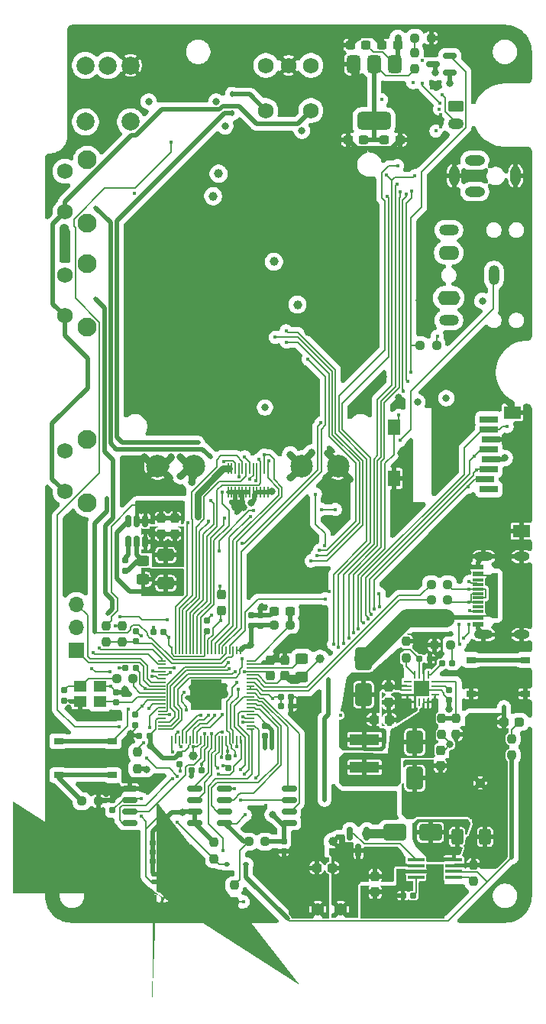
<source format=gbl>
%TF.GenerationSoftware,KiCad,Pcbnew,9.0.0*%
%TF.CreationDate,2025-09-17T13:37:22-06:00*%
%TF.ProjectId,OSS Radio Hardware Design,4f535320-5261-4646-996f-204861726477,rev?*%
%TF.SameCoordinates,Original*%
%TF.FileFunction,Copper,L4,Bot*%
%TF.FilePolarity,Positive*%
%FSLAX46Y46*%
G04 Gerber Fmt 4.6, Leading zero omitted, Abs format (unit mm)*
G04 Created by KiCad (PCBNEW 9.0.0) date 2025-09-17 13:37:22*
%MOMM*%
%LPD*%
G01*
G04 APERTURE LIST*
G04 Aperture macros list*
%AMRoundRect*
0 Rectangle with rounded corners*
0 $1 Rounding radius*
0 $2 $3 $4 $5 $6 $7 $8 $9 X,Y pos of 4 corners*
0 Add a 4 corners polygon primitive as box body*
4,1,4,$2,$3,$4,$5,$6,$7,$8,$9,$2,$3,0*
0 Add four circle primitives for the rounded corners*
1,1,$1+$1,$2,$3*
1,1,$1+$1,$4,$5*
1,1,$1+$1,$6,$7*
1,1,$1+$1,$8,$9*
0 Add four rect primitives between the rounded corners*
20,1,$1+$1,$2,$3,$4,$5,0*
20,1,$1+$1,$4,$5,$6,$7,0*
20,1,$1+$1,$6,$7,$8,$9,0*
20,1,$1+$1,$8,$9,$2,$3,0*%
%AMFreePoly0*
4,1,64,0.031746,0.146090,0.079590,0.146090,0.235711,0.115036,0.382774,0.054120,0.515127,-0.034316,0.627684,-0.146873,0.716120,-0.279226,0.777036,-0.426289,0.808090,-0.582410,0.808090,-0.741590,0.777036,-0.897711,0.716120,-1.044774,0.627684,-1.177127,0.515127,-1.289684,0.382774,-1.378120,0.235711,-1.439036,0.079590,-1.470090,-0.079590,-1.470090,-0.235711,-1.439036,-0.382774,-1.378120,
-0.515127,-1.289684,-0.627684,-1.177127,-0.716120,-1.044774,-0.777036,-0.897711,-0.808090,-0.741590,-0.808090,-0.594594,-0.512000,-0.594594,-0.512000,-0.729406,-0.477108,-0.859625,-0.409702,-0.976375,-0.314375,-1.071702,-0.197625,-1.139108,-0.067406,-1.174000,0.067406,-1.174000,0.197625,-1.139108,0.314375,-1.071702,0.409702,-0.976375,0.477108,-0.859625,0.512000,-0.729406,0.512000,-0.594594,
0.477108,-0.464375,0.409702,-0.347625,0.314375,-0.252298,0.197625,-0.184892,0.067406,-0.150000,-0.067406,-0.150000,-0.197625,-0.184892,-0.314375,-0.252298,-0.409702,-0.347625,-0.477108,-0.464375,-0.512000,-0.594594,-0.808090,-0.594594,-0.808090,-0.582410,-0.777036,-0.426289,-0.716120,-0.279226,-0.627684,-0.146873,-0.515127,-0.034316,-0.382774,0.054120,-0.235711,0.115036,-0.079590,0.146090,
-0.031746,0.146090,-0.029264,0.147118,0.029264,0.147118,0.031746,0.146090,0.031746,0.146090,$1*%
G04 Aperture macros list end*
%TA.AperFunction,SMDPad,CuDef*%
%ADD10RoundRect,0.237500X0.237500X-0.250000X0.237500X0.250000X-0.237500X0.250000X-0.237500X-0.250000X0*%
%TD*%
%TA.AperFunction,SMDPad,CuDef*%
%ADD11RoundRect,0.155000X-0.155000X0.212500X-0.155000X-0.212500X0.155000X-0.212500X0.155000X0.212500X0*%
%TD*%
%TA.AperFunction,SMDPad,CuDef*%
%ADD12R,1.000000X0.750000*%
%TD*%
%TA.AperFunction,SMDPad,CuDef*%
%ADD13RoundRect,0.237500X0.250000X0.237500X-0.250000X0.237500X-0.250000X-0.237500X0.250000X-0.237500X0*%
%TD*%
%TA.AperFunction,ComponentPad*%
%ADD14O,2.200000X1.200000*%
%TD*%
%TA.AperFunction,ComponentPad*%
%ADD15O,2.300000X1.600000*%
%TD*%
%TA.AperFunction,ComponentPad*%
%ADD16O,1.200000X2.200000*%
%TD*%
%TA.AperFunction,ComponentPad*%
%ADD17O,2.500000X1.600000*%
%TD*%
%TA.AperFunction,SMDPad,CuDef*%
%ADD18RoundRect,0.250000X-1.000000X-0.650000X1.000000X-0.650000X1.000000X0.650000X-1.000000X0.650000X0*%
%TD*%
%TA.AperFunction,SMDPad,CuDef*%
%ADD19RoundRect,0.237500X-0.300000X-0.237500X0.300000X-0.237500X0.300000X0.237500X-0.300000X0.237500X0*%
%TD*%
%TA.AperFunction,SMDPad,CuDef*%
%ADD20RoundRect,0.237500X-0.237500X0.250000X-0.237500X-0.250000X0.237500X-0.250000X0.237500X0.250000X0*%
%TD*%
%TA.AperFunction,SMDPad,CuDef*%
%ADD21RoundRect,0.155000X0.155000X-0.212500X0.155000X0.212500X-0.155000X0.212500X-0.155000X-0.212500X0*%
%TD*%
%TA.AperFunction,SMDPad,CuDef*%
%ADD22RoundRect,0.155000X-0.212500X-0.155000X0.212500X-0.155000X0.212500X0.155000X-0.212500X0.155000X0*%
%TD*%
%TA.AperFunction,SMDPad,CuDef*%
%ADD23RoundRect,0.162500X-0.650000X-0.162500X0.650000X-0.162500X0.650000X0.162500X-0.650000X0.162500X0*%
%TD*%
%TA.AperFunction,SMDPad,CuDef*%
%ADD24RoundRect,0.150000X-0.150000X0.512500X-0.150000X-0.512500X0.150000X-0.512500X0.150000X0.512500X0*%
%TD*%
%TA.AperFunction,SMDPad,CuDef*%
%ADD25RoundRect,0.250000X0.650000X-1.000000X0.650000X1.000000X-0.650000X1.000000X-0.650000X-1.000000X0*%
%TD*%
%TA.AperFunction,ComponentPad*%
%ADD26C,2.100000*%
%TD*%
%TA.AperFunction,ComponentPad*%
%ADD27C,1.750000*%
%TD*%
%TA.AperFunction,SMDPad,CuDef*%
%ADD28C,2.500000*%
%TD*%
%TA.AperFunction,SMDPad,CuDef*%
%ADD29C,1.000000*%
%TD*%
%TA.AperFunction,SMDPad,CuDef*%
%ADD30R,3.300000X1.200000*%
%TD*%
%TA.AperFunction,ComponentPad*%
%ADD31C,2.000000*%
%TD*%
%TA.AperFunction,SMDPad,CuDef*%
%ADD32R,1.400000X1.200000*%
%TD*%
%TA.AperFunction,SMDPad,CuDef*%
%ADD33RoundRect,0.155000X0.212500X0.155000X-0.212500X0.155000X-0.212500X-0.155000X0.212500X-0.155000X0*%
%TD*%
%TA.AperFunction,SMDPad,CuDef*%
%ADD34RoundRect,0.237500X0.237500X-0.300000X0.237500X0.300000X-0.237500X0.300000X-0.237500X-0.300000X0*%
%TD*%
%TA.AperFunction,ComponentPad*%
%ADD35R,1.700000X1.700000*%
%TD*%
%TA.AperFunction,ComponentPad*%
%ADD36O,1.700000X1.700000*%
%TD*%
%TA.AperFunction,SMDPad,CuDef*%
%ADD37RoundRect,0.237500X-0.237500X0.300000X-0.237500X-0.300000X0.237500X-0.300000X0.237500X0.300000X0*%
%TD*%
%TA.AperFunction,SMDPad,CuDef*%
%ADD38R,1.240000X0.600000*%
%TD*%
%TA.AperFunction,SMDPad,CuDef*%
%ADD39R,1.240000X0.300000*%
%TD*%
%TA.AperFunction,HeatsinkPad*%
%ADD40O,1.800000X1.000000*%
%TD*%
%TA.AperFunction,HeatsinkPad*%
%ADD41O,2.100000X1.000000*%
%TD*%
%TA.AperFunction,SMDPad,CuDef*%
%ADD42RoundRect,0.237500X-0.250000X-0.237500X0.250000X-0.237500X0.250000X0.237500X-0.250000X0.237500X0*%
%TD*%
%TA.AperFunction,SMDPad,CuDef*%
%ADD43R,1.828800X0.457200*%
%TD*%
%TA.AperFunction,SMDPad,CuDef*%
%ADD44RoundRect,0.150000X0.587500X0.150000X-0.587500X0.150000X-0.587500X-0.150000X0.587500X-0.150000X0*%
%TD*%
%TA.AperFunction,SMDPad,CuDef*%
%ADD45RoundRect,0.250000X0.450000X-0.325000X0.450000X0.325000X-0.450000X0.325000X-0.450000X-0.325000X0*%
%TD*%
%TA.AperFunction,ComponentPad*%
%ADD46RoundRect,0.250000X-0.625000X0.350000X-0.625000X-0.350000X0.625000X-0.350000X0.625000X0.350000X0*%
%TD*%
%TA.AperFunction,ComponentPad*%
%ADD47O,1.750000X1.200000*%
%TD*%
%TA.AperFunction,SMDPad,CuDef*%
%ADD48RoundRect,0.237500X0.300000X0.237500X-0.300000X0.237500X-0.300000X-0.237500X0.300000X-0.237500X0*%
%TD*%
%TA.AperFunction,SMDPad,CuDef*%
%ADD49RoundRect,0.250000X0.650000X-0.412500X0.650000X0.412500X-0.650000X0.412500X-0.650000X-0.412500X0*%
%TD*%
%TA.AperFunction,SMDPad,CuDef*%
%ADD50R,0.203200X1.143000*%
%TD*%
%TA.AperFunction,SMDPad,CuDef*%
%ADD51RoundRect,0.112500X0.187500X0.112500X-0.187500X0.112500X-0.187500X-0.112500X0.187500X-0.112500X0*%
%TD*%
%TA.AperFunction,ComponentPad*%
%ADD52O,1.108000X2.216000*%
%TD*%
%TA.AperFunction,ComponentPad*%
%ADD53O,2.216000X1.108000*%
%TD*%
%TA.AperFunction,SMDPad,CuDef*%
%ADD54R,2.000000X0.800000*%
%TD*%
%TA.AperFunction,SMDPad,CuDef*%
%ADD55R,1.400000X1.800000*%
%TD*%
%TA.AperFunction,SMDPad,CuDef*%
%ADD56R,1.900000X1.400000*%
%TD*%
%TA.AperFunction,SMDPad,CuDef*%
%ADD57RoundRect,0.150000X-0.150000X0.587500X-0.150000X-0.587500X0.150000X-0.587500X0.150000X0.587500X0*%
%TD*%
%TA.AperFunction,SMDPad,CuDef*%
%ADD58RoundRect,0.375000X-0.375000X0.625000X-0.375000X-0.625000X0.375000X-0.625000X0.375000X0.625000X0*%
%TD*%
%TA.AperFunction,SMDPad,CuDef*%
%ADD59RoundRect,0.500000X-1.400000X0.500000X-1.400000X-0.500000X1.400000X-0.500000X1.400000X0.500000X0*%
%TD*%
%TA.AperFunction,SMDPad,CuDef*%
%ADD60RoundRect,0.237500X0.287500X0.237500X-0.287500X0.237500X-0.287500X-0.237500X0.287500X-0.237500X0*%
%TD*%
%TA.AperFunction,SMDPad,CuDef*%
%ADD61RoundRect,0.112500X0.112500X-0.187500X0.112500X0.187500X-0.112500X0.187500X-0.112500X-0.187500X0*%
%TD*%
%TA.AperFunction,SMDPad,CuDef*%
%ADD62RoundRect,0.250000X-0.450000X0.325000X-0.450000X-0.325000X0.450000X-0.325000X0.450000X0.325000X0*%
%TD*%
%TA.AperFunction,SMDPad,CuDef*%
%ADD63R,0.914400X0.254000*%
%TD*%
%TA.AperFunction,SMDPad,CuDef*%
%ADD64R,0.254000X0.914400*%
%TD*%
%TA.AperFunction,SMDPad,CuDef*%
%ADD65R,1.752600X1.752600*%
%TD*%
%TA.AperFunction,SMDPad,CuDef*%
%ADD66RoundRect,0.130500X0.169500X0.130500X-0.169500X0.130500X-0.169500X-0.130500X0.169500X-0.130500X0*%
%TD*%
%TA.AperFunction,SMDPad,CuDef*%
%ADD67FreePoly0,90.000000*%
%TD*%
%TA.AperFunction,SMDPad,CuDef*%
%ADD68RoundRect,0.250000X0.400000X0.625000X-0.400000X0.625000X-0.400000X-0.625000X0.400000X-0.625000X0*%
%TD*%
%TA.AperFunction,ComponentPad*%
%ADD69C,1.400000*%
%TD*%
%TA.AperFunction,SMDPad,CuDef*%
%ADD70RoundRect,0.050000X0.050000X-0.350000X0.050000X0.350000X-0.050000X0.350000X-0.050000X-0.350000X0*%
%TD*%
%TA.AperFunction,SMDPad,CuDef*%
%ADD71RoundRect,0.050000X0.350000X-0.050000X0.350000X0.050000X-0.350000X0.050000X-0.350000X-0.050000X0*%
%TD*%
%TA.AperFunction,HeatsinkPad*%
%ADD72R,3.400000X3.400000*%
%TD*%
%TA.AperFunction,ViaPad*%
%ADD73C,1.000000*%
%TD*%
%TA.AperFunction,ViaPad*%
%ADD74C,0.450000*%
%TD*%
%TA.AperFunction,ViaPad*%
%ADD75C,0.800000*%
%TD*%
%TA.AperFunction,Conductor*%
%ADD76C,0.500000*%
%TD*%
%TA.AperFunction,Conductor*%
%ADD77C,0.200000*%
%TD*%
%TA.AperFunction,Conductor*%
%ADD78C,0.750000*%
%TD*%
%TA.AperFunction,Conductor*%
%ADD79C,1.000000*%
%TD*%
%TA.AperFunction,Conductor*%
%ADD80C,2.000000*%
%TD*%
G04 APERTURE END LIST*
D10*
%TO.P,R3,1*%
%TO.N,Net-(R3-Pad1)*%
X81000000Y-143662500D03*
%TO.P,R3,2*%
%TO.N,Net-(U1-~{CS})*%
X81000000Y-141837500D03*
%TD*%
D11*
%TO.P,C14,1*%
%TO.N,GND*%
X82875000Y-111932500D03*
%TO.P,C14,2*%
%TO.N,3V3_MCU*%
X82875000Y-113067500D03*
%TD*%
D12*
%TO.P,SW_RESET1,1,1*%
%TO.N,Net-(R7-Pad2)*%
X61500000Y-129625000D03*
X67500000Y-129625000D03*
%TO.P,SW_RESET1,2,2*%
%TO.N,Net-(U7-RUN)*%
X61500000Y-125875000D03*
X67500000Y-125875000D03*
%TD*%
D13*
%TO.P,R1,1*%
%TO.N,3V3_MCU*%
X84412500Y-137000000D03*
%TO.P,R1,2*%
%TO.N,Net-(U1-~{CS})*%
X82587500Y-137000000D03*
%TD*%
D14*
%TO.P,J8,R*%
%TO.N,Net-(D36-A1)*%
X104775000Y-69250000D03*
D15*
%TO.P,J8,RN*%
%TO.N,N/C*%
X104775000Y-71750000D03*
D16*
%TO.P,J8,S*%
%TO.N,HEADSET_PTT*%
X109775000Y-74250000D03*
D14*
%TO.P,J8,T*%
%TO.N,Net-(J8-PadT)*%
X104775000Y-79250000D03*
D17*
%TO.P,J8,TN*%
%TO.N,HEADSET_CONN*%
X104775000Y-76750000D03*
%TD*%
D12*
%TO.P,SW_BOOTSEL1,1,1*%
%TO.N,GND*%
X107250000Y-120625000D03*
X113250000Y-120625000D03*
%TO.P,SW_BOOTSEL1,2,2*%
%TO.N,Net-(R3-Pad1)*%
X107250000Y-116875000D03*
X113250000Y-116875000D03*
%TD*%
D18*
%TO.P,D55,1,K*%
%TO.N,Net-(D55-K)*%
X98752400Y-135980700D03*
%TO.P,D55,2,A*%
%TO.N,Net-(D55-A)*%
X102752400Y-135980700D03*
%TD*%
D19*
%TO.P,C78,1*%
%TO.N,GND*%
X93637500Y-59250000D03*
%TO.P,C78,2*%
%TO.N,1V8_AUDIO*%
X95362500Y-59250000D03*
%TD*%
D20*
%TO.P,R38,1*%
%TO.N,Net-(U10-FB)*%
X104000000Y-123312500D03*
%TO.P,R38,2*%
%TO.N,GND*%
X104000000Y-125137500D03*
%TD*%
D21*
%TO.P,C1,1*%
%TO.N,GND*%
X86500000Y-138067500D03*
%TO.P,C1,2*%
%TO.N,3V3_MCU*%
X86500000Y-136932500D03*
%TD*%
D22*
%TO.P,C47,1*%
%TO.N,3V3_MCU*%
X71932500Y-139136000D03*
%TO.P,C47,2*%
%TO.N,GND*%
X73067500Y-139136000D03*
%TD*%
D23*
%TO.P,U1,1,~{CS}*%
%TO.N,Net-(U1-~{CS})*%
X79912500Y-134905000D03*
%TO.P,U1,2,DO/IO_{1}*%
%TO.N,Net-(U1-DO{slash}IO_{1})*%
X79912500Y-133635000D03*
%TO.P,U1,3,~{WP}/IO_{2}*%
%TO.N,Net-(U1-~{WP}{slash}IO_{2})*%
X79912500Y-132365000D03*
%TO.P,U1,4,GND*%
%TO.N,GND*%
X79912500Y-131095000D03*
%TO.P,U1,5,DI/IO_{0}*%
%TO.N,Net-(U1-DI{slash}IO_{0})*%
X87087500Y-131095000D03*
%TO.P,U1,6,CLK*%
%TO.N,Net-(U1-CLK)*%
X87087500Y-132365000D03*
%TO.P,U1,7,~{HOLD}/~{RESET}/IO_{3}*%
%TO.N,Net-(U1-~{HOLD}{slash}~{RESET}{slash}IO_{3})*%
X87087500Y-133635000D03*
%TO.P,U1,8,VCC*%
%TO.N,3V3_MCU*%
X87087500Y-134905000D03*
%TD*%
%TO.P,U5,1,~{CS}*%
%TO.N,FLASH_CS*%
X69412500Y-134905000D03*
%TO.P,U5,2,DO/IO_{1}*%
%TO.N,FLASH_SDO*%
X69412500Y-133635000D03*
%TO.P,U5,3,~{WP}/IO_{2}*%
%TO.N,3V3_MCU*%
X69412500Y-132365000D03*
%TO.P,U5,4,GND*%
%TO.N,GND*%
X69412500Y-131095000D03*
%TO.P,U5,5,DI/IO_{0}*%
%TO.N,DISPLAY_SDI*%
X76587500Y-131095000D03*
%TO.P,U5,6,CLK*%
%TO.N,DISPLAY_SCLK*%
X76587500Y-132365000D03*
%TO.P,U5,7,~{HOLD}/~{RESET}/IO_{3}*%
%TO.N,3V3_MCU*%
X76587500Y-133635000D03*
%TO.P,U5,8,VCC*%
X76587500Y-134905000D03*
%TD*%
D24*
%TO.P,U4,1,FB*%
%TO.N,3V3_MCU*%
X69250000Y-101512500D03*
%TO.P,U4,2,EN*%
%TO.N,V_BAT*%
X70200000Y-101512500D03*
%TO.P,U4,3,IN*%
X71150000Y-101512500D03*
%TO.P,U4,4,GND*%
%TO.N,GND*%
X71150000Y-103787500D03*
%TO.P,U4,5,SW*%
%TO.N,Net-(U4-SW)*%
X70200000Y-103787500D03*
%TO.P,U4,6,BST*%
%TO.N,Net-(U4-BST)*%
X69250000Y-103787500D03*
%TD*%
D10*
%TO.P,R50,1*%
%TO.N,3V3_MCU*%
X70250000Y-128912500D03*
%TO.P,R50,2*%
%TO.N,Net-(U7-GPIO26)*%
X70250000Y-127087500D03*
%TD*%
D25*
%TO.P,D30,1,K*%
%TO.N,Net-(D30-K)*%
X95337500Y-120725000D03*
%TO.P,D30,2,A*%
%TO.N,5V_USB*%
X95337500Y-116725000D03*
%TD*%
D26*
%TO.P,SW_SIDE1,*%
%TO.N,*%
X64702500Y-61475000D03*
X64702500Y-68485000D03*
D27*
%TO.P,SW_SIDE1,1,1*%
%TO.N,Net-(D20-A)*%
X62212500Y-62725000D03*
%TO.P,SW_SIDE1,2,2*%
%TO.N,BTN_MTX_D*%
X62212500Y-67225000D03*
%TD*%
D28*
%TO.P,TP2,1,1*%
%TO.N,GND*%
X92499999Y-95399800D03*
%TD*%
D29*
%TO.P,TP12,1,1*%
%TO.N,5V_USB*%
X100750000Y-112500000D03*
%TD*%
D28*
%TO.P,TP4,1,1*%
%TO.N,V_BAT*%
X76499999Y-95399800D03*
%TD*%
D30*
%TO.P,L3,1,1*%
%TO.N,Net-(D30-K)*%
X95440000Y-125680000D03*
%TO.P,L3,2,2*%
%TO.N,Net-(D54-A)*%
X95440000Y-128780000D03*
%TD*%
D31*
%TO.P,U11,1*%
%TO.N,3V3_MCU*%
X64500000Y-51000000D03*
%TO.P,U11,2*%
%TO.N,POT_VOLUME*%
X67000000Y-51000000D03*
%TO.P,U11,3*%
%TO.N,GND*%
X69500000Y-51000000D03*
%TO.P,U11,4*%
%TO.N,V_BAT_RAW*%
X64500000Y-57250000D03*
%TO.P,U11,5*%
%TO.N,V_BAT*%
X69500000Y-57250000D03*
%TD*%
D32*
%TO.P,Y1,1,1*%
%TO.N,Net-(U7-XIN)*%
X66100000Y-121500000D03*
%TO.P,Y1,2,2*%
%TO.N,GND*%
X63900000Y-121500000D03*
%TO.P,Y1,3,3*%
%TO.N,Net-(C15-Pad2)*%
X63900000Y-119800000D03*
%TO.P,Y1,4,4*%
%TO.N,GND*%
X66100000Y-119800000D03*
%TD*%
D33*
%TO.P,C52,1*%
%TO.N,GND*%
X102655000Y-116725000D03*
%TO.P,C52,2*%
%TO.N,Net-(D30-K)*%
X101520000Y-116725000D03*
%TD*%
D34*
%TO.P,C4,1*%
%TO.N,1V1_MCU*%
X86570000Y-118612500D03*
%TO.P,C4,2*%
%TO.N,GND*%
X86570000Y-116887500D03*
%TD*%
D21*
%TO.P,C7,1*%
%TO.N,Net-(U7-GPIO47_ADC7)*%
X70080000Y-114817500D03*
%TO.P,C7,2*%
%TO.N,GND*%
X70080000Y-113682500D03*
%TD*%
D28*
%TO.P,TP3,1,1*%
%TO.N,GND*%
X72499999Y-95399800D03*
%TD*%
D21*
%TO.P,C11,1*%
%TO.N,GND*%
X70010000Y-124067500D03*
%TO.P,C11,2*%
%TO.N,3V3_MCU*%
X70010000Y-122932500D03*
%TD*%
D35*
%TO.P,J1,1,Pin_1*%
%TO.N,Net-(J1-Pin_1)*%
X63500000Y-115775000D03*
D36*
%TO.P,J1,2,Pin_2*%
%TO.N,GND*%
X63500000Y-113235000D03*
%TO.P,J1,3,Pin_3*%
%TO.N,Net-(J1-Pin_3)*%
X63500000Y-110695000D03*
%TD*%
D37*
%TO.P,C97,1*%
%TO.N,V_BAT*%
X72895000Y-101175000D03*
%TO.P,C97,2*%
%TO.N,GND*%
X72895000Y-102900000D03*
%TD*%
D28*
%TO.P,TP1,1,1*%
%TO.N,V_BAT*%
X88499999Y-95399800D03*
%TD*%
D21*
%TO.P,C15,1*%
%TO.N,GND*%
X62100000Y-121367500D03*
%TO.P,C15,2*%
%TO.N,Net-(C15-Pad2)*%
X62100000Y-120232500D03*
%TD*%
D38*
%TO.P,J2,A1,GND*%
%TO.N,GND*%
X108050000Y-106550000D03*
%TO.P,J2,A4,VBUS*%
%TO.N,5V_USB*%
X108050000Y-107350000D03*
D39*
%TO.P,J2,A5,CC1*%
%TO.N,Net-(J2-CC1)*%
X108050000Y-108500000D03*
%TO.P,J2,A6,D+*%
%TO.N,Net-(J2-D+-PadA6)*%
X108050000Y-109500000D03*
%TO.P,J2,A7,D-*%
%TO.N,Net-(J2-D--PadA7)*%
X108050000Y-110000000D03*
%TO.P,J2,A8*%
%TO.N,N/C*%
X108050000Y-111000000D03*
D38*
%TO.P,J2,A9,VBUS*%
%TO.N,5V_USB*%
X108050000Y-112150000D03*
%TO.P,J2,A12,GND*%
%TO.N,GND*%
X108050000Y-112950000D03*
%TO.P,J2,B1,GND*%
X108050000Y-112950000D03*
%TO.P,J2,B4,VBUS*%
%TO.N,5V_USB*%
X108050000Y-112150000D03*
D39*
%TO.P,J2,B5,CC2*%
%TO.N,Net-(J2-CC2)*%
X108050000Y-111500000D03*
%TO.P,J2,B6,D+*%
%TO.N,Net-(J2-D+-PadA6)*%
X108050000Y-110500000D03*
%TO.P,J2,B7,D-*%
%TO.N,Net-(J2-D--PadA7)*%
X108050000Y-109000000D03*
%TO.P,J2,B8*%
%TO.N,N/C*%
X108050000Y-108000000D03*
D38*
%TO.P,J2,B9,VBUS*%
%TO.N,5V_USB*%
X108050000Y-107350000D03*
%TO.P,J2,B12,GND*%
%TO.N,GND*%
X108050000Y-106550000D03*
D40*
%TO.P,J2,S1,SHIELD*%
X112850000Y-105430000D03*
D41*
X108650000Y-105430000D03*
D40*
X112850000Y-114070000D03*
D41*
X108650000Y-114070000D03*
%TD*%
D10*
%TO.P,R18,1*%
%TO.N,Net-(U7-GPIO47_ADC7)*%
X68580000Y-114912500D03*
%TO.P,R18,2*%
%TO.N,GND*%
X68580000Y-113087500D03*
%TD*%
D29*
%TO.P,TP8,1,1*%
%TO.N,AUDIOAMP_MASTERCLK*%
X76400000Y-127450000D03*
%TD*%
D42*
%TO.P,R54,1*%
%TO.N,AUDIOAMP_POWER*%
X101587500Y-82000000D03*
%TO.P,R54,2*%
%TO.N,3V3_MCU*%
X103412500Y-82000000D03*
%TD*%
D11*
%TO.P,C12,1*%
%TO.N,GND*%
X78000000Y-112532500D03*
%TO.P,C12,2*%
%TO.N,3V3_MCU*%
X78000000Y-113667500D03*
%TD*%
D22*
%TO.P,C37,1*%
%TO.N,3V3_MCU*%
X86182500Y-121000000D03*
%TO.P,C37,2*%
%TO.N,GND*%
X87317500Y-121000000D03*
%TD*%
%TO.P,C68,1*%
%TO.N,GND*%
X70442500Y-125250000D03*
%TO.P,C68,2*%
%TO.N,3V3_MCU*%
X71577500Y-125250000D03*
%TD*%
D43*
%TO.P,U9,1,SENSE*%
%TO.N,Net-(D55-A)*%
X105347900Y-139005701D03*
%TO.P,U9,2,VDD*%
%TO.N,V_CHG*%
X105347900Y-139655699D03*
%TO.P,U9,3,STAT1*%
%TO.N,Net-(D59-K)*%
X105347900Y-140305701D03*
%TO.P,U9,4,EN*%
%TO.N,Net-(U9-EN)*%
X105347900Y-140955699D03*
%TO.P,U9,5,TIMER*%
%TO.N,Net-(U9-TIMER)*%
X101156900Y-140955699D03*
%TO.P,U9,6,VSS*%
%TO.N,GND*%
X101156900Y-140305701D03*
%TO.P,U9,7,VBAT*%
%TO.N,V_BAT_RAW*%
X101156900Y-139655699D03*
%TO.P,U9,8,DRV*%
%TO.N,Net-(Q2-G)*%
X101156900Y-139005701D03*
%TD*%
D34*
%TO.P,C51,1*%
%TO.N,GND*%
X98087500Y-121587500D03*
%TO.P,C51,2*%
%TO.N,Net-(D30-K)*%
X98087500Y-119862500D03*
%TD*%
D29*
%TO.P,TP11,1,1*%
%TO.N,1V1_MCU*%
X90500000Y-116750000D03*
%TD*%
D22*
%TO.P,C43,1*%
%TO.N,3V3_MCU*%
X71932500Y-137136000D03*
%TO.P,C43,2*%
%TO.N,GND*%
X73067500Y-137136000D03*
%TD*%
D44*
%TO.P,Q7,1,G*%
%TO.N,AUDIOAMP_POWER*%
X104887500Y-49925000D03*
%TO.P,Q7,2,S*%
%TO.N,3V3_MCU*%
X104887500Y-51825000D03*
%TO.P,Q7,3,D*%
%TO.N,3V3_AUDIO*%
X103012500Y-50875000D03*
%TD*%
D20*
%TO.P,R17,1*%
%TO.N,V_BAT*%
X66830000Y-113087500D03*
%TO.P,R17,2*%
%TO.N,Net-(U7-GPIO47_ADC7)*%
X66830000Y-114912500D03*
%TD*%
D19*
%TO.P,C58,1*%
%TO.N,Net-(D30-K)*%
X96475000Y-123475000D03*
%TO.P,C58,2*%
%TO.N,GND*%
X98200000Y-123475000D03*
%TD*%
D45*
%TO.P,L1,1,1*%
%TO.N,1V1_MCU*%
X88500000Y-118775000D03*
%TO.P,L1,2,2*%
%TO.N,Net-(U7-VREG_LX)*%
X88500000Y-116725000D03*
%TD*%
D10*
%TO.P,R28,1*%
%TO.N,CHGR_STAT*%
X78750000Y-138912500D03*
%TO.P,R28,2*%
%TO.N,3V3_MCU*%
X78750000Y-137087500D03*
%TD*%
D46*
%TO.P,J6,1,Pin_1*%
%TO.N,Net-(J6-Pin_1)*%
X105550000Y-55500000D03*
D47*
%TO.P,J6,2,Pin_2*%
%TO.N,Net-(J6-Pin_2)*%
X105550000Y-57500000D03*
%TD*%
D48*
%TO.P,C54,1*%
%TO.N,V_BAT_RAW*%
X91862500Y-139900000D03*
%TO.P,C54,2*%
%TO.N,GND*%
X90137500Y-139900000D03*
%TD*%
D49*
%TO.P,C99,1*%
%TO.N,3V3_MCU*%
X73395000Y-108375000D03*
%TO.P,C99,2*%
%TO.N,GND*%
X73395000Y-105250000D03*
%TD*%
D42*
%TO.P,R4,1*%
%TO.N,USB_DP*%
X102837500Y-110250000D03*
%TO.P,R4,2*%
%TO.N,Net-(J2-D+-PadA6)*%
X104662500Y-110250000D03*
%TD*%
D50*
%TO.P,J5,1,1*%
%TO.N,V_BAT*%
X84700001Y-98320000D03*
%TO.P,J5,2,2*%
X84299999Y-98320000D03*
%TO.P,J5,3,3*%
X83900000Y-98320000D03*
%TO.P,J5,4,4*%
X83500001Y-98320000D03*
%TO.P,J5,5,5*%
X83099999Y-98320000D03*
%TO.P,J5,6,6*%
%TO.N,GND*%
X82700000Y-98320000D03*
%TO.P,J5,7,7*%
X82300000Y-98320000D03*
%TO.P,J5,8,8*%
X81900001Y-98320000D03*
%TO.P,J5,9,9*%
X81499999Y-98320000D03*
%TO.P,J5,10,10*%
X81100000Y-98320000D03*
%TO.P,J5,11,11*%
X80700001Y-98320000D03*
%TO.P,J5,12,12*%
X80299999Y-98320000D03*
%TO.P,J5,13,13*%
%TO.N,AUDIOAMP_I2C_SDA*%
X84700001Y-95680000D03*
%TO.P,J5,14,14*%
%TO.N,AUDIOAMP_I2C_SCL*%
X84299999Y-95680000D03*
%TO.P,J5,15,15*%
%TO.N,RF_SCLK*%
X83900000Y-95680000D03*
%TO.P,J5,16,16*%
%TO.N,RF_SDI*%
X83500001Y-95680000D03*
%TO.P,J5,17,17*%
%TO.N,RF_SDO*%
X83099999Y-95680000D03*
%TO.P,J5,18,18*%
%TO.N,RF_SEL*%
X82700000Y-95680000D03*
%TO.P,J5,19,19*%
%TO.N,RF_GPIO0*%
X82300000Y-95680000D03*
%TO.P,J5,20,20*%
%TO.N,RF_GPIO1*%
X81900001Y-95680000D03*
%TO.P,J5,21,21*%
%TO.N,RF_GPIO2*%
X81499999Y-95680000D03*
%TO.P,J5,22,22*%
%TO.N,RF_GPIO3*%
X81100000Y-95680000D03*
%TO.P,J5,23,23*%
%TO.N,3V3_MCU*%
X80700001Y-95680000D03*
%TO.P,J5,24,24*%
X80299999Y-95680000D03*
%TD*%
D21*
%TO.P,C67,1*%
%TO.N,GND*%
X74925000Y-128442500D03*
%TO.P,C67,2*%
%TO.N,3V3_MCU*%
X74925000Y-127307500D03*
%TD*%
D20*
%TO.P,R36,1*%
%TO.N,GND*%
X100087500Y-114812500D03*
%TO.P,R36,2*%
%TO.N,Net-(U10-RT)*%
X100087500Y-116637500D03*
%TD*%
D11*
%TO.P,C19,1*%
%TO.N,GND*%
X67900000Y-120432500D03*
%TO.P,C19,2*%
%TO.N,Net-(U7-XIN)*%
X67900000Y-121567500D03*
%TD*%
D33*
%TO.P,C61,1*%
%TO.N,Net-(C61-Pad1)*%
X105155000Y-117225000D03*
%TO.P,C61,2*%
%TO.N,Net-(U10-COMP)*%
X104020000Y-117225000D03*
%TD*%
D51*
%TO.P,D59,1,K*%
%TO.N,Net-(D59-K)*%
X82300000Y-139500000D03*
%TO.P,D59,2,A*%
%TO.N,CHGR_STAT*%
X80200000Y-139500000D03*
%TD*%
D52*
%TO.P,J7,1*%
%TO.N,GND*%
X112175000Y-63250000D03*
D53*
%TO.P,J7,2*%
%TO.N,Net-(C79-Pad2)*%
X107675000Y-65000000D03*
%TO.P,J7,3*%
X107675000Y-61500000D03*
D52*
%TO.P,J7,4*%
%TO.N,GND*%
X105375000Y-63250000D03*
%TD*%
D54*
%TO.P,J4,1,DAT2*%
%TO.N,unconnected-(J4-DAT2-Pad1)*%
X109225000Y-97940000D03*
%TO.P,J4,2,CD/DAT3*%
%TO.N,SD_CS*%
X108825000Y-96840000D03*
%TO.P,J4,3,CMD*%
%TO.N,DISPLAY_SDI*%
X109225000Y-95740000D03*
%TO.P,J4,4,VDD*%
%TO.N,3V3_MCU*%
X109425000Y-94640000D03*
%TO.P,J4,5,CLK*%
%TO.N,DISPLAY_SCLK*%
X109225000Y-93540000D03*
%TO.P,J4,6,VSS*%
%TO.N,GND*%
X109425000Y-92440000D03*
%TO.P,J4,7,DAT0*%
%TO.N,FLASH_SDO*%
X109225000Y-91340000D03*
%TO.P,J4,8,DAT1*%
%TO.N,unconnected-(J4-DAT1-Pad8)*%
X109225000Y-90240000D03*
D55*
%TO.P,J4,9,CD1*%
%TO.N,SD_CARD_DETECT*%
X98675000Y-91050000D03*
%TO.P,J4,10,CD2*%
%TO.N,GND*%
X98675000Y-96750000D03*
D56*
%TO.P,J4,11,GND*%
X111825000Y-89450000D03*
%TO.P,J4,12,GND__1*%
X112825000Y-102600000D03*
%TD*%
D22*
%TO.P,C9,1*%
%TO.N,GND*%
X72012500Y-113800000D03*
%TO.P,C9,2*%
%TO.N,3V3_MCU*%
X73147500Y-113800000D03*
%TD*%
D33*
%TO.P,C55,1*%
%TO.N,Net-(U9-TIMER)*%
X100819900Y-142980700D03*
%TO.P,C55,2*%
%TO.N,GND*%
X99684900Y-142980700D03*
%TD*%
D13*
%TO.P,R39,1*%
%TO.N,Net-(C61-Pad1)*%
X105000000Y-115225000D03*
%TO.P,R39,2*%
%TO.N,GND*%
X103175000Y-115225000D03*
%TD*%
D10*
%TO.P,R37,1*%
%TO.N,V_CHG*%
X105605000Y-125137500D03*
%TO.P,R37,2*%
%TO.N,Net-(U10-FB)*%
X105605000Y-123312500D03*
%TD*%
D57*
%TO.P,Q2,1,G*%
%TO.N,Net-(Q2-G)*%
X93802400Y-136105700D03*
%TO.P,Q2,2,S*%
%TO.N,Net-(D55-K)*%
X95702400Y-136105700D03*
%TO.P,Q2,3,D*%
%TO.N,V_BAT_RAW*%
X94752400Y-137980700D03*
%TD*%
D10*
%TO.P,R29,1*%
%TO.N,Net-(U9-EN)*%
X107500000Y-141412500D03*
%TO.P,R29,2*%
%TO.N,V_CHG*%
X107500000Y-139587500D03*
%TD*%
D33*
%TO.P,C17,1*%
%TO.N,1V1_MCU*%
X70067500Y-117750000D03*
%TO.P,C17,2*%
%TO.N,GND*%
X68932500Y-117750000D03*
%TD*%
D29*
%TO.P,TP30,1,1*%
%TO.N,V_BAT_RAW*%
X91900000Y-137000000D03*
%TD*%
D58*
%TO.P,U13,1,GND*%
%TO.N,GND*%
X94200000Y-50850000D03*
%TO.P,U13,2,VO*%
%TO.N,1V8_AUDIO*%
X96500000Y-50850000D03*
D59*
X96500000Y-57150000D03*
D58*
%TO.P,U13,3,VI*%
%TO.N,3V3_AUDIO*%
X98800000Y-50850000D03*
%TD*%
D20*
%TO.P,R10,1*%
%TO.N,Net-(R10-Pad1)*%
X101000000Y-49587500D03*
%TO.P,R10,2*%
%TO.N,1V8_AUDIO*%
X101000000Y-51412500D03*
%TD*%
D34*
%TO.P,C16,1*%
%TO.N,1V1_MCU*%
X79600000Y-111362500D03*
%TO.P,C16,2*%
%TO.N,GND*%
X79600000Y-109637500D03*
%TD*%
D60*
%TO.P,D26,1,K*%
%TO.N,Net-(D26-K)*%
X112625000Y-123750000D03*
%TO.P,D26,2,A*%
%TO.N,V_CHG*%
X110875000Y-123750000D03*
%TD*%
D21*
%TO.P,C8,1*%
%TO.N,GND*%
X80300000Y-128817500D03*
%TO.P,C8,2*%
%TO.N,3V3_MCU*%
X80300000Y-127682500D03*
%TD*%
D61*
%TO.P,D29,1,K*%
%TO.N,BTN_MTX_3*%
X80750000Y-56300000D03*
%TO.P,D29,2,A*%
%TO.N,Net-(D29-A)*%
X80750000Y-54200000D03*
%TD*%
D37*
%TO.P,C96,1*%
%TO.N,V_BAT*%
X74395000Y-101175000D03*
%TO.P,C96,2*%
%TO.N,GND*%
X74395000Y-102900000D03*
%TD*%
D10*
%TO.P,R23,1*%
%TO.N,MIC_SDO*%
X74500000Y-139144500D03*
%TO.P,R23,2*%
%TO.N,GND*%
X74500000Y-137319500D03*
%TD*%
D21*
%TO.P,C59,1*%
%TO.N,GND*%
X104837500Y-121317500D03*
%TO.P,C59,2*%
%TO.N,Net-(U10-SS)*%
X104837500Y-120182500D03*
%TD*%
D42*
%TO.P,R2,1*%
%TO.N,3V3_MCU*%
X85382500Y-113000000D03*
%TO.P,R2,2*%
%TO.N,Net-(U7-VREG_AVDD)*%
X87207500Y-113000000D03*
%TD*%
D20*
%TO.P,R49,1*%
%TO.N,Net-(D26-K)*%
X111750000Y-125587500D03*
%TO.P,R49,2*%
%TO.N,Net-(D59-K)*%
X111750000Y-127412500D03*
%TD*%
D48*
%TO.P,C69,1*%
%TO.N,GND*%
X99362500Y-59250000D03*
%TO.P,C69,2*%
%TO.N,1V8_AUDIO*%
X97637500Y-59250000D03*
%TD*%
D62*
%TO.P,L4,1,1*%
%TO.N,Net-(U4-SW)*%
X70895000Y-105900000D03*
%TO.P,L4,2,2*%
%TO.N,3V3_MCU*%
X70895000Y-107950000D03*
%TD*%
D48*
%TO.P,C2,1*%
%TO.N,Net-(U7-VREG_AVDD)*%
X87157500Y-111500000D03*
%TO.P,C2,2*%
%TO.N,GND*%
X85432500Y-111500000D03*
%TD*%
D21*
%TO.P,C66,1*%
%TO.N,GND*%
X84400000Y-125317500D03*
%TO.P,C66,2*%
%TO.N,3V3_MCU*%
X84400000Y-124182500D03*
%TD*%
D11*
%TO.P,C41,1*%
%TO.N,GND*%
X67500000Y-132365000D03*
%TO.P,C41,2*%
%TO.N,3V3_MCU*%
X67500000Y-133500000D03*
%TD*%
D34*
%TO.P,C3,1*%
%TO.N,3V3_MCU*%
X85000000Y-118612500D03*
%TO.P,C3,2*%
%TO.N,GND*%
X85000000Y-116887500D03*
%TD*%
D26*
%TO.P,SW_PTT1,*%
%TO.N,*%
X64702500Y-72975000D03*
X64702500Y-79985000D03*
D27*
%TO.P,SW_PTT1,1,1*%
%TO.N,Net-(D28-A)*%
X62212500Y-74225000D03*
%TO.P,SW_PTT1,2,2*%
%TO.N,BTN_MTX_D*%
X62212500Y-78725000D03*
%TD*%
D63*
%TO.P,U10,1,PGND*%
%TO.N,GND*%
X100226189Y-120749189D03*
%TO.P,U10,2,VCC*%
%TO.N,Net-(D30-K)*%
X100226189Y-120249063D03*
%TO.P,U10,3,BIAS*%
X100226189Y-119748937D03*
%TO.P,U10,4,PGOOD*%
%TO.N,unconnected-(U10-PGOOD-Pad4)*%
X100226189Y-119248811D03*
D64*
%TO.P,U10,5,RT*%
%TO.N,Net-(U10-RT)*%
X101000000Y-118475000D03*
%TO.P,U10,6,EN/UVLO/SYNC*%
%TO.N,Net-(D30-K)*%
X101500126Y-118475000D03*
%TO.P,U10,7,AGND*%
%TO.N,GND*%
X102000252Y-118475000D03*
%TO.P,U10,8,COMP*%
%TO.N,Net-(U10-COMP)*%
X102500378Y-118475000D03*
D63*
%TO.P,U10,9,FB*%
%TO.N,Net-(U10-FB)*%
X103274189Y-119248811D03*
%TO.P,U10,10,SS*%
%TO.N,Net-(U10-SS)*%
X103274189Y-119748937D03*
%TO.P,U10,11,MODE*%
%TO.N,GND*%
X103274189Y-120249063D03*
%TO.P,U10,12,SW*%
%TO.N,Net-(D54-A)*%
X103274189Y-120749189D03*
D64*
%TO.P,U10,13,SW*%
X102500378Y-121523000D03*
%TO.P,U10,14,SW*%
X102000252Y-121523000D03*
%TO.P,U10,15,NC*%
%TO.N,unconnected-(U10-NC-Pad15)*%
X101500126Y-121523000D03*
%TO.P,U10,16,PGND*%
%TO.N,GND*%
X101000000Y-121523000D03*
D65*
%TO.P,U10,17,EP*%
X101750189Y-119999000D03*
%TD*%
D66*
%TO.P,U8,1,WS*%
%TO.N,MIC_WORDSELECT*%
X73900000Y-140636000D03*
%TO.P,U8,2,SEL*%
%TO.N,GND*%
X73900000Y-141458000D03*
D67*
%TO.P,U8,3,GND*%
X72338000Y-142710000D03*
D66*
%TO.P,U8,4,BCLK*%
%TO.N,MIC_SCL*%
X72100000Y-141458000D03*
%TO.P,U8,5,VDD*%
%TO.N,3V3_MCU*%
X72100000Y-140636000D03*
%TO.P,U8,6,DATA*%
%TO.N,MIC_SDO*%
X73000000Y-140636000D03*
%TD*%
D13*
%TO.P,R11,1*%
%TO.N,GND*%
X102837500Y-47975000D03*
%TO.P,R11,2*%
%TO.N,Net-(R10-Pad1)*%
X101012500Y-47975000D03*
%TD*%
D26*
%TO.P,SW_SIDE2,*%
%TO.N,*%
X64702500Y-92475000D03*
X64702500Y-99485000D03*
D27*
%TO.P,SW_SIDE2,1,1*%
%TO.N,Net-(D13-A)*%
X62212500Y-93725000D03*
%TO.P,SW_SIDE2,2,2*%
%TO.N,BTN_MTX_D*%
X62212500Y-98225000D03*
%TD*%
D33*
%TO.P,C18,1*%
%TO.N,1V1_MCU*%
X77367500Y-129100000D03*
%TO.P,C18,2*%
%TO.N,GND*%
X76232500Y-129100000D03*
%TD*%
D19*
%TO.P,C63,1*%
%TO.N,GND*%
X97387500Y-48750000D03*
%TO.P,C63,2*%
%TO.N,3V3_AUDIO*%
X99112500Y-48750000D03*
%TD*%
D68*
%TO.P,R25,1*%
%TO.N,V_CHG*%
X108802400Y-136480700D03*
%TO.P,R25,2*%
%TO.N,Net-(D55-A)*%
X105702400Y-136480700D03*
%TD*%
D37*
%TO.P,C60,1*%
%TO.N,GND*%
X103837500Y-126862500D03*
%TO.P,C60,2*%
%TO.N,V_CHG*%
X103837500Y-128587500D03*
%TD*%
D11*
%TO.P,C98,1*%
%TO.N,Net-(U4-BST)*%
X68895000Y-105857500D03*
%TO.P,C98,2*%
%TO.N,Net-(U4-SW)*%
X68895000Y-106992500D03*
%TD*%
D33*
%TO.P,C10,1*%
%TO.N,GND*%
X87317500Y-122000000D03*
%TO.P,C10,2*%
%TO.N,3V3_MCU*%
X86182500Y-122000000D03*
%TD*%
D22*
%TO.P,C49,1*%
%TO.N,3V3_MCU*%
X71932500Y-138136000D03*
%TO.P,C49,2*%
%TO.N,GND*%
X73067500Y-138136000D03*
%TD*%
D69*
%TO.P,J9,1,Pin_1*%
%TO.N,GND*%
X90250000Y-144500000D03*
%TO.P,J9,2,Pin_2*%
%TO.N,V_BAT_RAW*%
X92790000Y-144500000D03*
%TD*%
D70*
%TO.P,U7,1,GPIO4*%
%TO.N,BTN_MTX_0*%
X81680000Y-125700000D03*
%TO.P,U7,2,GPIO5*%
%TO.N,BTN_MTX_1*%
X81280000Y-125700000D03*
%TO.P,U7,3,GPIO6*%
%TO.N,BTN_MTX_2*%
X80880000Y-125700000D03*
%TO.P,U7,4,GPIO7*%
%TO.N,BTN_MTX_3*%
X80480000Y-125700000D03*
%TO.P,U7,5,IOVDD*%
%TO.N,3V3_MCU*%
X80080000Y-125700000D03*
%TO.P,U7,6,GPIO8*%
%TO.N,BTN_MTX_4*%
X79680000Y-125700000D03*
%TO.P,U7,7,GPIO9*%
%TO.N,BTN_MTX_5*%
X79280000Y-125700000D03*
%TO.P,U7,8,GPIO10*%
%TO.N,DISPLAY_SCLK*%
X78880000Y-125700000D03*
%TO.P,U7,9,GPIO11*%
%TO.N,DISPLAY_SDI*%
X78480000Y-125700000D03*
%TO.P,U7,10,DVDD*%
%TO.N,1V1_MCU*%
X78080000Y-125700000D03*
%TO.P,U7,11,GPIO12*%
%TO.N,FLASH_SDO*%
X77680000Y-125700000D03*
%TO.P,U7,12,GPIO13*%
%TO.N,AUDIOAMP_MASTERCLK*%
X77280000Y-125700000D03*
%TO.P,U7,13,GPIO14*%
%TO.N,AUDIOAMP_SDI*%
X76880000Y-125700000D03*
%TO.P,U7,14,GPIO15*%
%TO.N,AUDIOAMP_SCL*%
X76480000Y-125700000D03*
%TO.P,U7,15,IOVDD*%
%TO.N,3V3_MCU*%
X76080000Y-125700000D03*
%TO.P,U7,16,GPIO16*%
%TO.N,AUDIOAMP_WORDSELECT*%
X75680000Y-125700000D03*
%TO.P,U7,17,GPIO17*%
%TO.N,AUDIOAMP_SDO*%
X75280000Y-125700000D03*
%TO.P,U7,18,GPIO18*%
%TO.N,SD_CS*%
X74880000Y-125700000D03*
%TO.P,U7,19,GPIO19*%
%TO.N,SD_CARD_DETECT*%
X74480000Y-125700000D03*
%TO.P,U7,20,GPIO20*%
%TO.N,FLASH_CS*%
X74080000Y-125700000D03*
D71*
%TO.P,U7,21,GPIO21*%
%TO.N,DISPLAY_CS*%
X72930000Y-124550000D03*
%TO.P,U7,22,GPIO22*%
%TO.N,DISPLAY_BUSY*%
X72930000Y-124150000D03*
%TO.P,U7,23,GPIO23*%
%TO.N,DISPLAY_RESET*%
X72930000Y-123750000D03*
%TO.P,U7,24,IOVDD*%
%TO.N,3V3_MCU*%
X72930000Y-123350000D03*
%TO.P,U7,25,GPIO24*%
%TO.N,CHGR_STAT*%
X72930000Y-122950000D03*
%TO.P,U7,26,GPIO25*%
%TO.N,AUDIOAMP_POWER*%
X72930000Y-122550000D03*
%TO.P,U7,27,GPIO26*%
%TO.N,Net-(U7-GPIO26)*%
X72930000Y-122150000D03*
%TO.P,U7,28,GPIO27*%
%TO.N,LED_STATUS*%
X72930000Y-121750000D03*
%TO.P,U7,29,IOVDD*%
%TO.N,3V3_MCU*%
X72930000Y-121350000D03*
%TO.P,U7,30,XIN*%
%TO.N,Net-(U7-XIN)*%
X72930000Y-120950000D03*
%TO.P,U7,31,XOUT*%
%TO.N,Net-(U7-XOUT)*%
X72930000Y-120550000D03*
%TO.P,U7,32,DVDD*%
%TO.N,1V1_MCU*%
X72930000Y-120150000D03*
%TO.P,U7,33,SWCLK*%
%TO.N,Net-(J1-Pin_1)*%
X72930000Y-119750000D03*
%TO.P,U7,34,SWDIO*%
%TO.N,Net-(J1-Pin_3)*%
X72930000Y-119350000D03*
%TO.P,U7,35,RUN*%
%TO.N,Net-(U7-RUN)*%
X72930000Y-118950000D03*
%TO.P,U7,36,GPIO28*%
%TO.N,MIC_SCL*%
X72930000Y-118550000D03*
%TO.P,U7,37,GPIO29*%
%TO.N,MIC_SDO*%
X72930000Y-118150000D03*
%TO.P,U7,38,GPIO30*%
%TO.N,MIC_WORDSELECT*%
X72930000Y-117750000D03*
%TO.P,U7,39,GPIO31*%
%TO.N,BTN_ENC_A*%
X72930000Y-117350000D03*
%TO.P,U7,40,GPIO32*%
%TO.N,BTN_ENC_B*%
X72930000Y-116950000D03*
D70*
%TO.P,U7,41,IOVDD*%
%TO.N,3V3_MCU*%
X74080000Y-115800000D03*
%TO.P,U7,42,GPIO33*%
%TO.N,RF_GPIO2*%
X74480000Y-115800000D03*
%TO.P,U7,43,GPIO34*%
%TO.N,RF_GPIO1*%
X74880000Y-115800000D03*
%TO.P,U7,44,GPIO35*%
%TO.N,RF_GPIO0*%
X75280000Y-115800000D03*
%TO.P,U7,45,GPIO36*%
%TO.N,RF_SDO*%
X75680000Y-115800000D03*
%TO.P,U7,46,GPIO37*%
%TO.N,RF_SEL*%
X76080000Y-115800000D03*
%TO.P,U7,47,GPIO38*%
%TO.N,RF_SCLK*%
X76480000Y-115800000D03*
%TO.P,U7,48,GPIO39*%
%TO.N,RF_SDI*%
X76880000Y-115800000D03*
%TO.P,U7,49,GPIO40_ADC0*%
%TO.N,RF_GPIO3*%
X77280000Y-115800000D03*
%TO.P,U7,50,IOVDD*%
%TO.N,3V3_MCU*%
X77680000Y-115800000D03*
%TO.P,U7,51,DVDD*%
%TO.N,1V1_MCU*%
X78080000Y-115800000D03*
%TO.P,U7,52,GPIO41_ADC1*%
%TO.N,HEADSET_PTT*%
X78480000Y-115800000D03*
%TO.P,U7,53,GPIO42_ADC2*%
%TO.N,AUDIOAMP_I2C_SDA*%
X78880000Y-115800000D03*
%TO.P,U7,54,GPIO43_ADC3*%
%TO.N,AUDIOAMP_I2C_SCL*%
X79280000Y-115800000D03*
%TO.P,U7,55,GPIO44_ADC4*%
%TO.N,HEADSET_CONN*%
X79680000Y-115800000D03*
%TO.P,U7,56,GPIO45_ADC5*%
%TO.N,POT_VOLUME*%
X80080000Y-115800000D03*
%TO.P,U7,57,GPIO46_ADC6*%
%TO.N,CHGR_CONN*%
X80480000Y-115800000D03*
%TO.P,U7,58,GPIO47_ADC7*%
%TO.N,Net-(U7-GPIO47_ADC7)*%
X80880000Y-115800000D03*
%TO.P,U7,59,ADC_AVDD*%
%TO.N,3V3_MCU*%
X81280000Y-115800000D03*
%TO.P,U7,60,IOVDD*%
X81680000Y-115800000D03*
D71*
%TO.P,U7,61,VREG_AVDD*%
%TO.N,Net-(U7-VREG_AVDD)*%
X82830000Y-116950000D03*
%TO.P,U7,62,VREG_PGND*%
%TO.N,GND*%
X82830000Y-117350000D03*
%TO.P,U7,63,VREG_LX*%
%TO.N,Net-(U7-VREG_LX)*%
X82830000Y-117750000D03*
%TO.P,U7,64,VREG_VIN*%
%TO.N,3V3_MCU*%
X82830000Y-118150000D03*
%TO.P,U7,65,VREG_FB*%
%TO.N,1V1_MCU*%
X82830000Y-118550000D03*
%TO.P,U7,66,USB_DM*%
%TO.N,USB_DN*%
X82830000Y-118950000D03*
%TO.P,U7,67,USB_DP*%
%TO.N,USB_DP*%
X82830000Y-119350000D03*
%TO.P,U7,68,USB_OTP_VDD*%
%TO.N,3V3_MCU*%
X82830000Y-119750000D03*
%TO.P,U7,69,QSPI_IOVDD*%
X82830000Y-120150000D03*
%TO.P,U7,70,QSPI_SD3*%
%TO.N,Net-(U1-~{HOLD}{slash}~{RESET}{slash}IO_{3})*%
X82830000Y-120550000D03*
%TO.P,U7,71,QSPI_SCLK*%
%TO.N,Net-(U1-CLK)*%
X82830000Y-120950000D03*
%TO.P,U7,72,QSPI_SD0*%
%TO.N,Net-(U1-DI{slash}IO_{0})*%
X82830000Y-121350000D03*
%TO.P,U7,73,QSPI_SD2*%
%TO.N,Net-(U1-~{WP}{slash}IO_{2})*%
X82830000Y-121750000D03*
%TO.P,U7,74,QSPI_SD1*%
%TO.N,Net-(U1-DO{slash}IO_{1})*%
X82830000Y-122150000D03*
%TO.P,U7,75,QSPI_SS*%
%TO.N,Net-(U1-~{CS})*%
X82830000Y-122550000D03*
%TO.P,U7,76,IOVDD*%
%TO.N,3V3_MCU*%
X82830000Y-122950000D03*
%TO.P,U7,77,GPIO0*%
%TO.N,BTN_MTX_A*%
X82830000Y-123350000D03*
%TO.P,U7,78,GPIO1*%
%TO.N,BTN_MTX_B*%
X82830000Y-123750000D03*
%TO.P,U7,79,GPIO2*%
%TO.N,BTN_MTX_C*%
X82830000Y-124150000D03*
%TO.P,U7,80,GPIO3*%
%TO.N,BTN_MTX_D*%
X82830000Y-124550000D03*
D72*
%TO.P,U7,81,GND*%
%TO.N,GND*%
X77880000Y-120750000D03*
%TD*%
D13*
%TO.P,R7,1*%
%TO.N,GND*%
X65912500Y-132500000D03*
%TO.P,R7,2*%
%TO.N,Net-(R7-Pad2)*%
X64087500Y-132500000D03*
%TD*%
D37*
%TO.P,C53,1*%
%TO.N,V_BAT_RAW*%
X96600000Y-140837500D03*
%TO.P,C53,2*%
%TO.N,GND*%
X96600000Y-142562500D03*
%TD*%
D19*
%TO.P,C64,1*%
%TO.N,GND*%
X93887500Y-48750000D03*
%TO.P,C64,2*%
%TO.N,3V3_AUDIO*%
X95612500Y-48750000D03*
%TD*%
D27*
%TO.P,SW1,A,A*%
%TO.N,Net-(D47-A1)*%
X84500000Y-51000000D03*
%TO.P,SW1,B,B*%
%TO.N,Net-(D46-A1)*%
X89500000Y-51000000D03*
%TO.P,SW1,C,C*%
%TO.N,GND*%
X87000000Y-51000000D03*
%TO.P,SW1,S1,S1*%
%TO.N,Net-(D29-A)*%
X84500000Y-56000000D03*
%TO.P,SW1,S2,S2*%
%TO.N,BTN_MTX_D*%
X89500000Y-56000000D03*
%TD*%
D25*
%TO.P,D54,1,K*%
%TO.N,V_CHG*%
X101000000Y-129975000D03*
%TO.P,D54,2,A*%
%TO.N,Net-(D54-A)*%
X101000000Y-125975000D03*
%TD*%
D13*
%TO.P,R6,1*%
%TO.N,Net-(U7-XOUT)*%
X69762500Y-118975000D03*
%TO.P,R6,2*%
%TO.N,Net-(C15-Pad2)*%
X67937500Y-118975000D03*
%TD*%
D11*
%TO.P,C13,1*%
%TO.N,GND*%
X83875000Y-111932500D03*
%TO.P,C13,2*%
%TO.N,3V3_MCU*%
X83875000Y-113067500D03*
%TD*%
D29*
%TO.P,TP5,1,1*%
%TO.N,V_CHG*%
X108250000Y-130500000D03*
%TD*%
D42*
%TO.P,R5,1*%
%TO.N,USB_DN*%
X102837500Y-108500000D03*
%TO.P,R5,2*%
%TO.N,Net-(J2-D--PadA7)*%
X104662500Y-108500000D03*
%TD*%
D73*
%TO.N,V_BAT_RAW*%
X96837500Y-138225000D03*
X94500000Y-139900000D03*
X94250000Y-141500000D03*
X98500000Y-138250000D03*
X92500000Y-141200000D03*
X92500000Y-142600000D03*
X94250000Y-143000000D03*
D74*
%TO.N,GND*%
X68250000Y-117750000D03*
D75*
X70000000Y-72000000D03*
D74*
X111750000Y-119250000D03*
X75039000Y-129197088D03*
X106800000Y-74050000D03*
D75*
X108500000Y-49500000D03*
X101750000Y-114500000D03*
D74*
X92750000Y-123000000D03*
X88113957Y-121147900D03*
D75*
X70000000Y-87000000D03*
D74*
X107500000Y-99750000D03*
D75*
X64050000Y-53910000D03*
D73*
X87900000Y-71750000D03*
D75*
X113250000Y-122000000D03*
D74*
X105650000Y-94700000D03*
X84250000Y-117199000D03*
D73*
X74895000Y-106062500D03*
D75*
X78000000Y-79750000D03*
X110000000Y-82000000D03*
D74*
X75775000Y-121075000D03*
D75*
X63500000Y-127500000D03*
X96000000Y-79500000D03*
X94718750Y-47918750D03*
D73*
X90250000Y-142500000D03*
D74*
X81050000Y-131100000D03*
D73*
X93876000Y-72500000D03*
D75*
X104500000Y-91000000D03*
D73*
X83900000Y-72000000D03*
D75*
X102250000Y-80750000D03*
D74*
X98100000Y-53850000D03*
D75*
X91000000Y-47500000D03*
D73*
X100000000Y-145000000D03*
D75*
X113000000Y-133500000D03*
D74*
X78500000Y-111900000D03*
D75*
X89500000Y-133500000D03*
X77500000Y-145250000D03*
D74*
X79400000Y-142200000D03*
D75*
X61780000Y-138420000D03*
D74*
X107750000Y-72025000D03*
D75*
X73000000Y-49500000D03*
D73*
X82650000Y-72000000D03*
D75*
X73800000Y-96700000D03*
D73*
X88000000Y-141250000D03*
X98000000Y-145000000D03*
D75*
X83500000Y-145500000D03*
D74*
X103914449Y-56452980D03*
D75*
X105000000Y-86000000D03*
X89690000Y-87000000D03*
X86500000Y-53500000D03*
X83000000Y-82000000D03*
X106000000Y-60500000D03*
X93000000Y-133000000D03*
X101500000Y-77000000D03*
D74*
X84400000Y-126650000D03*
D73*
X104000000Y-145000000D03*
X96000000Y-145000000D03*
D75*
X105000000Y-81000000D03*
X68182500Y-131682500D03*
D73*
X103000000Y-141000000D03*
D75*
X84500000Y-47500000D03*
X113000000Y-118500000D03*
X101000000Y-105500000D03*
X60680000Y-99900000D03*
X111000000Y-92500000D03*
X99500000Y-94000000D03*
X93766000Y-96800000D03*
D74*
X79400000Y-108700000D03*
X84100000Y-110824998D03*
X62750000Y-121367500D03*
D73*
X89262500Y-80500000D03*
D75*
X106000000Y-142500000D03*
D73*
X102000000Y-143000000D03*
D75*
X60590000Y-123410000D03*
D73*
X96250000Y-66000000D03*
D75*
X94687500Y-52250000D03*
X82000000Y-100000000D03*
D73*
X98000000Y-143250000D03*
D75*
X99250000Y-122500000D03*
X112500000Y-98250000D03*
X113000000Y-139500000D03*
D73*
X88000000Y-143250000D03*
D75*
X81100000Y-99975000D03*
X110742282Y-87757718D03*
X66000000Y-123000000D03*
X104500000Y-118250000D03*
X99250000Y-87750000D03*
D74*
X67267500Y-119800000D03*
D75*
X93210000Y-85490000D03*
D74*
X105650000Y-95250000D03*
D75*
X68000000Y-145000000D03*
X96650000Y-82060000D03*
X86250000Y-92750000D03*
D74*
X101850000Y-50475000D03*
X85750000Y-116250000D03*
D75*
X95500000Y-88500000D03*
X80250000Y-51750000D03*
X63500000Y-123000000D03*
D74*
X96423000Y-60176000D03*
X73750000Y-137136000D03*
X84500000Y-133000000D03*
D75*
X92500000Y-102000000D03*
X69500000Y-125000000D03*
D74*
X67775000Y-113100000D03*
D73*
X94500000Y-65000000D03*
D75*
X71000000Y-94350000D03*
X91351000Y-94000000D03*
D73*
X96500000Y-69250000D03*
X88000000Y-144750000D03*
X71895000Y-102812500D03*
X93876000Y-70500000D03*
D75*
X63500000Y-107000000D03*
X92000000Y-58000000D03*
D74*
X102850000Y-53525000D03*
X106750000Y-67850000D03*
D75*
X87700000Y-138100000D03*
X62130000Y-71060000D03*
X74000000Y-94350000D03*
X100250000Y-96750000D03*
D74*
X72000000Y-113250000D03*
D75*
X79796834Y-120593834D03*
D74*
X102000000Y-73337500D03*
D73*
X74750000Y-104312500D03*
D75*
X67000000Y-135500000D03*
D73*
X95900000Y-71000000D03*
D75*
X91900000Y-62100000D03*
D74*
X84250000Y-61087500D03*
D75*
X109000000Y-47500000D03*
X90400000Y-60300000D03*
D74*
X69900000Y-65150000D03*
D73*
X104000000Y-143000000D03*
D75*
X109000000Y-52000000D03*
X112000000Y-52000000D03*
X77000000Y-63000000D03*
D73*
X96250000Y-72500000D03*
D75*
X71200000Y-96700000D03*
X97500000Y-133000000D03*
D73*
X77012500Y-72750000D03*
D75*
X111000000Y-66500000D03*
D73*
X91150000Y-73000000D03*
D74*
X103896446Y-57771446D03*
D75*
X70000000Y-80000000D03*
X111000000Y-102500000D03*
X63500000Y-102000000D03*
X108500000Y-144500000D03*
D74*
X70700000Y-114200000D03*
X76200000Y-129800000D03*
D75*
X110500000Y-115500000D03*
D73*
X90250000Y-141250000D03*
D75*
X104924265Y-126250000D03*
D73*
X102000000Y-145000000D03*
D74*
X102500000Y-117500000D03*
D75*
X66000000Y-127500000D03*
X91200000Y-96700000D03*
D74*
X104160000Y-48608493D03*
D75*
X108500000Y-59750000D03*
X71750000Y-142750000D03*
X107000000Y-106500000D03*
X99000000Y-100500000D03*
X113000000Y-128500000D03*
X104825000Y-122325000D03*
D74*
X79750000Y-128550000D03*
D75*
X108000000Y-103000000D03*
X102425000Y-60575000D03*
X92000000Y-51000000D03*
X78000000Y-87000000D03*
X112449000Y-110000000D03*
X87500000Y-61250000D03*
D74*
X89225000Y-77800000D03*
X93618725Y-54971211D03*
D75*
X113000000Y-74000000D03*
D74*
X95087500Y-53962500D03*
D75*
X74500000Y-142250000D03*
D74*
X104500000Y-58500000D03*
X91500000Y-109250000D03*
D75*
X104500000Y-105500000D03*
X97500000Y-85500000D03*
D73*
%TO.N,3V3_MCU*%
X88012500Y-77500000D03*
D75*
X101293750Y-88293750D03*
X108500000Y-77087500D03*
D73*
X85400000Y-72750000D03*
D75*
X79000000Y-55000000D03*
D74*
X76941235Y-101000000D03*
D73*
X74895000Y-109312500D03*
X71395000Y-109312500D03*
D75*
X111000000Y-94500000D03*
X71250000Y-129000000D03*
D73*
X79250000Y-63000000D03*
X74750000Y-107312500D03*
D74*
X73750000Y-114402500D03*
D75*
X88500000Y-58250000D03*
D74*
X70700000Y-132250000D03*
X82150000Y-118150000D03*
D75*
X85250000Y-134000000D03*
D74*
X70800000Y-121950000D03*
D75*
X75250000Y-133750000D03*
X71697000Y-126400000D03*
D74*
X85200000Y-126650000D03*
X80250000Y-126950000D03*
D75*
X104500000Y-87875000D03*
D74*
X103500000Y-81000000D03*
D75*
X104900000Y-53025000D03*
X84400000Y-88900000D03*
D73*
X78650000Y-65500000D03*
X72145000Y-107312500D03*
D75*
X80000000Y-57750000D03*
D74*
X85275000Y-121125000D03*
D75*
X82750000Y-115250000D03*
D74*
%TO.N,1V1_MCU*%
X87225000Y-119225000D03*
X87550000Y-118775000D03*
X79500000Y-112500000D03*
X71132539Y-120025000D03*
X77396232Y-128396232D03*
%TO.N,V_CHG*%
X110900000Y-122100000D03*
%TO.N,POT_VOLUME*%
X66848000Y-99000000D03*
%TO.N,1V8_AUDIO*%
X96500000Y-55250000D03*
%TO.N,BTN_ENC_B*%
X66032782Y-115550000D03*
%TO.N,BTN_ENC_A*%
X65331782Y-116069782D03*
%TO.N,BTN_MTX_5*%
X79173649Y-128850532D03*
%TO.N,BTN_MTX_4*%
X79550000Y-127650000D03*
%TO.N,Net-(D12-A)*%
X74703640Y-129753896D03*
X71250000Y-127750000D03*
%TO.N,BTN_MTX_2*%
X105872639Y-112926361D03*
X73600000Y-112400000D03*
X81400000Y-120100000D03*
X68300000Y-112053554D03*
X67200000Y-118200000D03*
X65200000Y-117800000D03*
X106025000Y-115100000D03*
%TO.N,BTN_MTX_3*%
X81067570Y-127488576D03*
X77000000Y-92800000D03*
X81250000Y-119375000D03*
%TO.N,BTN_MTX_1*%
X97050000Y-109500000D03*
X81272000Y-126457323D03*
X78426000Y-94426000D03*
X97100000Y-111000000D03*
X65600000Y-66750000D03*
%TO.N,BTN_MTX_0*%
X79200000Y-129500000D03*
X90625000Y-100200000D03*
X92200000Y-100200000D03*
X66990380Y-111709620D03*
X65600000Y-76900000D03*
X79300000Y-104800000D03*
X83125000Y-100340525D03*
X67500000Y-110250000D03*
%TO.N,HEADSET_CONN*%
X89170938Y-83547600D03*
%TO.N,HEADSET_PTT*%
X99350000Y-92550000D03*
X82778768Y-100978768D03*
%TO.N,BTN_MTX_A*%
X75417251Y-120502600D03*
X81950000Y-123150000D03*
X75700000Y-122400000D03*
%TO.N,BTN_MTX_B*%
X91425000Y-119000000D03*
X91000000Y-132375000D03*
X91000000Y-123375000D03*
X90000000Y-98500000D03*
X91025000Y-104175000D03*
X81950000Y-123800000D03*
%TO.N,BTN_MTX_C*%
X107025000Y-112925000D03*
X83400000Y-129944000D03*
X106440660Y-114459340D03*
%TO.N,BTN_MTX_D*%
X79750000Y-138000000D03*
%TO.N,SD_CARD_DETECT*%
X74731536Y-124831536D03*
X99250000Y-89750000D03*
X94750000Y-113400000D03*
%TO.N,Net-(U7-GPIO26)*%
X71578304Y-124350000D03*
X70963341Y-126018329D03*
%TO.N,SD_CS*%
X106962682Y-97712682D03*
X96507070Y-111197644D03*
X75100000Y-126500000D03*
%TO.N,Net-(J2-CC1)*%
X107030402Y-108168786D03*
%TO.N,Net-(J2-CC2)*%
X107050000Y-111400000D03*
%TO.N,DISPLAY_CS*%
X81900000Y-116700000D03*
X86750000Y-80394494D03*
X89500000Y-105900000D03*
%TO.N,DISPLAY_SCLK*%
X107575000Y-94325000D03*
X95812347Y-112366767D03*
X79650000Y-124900000D03*
%TO.N,DISPLAY_RESET*%
X86796446Y-81650000D03*
X90450000Y-104700000D03*
X80462436Y-117839588D03*
%TO.N,DISPLAY_BUSY*%
X81086707Y-118162707D03*
X85525000Y-81125000D03*
X90150000Y-105300000D03*
%TO.N,DISPLAY_SDI*%
X78480000Y-125020000D03*
X96209168Y-111800000D03*
X107831500Y-95831500D03*
%TO.N,RF_SCLK*%
X83750000Y-94650000D03*
D73*
%TO.N,V_BAT*%
X74500000Y-99750000D03*
D75*
X71500000Y-55000000D03*
X87200000Y-96700000D03*
X89550000Y-93900000D03*
X75000000Y-96500000D03*
X82864656Y-99497630D03*
D73*
X72444998Y-99750000D03*
D75*
X76300000Y-97200000D03*
X87200000Y-94100000D03*
X85200000Y-98200000D03*
X75000003Y-94350000D03*
D74*
%TO.N,RF_GPIO3*%
X79820004Y-94887104D03*
X79626750Y-98271404D03*
%TO.N,RF_SDI*%
X79875000Y-101150000D03*
X83348750Y-96972500D03*
%TO.N,RF_SEL*%
X82125000Y-94375000D03*
X78350000Y-99175000D03*
%TO.N,RF_GPIO2*%
X75824000Y-101650000D03*
X81500000Y-96550000D03*
%TO.N,RF_SDO*%
X78095766Y-101527341D03*
X82705508Y-96878996D03*
%TO.N,Net-(J6-Pin_2)*%
X104044394Y-54280606D03*
%TO.N,Net-(J6-Pin_1)*%
X103810684Y-55202836D03*
X101857466Y-52955872D03*
%TO.N,Net-(U1-~{CS})*%
X82200000Y-134050696D03*
X82100000Y-129500000D03*
%TO.N,Net-(R3-Pad1)*%
X108250000Y-116875000D03*
X82000000Y-143662500D03*
%TO.N,Net-(J2-D+-PadA6)*%
X107000000Y-110500000D03*
%TO.N,Net-(J2-D--PadA7)*%
X107000000Y-109000000D03*
%TO.N,MIC_SDO*%
X71953980Y-118052242D03*
X73859999Y-138097341D03*
%TO.N,CHGR_CONN*%
X91075000Y-110100000D03*
%TO.N,CHGR_STAT*%
X74650000Y-134850000D03*
X73811871Y-122950000D03*
%TO.N,3V3_AUDIO*%
X99100000Y-47900000D03*
X103350000Y-58270000D03*
X97330000Y-54800000D03*
D75*
X103300000Y-51800000D03*
D74*
X100800000Y-52900000D03*
X103741790Y-55824030D03*
%TO.N,AUDIOAMP_I2C_SCL*%
X100625000Y-64952000D03*
X84299999Y-94147899D03*
X100203000Y-85984517D03*
%TO.N,AUDIOAMP_I2C_SDA*%
X100075000Y-65300000D03*
X99754638Y-87097338D03*
X84850000Y-94825000D03*
%TO.N,LED_STATUS*%
X68200000Y-124300000D03*
X74000000Y-59500000D03*
X71500000Y-122200000D03*
%TO.N,Net-(U7-RUN)*%
X69221250Y-122346250D03*
X71900000Y-118700000D03*
%TO.N,Net-(U1-CLK)*%
X81675000Y-132365000D03*
X81670048Y-129012512D03*
%TO.N,FLASH_CS*%
X74125000Y-130050000D03*
X74125000Y-127067461D03*
%TO.N,FLASH_SDO*%
X111250000Y-91000000D03*
X95300000Y-112800000D03*
X77680000Y-125000000D03*
%TO.N,MIC_WORDSELECT*%
X73772962Y-135552038D03*
X74789000Y-140636000D03*
X74325000Y-117770000D03*
%TO.N,MIC_SCL*%
X73875000Y-118275000D03*
X70675000Y-134175000D03*
X72650000Y-134150000D03*
%TO.N,AUDIOAMP_SDI*%
X79631395Y-122943267D03*
X99401000Y-65000000D03*
X94236346Y-113850000D03*
%TO.N,AUDIOAMP_SDO*%
X92553222Y-115466314D03*
X77327342Y-122965800D03*
X97946232Y-65553768D03*
%TO.N,AUDIOAMP_SCL*%
X78825000Y-123025000D03*
X99050000Y-64125000D03*
X93727000Y-114462340D03*
%TO.N,AUDIOAMP_WORDSELECT*%
X101012500Y-63212500D03*
X97871232Y-63121232D03*
X93135651Y-115019773D03*
X78100000Y-123000000D03*
%TO.N,AUDIOAMP_MASTERCLK*%
X76475000Y-126500000D03*
X92008275Y-115100000D03*
X99100000Y-62100000D03*
%TO.N,AUDIOAMP_POWER*%
X81835309Y-103990741D03*
X90600000Y-90599000D03*
X100604000Y-84998600D03*
X80376000Y-117183561D03*
%TD*%
D76*
%TO.N,GND*%
X94687500Y-52250000D02*
X94687500Y-51337500D01*
X73900000Y-141458000D02*
X73900000Y-141650000D01*
D77*
X67825000Y-113075000D02*
X67837500Y-113087500D01*
X104924265Y-126061765D02*
X104000000Y-125137500D01*
X78000000Y-112400000D02*
X78500000Y-111900000D01*
X73067500Y-137136000D02*
X73750000Y-137136000D01*
D76*
X99362500Y-59250000D02*
X98436500Y-60176000D01*
X80299999Y-98320000D02*
X82547399Y-98320000D01*
D77*
X75000000Y-129158088D02*
X75039000Y-129197088D01*
D76*
X107050000Y-106550000D02*
X107000000Y-106500000D01*
D78*
X72499999Y-95399999D02*
X73800000Y-96700000D01*
X72950200Y-95399800D02*
X74000000Y-94350000D01*
D77*
X87802000Y-121000000D02*
X87317500Y-121000000D01*
X71790000Y-142710000D02*
X71750000Y-142750000D01*
X101000000Y-121523000D02*
X101000000Y-120749189D01*
D76*
X84801000Y-117199000D02*
X84250000Y-117199000D01*
X84400000Y-125317500D02*
X84400000Y-126650000D01*
X94887500Y-47750000D02*
X96387500Y-47750000D01*
X111825000Y-89450000D02*
X111825000Y-88840436D01*
D77*
X84250000Y-117250000D02*
X84150000Y-117350000D01*
X102000252Y-117999748D02*
X102500000Y-117500000D01*
X104837500Y-121317500D02*
X104226500Y-120706500D01*
D76*
X111750000Y-119250000D02*
X111750000Y-120625000D01*
X96387500Y-47750000D02*
X97387500Y-48750000D01*
D77*
X85750000Y-116887500D02*
X86570000Y-116887500D01*
X104226500Y-120706500D02*
X104226500Y-120515300D01*
X87317500Y-121000000D02*
X87317500Y-122000000D01*
D76*
X81900001Y-99299999D02*
X81900001Y-98320000D01*
D77*
X82830000Y-117350000D02*
X84537500Y-117350000D01*
X70580239Y-114200000D02*
X70700000Y-114200000D01*
X67800000Y-113075000D02*
X67825000Y-113075000D01*
X79400000Y-109437500D02*
X79400000Y-108700000D01*
X104348530Y-126825735D02*
X103874265Y-126825735D01*
X103274189Y-120249063D02*
X102000252Y-120249063D01*
D76*
X104837500Y-122312500D02*
X104825000Y-122325000D01*
D77*
X88113957Y-121147900D02*
X87949900Y-121147900D01*
D78*
X92499999Y-95400001D02*
X91200000Y-96700000D01*
D76*
X81100000Y-98320000D02*
X80700001Y-98320000D01*
D77*
X104160000Y-48608493D02*
X103526507Y-47975000D01*
X107250000Y-120625000D02*
X113250000Y-120625000D01*
D76*
X109425000Y-92440000D02*
X110940000Y-92440000D01*
D77*
X81045000Y-131095000D02*
X81050000Y-131100000D01*
X70010000Y-124490000D02*
X69500000Y-125000000D01*
D76*
X83875000Y-111932500D02*
X82875000Y-111932500D01*
D77*
X73067500Y-138967634D02*
X73067500Y-137136000D01*
D76*
X85000000Y-111932500D02*
X85432500Y-111500000D01*
X83875000Y-111932500D02*
X85000000Y-111932500D01*
X94563500Y-60176000D02*
X93637500Y-59250000D01*
X111750000Y-120625000D02*
X113250000Y-120625000D01*
X112825000Y-102600000D02*
X111100000Y-102600000D01*
D77*
X84250000Y-117199000D02*
X84250000Y-117250000D01*
D76*
X108050000Y-106030000D02*
X108650000Y-105430000D01*
X75775000Y-121075000D02*
X77555000Y-121075000D01*
X76232500Y-129767500D02*
X76200000Y-129800000D01*
X107250000Y-120625000D02*
X111750000Y-120625000D01*
X94718750Y-47918750D02*
X94887500Y-47750000D01*
X81908933Y-99908933D02*
X81908933Y-99308931D01*
X98675000Y-96750000D02*
X100250000Y-96750000D01*
X68770000Y-131095000D02*
X68182500Y-131682500D01*
X84025002Y-110824998D02*
X83875000Y-110975000D01*
D77*
X104924265Y-126250000D02*
X104924265Y-126061765D01*
D79*
X79796834Y-120593834D02*
X78036166Y-120593834D01*
D77*
X67267500Y-119800000D02*
X67900000Y-120432500D01*
D76*
X76232500Y-129100000D02*
X76232500Y-129767500D01*
D78*
X72499999Y-95400001D02*
X71200000Y-96700000D01*
D77*
X69750000Y-125250000D02*
X69500000Y-125000000D01*
D76*
X82000000Y-100000000D02*
X81908933Y-99908933D01*
X67500000Y-132365000D02*
X66047500Y-132365000D01*
D77*
X85000000Y-116887500D02*
X85750000Y-116887500D01*
D76*
X93887500Y-48750000D02*
X94718750Y-47918750D01*
X73900000Y-141650000D02*
X74500000Y-142250000D01*
X81908933Y-99308931D02*
X81900001Y-99299999D01*
D77*
X100226189Y-120749189D02*
X101000000Y-120749189D01*
D76*
X108050000Y-112950000D02*
X108050000Y-113470000D01*
X110940000Y-92440000D02*
X111000000Y-92500000D01*
D78*
X72499999Y-95399800D02*
X73400200Y-95399800D01*
D77*
X79912500Y-131095000D02*
X81045000Y-131095000D01*
X72338000Y-142710000D02*
X71790000Y-142710000D01*
D76*
X85750000Y-116250000D02*
X84801000Y-117199000D01*
X108050000Y-106550000D02*
X108050000Y-106030000D01*
D78*
X72049800Y-95399800D02*
X71000000Y-94350000D01*
D77*
X72012500Y-113262500D02*
X72000000Y-113250000D01*
D76*
X83875000Y-110975000D02*
X83875000Y-111932500D01*
X69412500Y-131095000D02*
X68770000Y-131095000D01*
X104837500Y-121317500D02*
X104837500Y-122312500D01*
X81100000Y-99975000D02*
X81100000Y-98320000D01*
D77*
X67775000Y-113100000D02*
X67800000Y-113075000D01*
D76*
X98436500Y-60176000D02*
X95025000Y-60176000D01*
X84100000Y-110824998D02*
X84025002Y-110824998D01*
X95025000Y-60176000D02*
X96423000Y-60176000D01*
D77*
X70010000Y-124067500D02*
X70010000Y-124490000D01*
D76*
X108050000Y-106550000D02*
X107050000Y-106550000D01*
D77*
X70062739Y-113682500D02*
X70580239Y-114200000D01*
D76*
X108050000Y-113470000D02*
X108650000Y-114070000D01*
X85000000Y-116887500D02*
X86570000Y-116887500D01*
D77*
X102000252Y-118475000D02*
X102000252Y-117999748D01*
X62882500Y-121500000D02*
X62750000Y-121367500D01*
X87949900Y-121147900D02*
X87802000Y-121000000D01*
D76*
X85750000Y-116887500D02*
X85750000Y-116250000D01*
D77*
X79750000Y-128550000D02*
X80009771Y-128550000D01*
X67837500Y-113087500D02*
X68580000Y-113087500D01*
D76*
X68182500Y-131682500D02*
X67500000Y-132365000D01*
D77*
X80009771Y-128550000D02*
X80277271Y-128817500D01*
X102000252Y-118475000D02*
X102000252Y-119748937D01*
D76*
X87700000Y-138100000D02*
X86532500Y-138100000D01*
D77*
X104226500Y-120515300D02*
X103960263Y-120249063D01*
X72012500Y-113800000D02*
X72012500Y-113262500D01*
X70442500Y-125250000D02*
X69750000Y-125250000D01*
X103526507Y-47975000D02*
X102837500Y-47975000D01*
X62100000Y-121367500D02*
X62750000Y-121367500D01*
X63900000Y-121500000D02*
X62882500Y-121500000D01*
D78*
X92499999Y-95148999D02*
X91351000Y-94000000D01*
D76*
X111100000Y-102600000D02*
X111000000Y-102500000D01*
D78*
X92499999Y-95533999D02*
X93766000Y-96800000D01*
D77*
X103274189Y-120249063D02*
X103960263Y-120249063D01*
X84150000Y-117350000D02*
X82830000Y-117350000D01*
X68932500Y-117750000D02*
X68250000Y-117750000D01*
D76*
X95025000Y-60176000D02*
X94563500Y-60176000D01*
D77*
X104924265Y-126250000D02*
X104348530Y-126825735D01*
X84537500Y-117350000D02*
X85000000Y-116887500D01*
X75000000Y-128317500D02*
X75000000Y-129158088D01*
D76*
X111825000Y-88840436D02*
X110742282Y-87757718D01*
D77*
X66100000Y-119800000D02*
X67267500Y-119800000D01*
X73750000Y-137136000D02*
X74316500Y-137136000D01*
D76*
%TO.N,3V3_MCU*%
X84412500Y-137000000D02*
X86432500Y-137000000D01*
D77*
X77667000Y-116443000D02*
X74366648Y-116443000D01*
D76*
X104887500Y-51825000D02*
X104887500Y-53012500D01*
D77*
X80400000Y-95680000D02*
X80299999Y-95680000D01*
D76*
X71697000Y-126400000D02*
X73040461Y-127743461D01*
D77*
X74925000Y-127307500D02*
X74639039Y-127593461D01*
X71398000Y-121352000D02*
X72166100Y-121352000D01*
D76*
X82080000Y-115400000D02*
X81680000Y-115800000D01*
X71932500Y-135896846D02*
X74079346Y-133750000D01*
D77*
X80080000Y-126330000D02*
X80080000Y-125700000D01*
D76*
X80299999Y-95680000D02*
X79820000Y-95680000D01*
X69402234Y-109312500D02*
X71395000Y-109312500D01*
X76587500Y-134905000D02*
X76587500Y-133635000D01*
D77*
X74080000Y-116156352D02*
X74080000Y-115800000D01*
D76*
X74405009Y-127743461D02*
X74840970Y-127307500D01*
X86500000Y-136932500D02*
X86500000Y-135250000D01*
X73040461Y-127743461D02*
X74405009Y-127743461D01*
D77*
X82830000Y-118150000D02*
X84537500Y-118150000D01*
X69412500Y-132365000D02*
X68635000Y-132365000D01*
X83517500Y-122950000D02*
X82830000Y-122950000D01*
X75974000Y-126292479D02*
X76080000Y-126186479D01*
D78*
X76941235Y-101000000D02*
X76941235Y-98514773D01*
D76*
X71697000Y-126400000D02*
X71697000Y-125369500D01*
X82600000Y-115400000D02*
X82080000Y-115400000D01*
D77*
X71500000Y-125327500D02*
X71650000Y-125477500D01*
X75195234Y-127000000D02*
X75500000Y-127000000D01*
X75098247Y-127096987D02*
X75195234Y-127000000D01*
D76*
X71932500Y-137136000D02*
X71932500Y-140000000D01*
X85200000Y-126650000D02*
X85200000Y-124672500D01*
X104887500Y-53012500D02*
X104900000Y-53025000D01*
X78750000Y-137067500D02*
X76587500Y-134905000D01*
X85250000Y-134000000D02*
X86250000Y-135000000D01*
X74079346Y-133750000D02*
X75250000Y-133750000D01*
D77*
X84014613Y-120701713D02*
X83462900Y-120150000D01*
X70800000Y-121950000D02*
X71398000Y-121352000D01*
X85275000Y-121125000D02*
X84851713Y-120701713D01*
D76*
X69250000Y-101512500D02*
X67969000Y-102793500D01*
X110860000Y-94640000D02*
X111000000Y-94500000D01*
X71697000Y-125369500D02*
X71577500Y-125250000D01*
X71932500Y-139136000D02*
X71932500Y-140000000D01*
D77*
X83462900Y-120150000D02*
X82830000Y-120150000D01*
X77680000Y-116430000D02*
X77667000Y-116443000D01*
X85275000Y-121125000D02*
X85400000Y-121000000D01*
X80250000Y-126950000D02*
X80250000Y-127632500D01*
D76*
X71932500Y-140468500D02*
X72100000Y-140636000D01*
D77*
X71500000Y-125327500D02*
X72329000Y-124498500D01*
X103412500Y-82000000D02*
X103412500Y-81087500D01*
X84537500Y-118150000D02*
X85000000Y-118612500D01*
D76*
X109425000Y-94640000D02*
X110860000Y-94640000D01*
D77*
X70800000Y-121950000D02*
X70010000Y-122740000D01*
X73750000Y-115250000D02*
X73750000Y-114402500D01*
X68635000Y-132365000D02*
X67500000Y-133500000D01*
D76*
X76587500Y-133635000D02*
X75365000Y-133635000D01*
D77*
X72166100Y-121352000D02*
X72168100Y-121350000D01*
X74080000Y-115580000D02*
X73750000Y-115250000D01*
X80250000Y-126950000D02*
X80250000Y-126500000D01*
D78*
X79767904Y-95688104D02*
X80391896Y-95688104D01*
X80391896Y-95688104D02*
X80400000Y-95680000D01*
D77*
X81680000Y-115800000D02*
X81280000Y-115800000D01*
X72329000Y-124498500D02*
X72329000Y-123551000D01*
X76080000Y-126186479D02*
X76080000Y-125700000D01*
D76*
X67969000Y-107879266D02*
X69402234Y-109312500D01*
D77*
X77680000Y-115800000D02*
X77680000Y-114137500D01*
X73750000Y-114402500D02*
X73147500Y-113800000D01*
D76*
X86500000Y-135250000D02*
X86250000Y-135000000D01*
X70250000Y-128912500D02*
X71162500Y-128912500D01*
X75365000Y-133635000D02*
X75250000Y-133750000D01*
D78*
X76941235Y-98514773D02*
X79767904Y-95688104D01*
D77*
X70700000Y-132250000D02*
X69527500Y-132250000D01*
X74366648Y-116443000D02*
X74080000Y-116156352D01*
X75974000Y-126526000D02*
X75974000Y-126292479D01*
X82830000Y-120150000D02*
X82830000Y-119750000D01*
D76*
X84710000Y-124182500D02*
X84400000Y-124182500D01*
D77*
X72329000Y-123551000D02*
X72530000Y-123350000D01*
X82150000Y-118150000D02*
X82830000Y-118150000D01*
D76*
X71932500Y-137136000D02*
X71932500Y-135896846D01*
D77*
X80700001Y-95680000D02*
X80400000Y-95680000D01*
X75500000Y-127000000D02*
X75974000Y-126526000D01*
D76*
X86250000Y-135000000D02*
X86992500Y-135000000D01*
D77*
X84851713Y-120701713D02*
X84014613Y-120701713D01*
D76*
X82750000Y-115250000D02*
X82600000Y-115400000D01*
X86432500Y-137000000D02*
X86500000Y-136932500D01*
X67969000Y-102793500D02*
X67969000Y-107879266D01*
D77*
X85400000Y-121000000D02*
X86182500Y-121000000D01*
X103412500Y-81087500D02*
X103500000Y-81000000D01*
D76*
X82875000Y-115125000D02*
X82875000Y-113067500D01*
D77*
X77680000Y-115800000D02*
X77680000Y-116430000D01*
X72168100Y-121350000D02*
X72930000Y-121350000D01*
X84500000Y-123932500D02*
X83517500Y-122950000D01*
X80250000Y-126500000D02*
X80080000Y-126330000D01*
X72530000Y-123350000D02*
X72930000Y-123350000D01*
X86182500Y-122000000D02*
X86182500Y-121000000D01*
D76*
X71162500Y-128912500D02*
X71250000Y-129000000D01*
X85382500Y-113000000D02*
X82942500Y-113000000D01*
D77*
X77680000Y-114137500D02*
X78000000Y-113817500D01*
D76*
X86992500Y-135000000D02*
X87087500Y-134905000D01*
X82750000Y-115250000D02*
X82875000Y-115125000D01*
X74840970Y-127307500D02*
X74925000Y-127307500D01*
X71932500Y-140000000D02*
X71932500Y-140468500D01*
X85200000Y-124672500D02*
X84710000Y-124182500D01*
D77*
X74639039Y-127593461D02*
X73343461Y-127593461D01*
%TO.N,Net-(U7-VREG_AVDD)*%
X86957500Y-113292500D02*
X87207500Y-113292500D01*
X82830000Y-116950000D02*
X83300000Y-116950000D01*
X83300000Y-116950000D02*
X86957500Y-113292500D01*
D76*
X87157500Y-111500000D02*
X87157500Y-112950000D01*
%TO.N,1V1_MCU*%
X88500000Y-118775000D02*
X86732500Y-118775000D01*
D77*
X77396232Y-128443662D02*
X77367500Y-128472394D01*
X85731500Y-119451000D02*
X84516648Y-119451000D01*
X77396232Y-128396232D02*
X77396232Y-128443662D01*
X72930000Y-120150000D02*
X71174961Y-120150000D01*
X84516648Y-119451000D02*
X83615648Y-118550000D01*
X79500000Y-112500000D02*
X79500000Y-111462500D01*
X77702000Y-127997886D02*
X77367500Y-128332386D01*
X83615648Y-118550000D02*
X82830000Y-118550000D01*
X71174961Y-120150000D02*
X70550000Y-119525039D01*
X78080000Y-125700000D02*
X78080000Y-126470000D01*
X70550000Y-119525039D02*
X70550000Y-118232500D01*
D76*
X87275000Y-119225000D02*
X87300000Y-119250000D01*
D77*
X86570000Y-118612500D02*
X85731500Y-119451000D01*
D76*
X88025000Y-119250000D02*
X88500000Y-118775000D01*
D77*
X78611000Y-113389000D02*
X79500000Y-112500000D01*
X77367500Y-128332386D02*
X77367500Y-129100000D01*
X77367500Y-128472394D02*
X77367500Y-129100000D01*
X78080000Y-126470000D02*
X77702000Y-126848000D01*
X70550000Y-118232500D02*
X70067500Y-117750000D01*
D76*
X87300000Y-119250000D02*
X88025000Y-119250000D01*
X87225000Y-119225000D02*
X87275000Y-119225000D01*
D77*
X78611000Y-114073176D02*
X78611000Y-113389000D01*
D76*
X87225000Y-119225000D02*
X86612500Y-118612500D01*
D77*
X88500000Y-118750000D02*
X90500000Y-116750000D01*
X78080000Y-114604176D02*
X78611000Y-114073176D01*
X78080000Y-115800000D02*
X78080000Y-114604176D01*
X77702000Y-126848000D02*
X77702000Y-127997886D01*
%TO.N,Net-(U7-GPIO47_ADC7)*%
X74034448Y-117245000D02*
X79572100Y-117245000D01*
X80700000Y-116550000D02*
X80267100Y-116550000D01*
X71856948Y-115067500D02*
X74034448Y-117245000D01*
X80880000Y-116370000D02*
X80700000Y-116550000D01*
X66830000Y-114912500D02*
X69985000Y-114912500D01*
X71856948Y-115067500D02*
X70080000Y-115067500D01*
X80880000Y-115800000D02*
X80880000Y-116370000D01*
X79572100Y-117245000D02*
X80267100Y-116550000D01*
%TO.N,Net-(C15-Pad2)*%
X63900000Y-119800000D02*
X64801000Y-118899000D01*
X64801000Y-118899000D02*
X67876500Y-118899000D01*
X63900000Y-119800000D02*
X62532500Y-119800000D01*
X62532500Y-119800000D02*
X62100000Y-120232500D01*
%TO.N,Net-(U7-XIN)*%
X72000000Y-120951000D02*
X70299000Y-120951000D01*
X72930000Y-120950000D02*
X72001000Y-120950000D01*
X66100000Y-121500000D02*
X67832500Y-121500000D01*
X69682500Y-121567500D02*
X67900000Y-121567500D01*
X70299000Y-120951000D02*
X69682500Y-121567500D01*
X72001000Y-120950000D02*
X72000000Y-120951000D01*
%TO.N,Net-(D30-K)*%
X101500126Y-118475000D02*
X101500126Y-116744874D01*
X100520000Y-115725000D02*
X99587500Y-115725000D01*
X101520000Y-116725000D02*
X100520000Y-115725000D01*
X98087500Y-119862500D02*
X98087500Y-117225000D01*
X100226189Y-120249063D02*
X99499063Y-120249063D01*
X99499063Y-120249063D02*
X99250000Y-120000000D01*
X98087500Y-117225000D02*
X99587500Y-115725000D01*
%TO.N,Net-(U9-TIMER)*%
X101156900Y-140955699D02*
X101156900Y-142643700D01*
X101156900Y-142643700D02*
X100819900Y-142980700D01*
%TO.N,Net-(U10-SS)*%
X104837500Y-120182500D02*
X104403937Y-119748937D01*
X104403937Y-119748937D02*
X103274189Y-119748937D01*
D76*
%TO.N,V_CHG*%
X110900000Y-122100000D02*
X110900000Y-123725000D01*
D77*
X105347900Y-139655699D02*
X107431801Y-139655699D01*
%TO.N,Net-(C61-Pad1)*%
X105155000Y-117225000D02*
X105155000Y-115380000D01*
%TO.N,Net-(U10-COMP)*%
X102770000Y-118475000D02*
X104020000Y-117225000D01*
X102500378Y-118475000D02*
X102770000Y-118475000D01*
%TO.N,POT_VOLUME*%
X77859100Y-116844000D02*
X77846100Y-116831000D01*
D76*
X66848000Y-100402000D02*
X65500000Y-101750000D01*
X66848000Y-99000000D02*
X66848000Y-100402000D01*
D77*
X80080000Y-116170000D02*
X79406000Y-116844000D01*
X69469000Y-113276824D02*
X69469000Y-113531000D01*
X65626000Y-113876000D02*
X65500000Y-113750000D01*
X71767548Y-114411000D02*
X71606824Y-114411000D01*
X74200548Y-116844000D02*
X71767548Y-114411000D01*
X79406000Y-116844000D02*
X77859100Y-116844000D01*
X69469000Y-113531000D02*
X69124000Y-113876000D01*
X69731824Y-113014000D02*
X69469000Y-113276824D01*
X71344000Y-113894000D02*
X70464000Y-113014000D01*
X70464000Y-113014000D02*
X69731824Y-113014000D01*
X77833100Y-116844000D02*
X74200548Y-116844000D01*
X77846100Y-116831000D02*
X77833100Y-116844000D01*
X69124000Y-113876000D02*
X65626000Y-113876000D01*
X71344000Y-114148176D02*
X71344000Y-113894000D01*
X80080000Y-115800000D02*
X80080000Y-116170000D01*
X71606824Y-114411000D02*
X71344000Y-114148176D01*
D76*
X65500000Y-101750000D02*
X65500000Y-113750000D01*
D77*
%TO.N,1V8_AUDIO*%
X97761000Y-52111000D02*
X100301500Y-52111000D01*
D76*
X96500000Y-59250000D02*
X95362500Y-59250000D01*
X97637500Y-59250000D02*
X96500000Y-59250000D01*
D77*
X100301500Y-52111000D02*
X101000000Y-51412500D01*
D76*
X96500000Y-52000000D02*
X96500000Y-55250000D01*
D77*
X96500000Y-50850000D02*
X97761000Y-52111000D01*
D76*
X96500000Y-50850000D02*
X96500000Y-52000000D01*
X96500000Y-55250000D02*
X96500000Y-57150000D01*
X96500000Y-57150000D02*
X96500000Y-59250000D01*
D77*
%TO.N,BTN_ENC_B*%
X66032782Y-115550000D02*
X66232782Y-115750000D01*
X71972348Y-115750000D02*
X72930000Y-116707652D01*
X72930000Y-116707652D02*
X72930000Y-116950000D01*
X66232782Y-115750000D02*
X71972348Y-115750000D01*
%TO.N,BTN_ENC_A*%
X65500000Y-116238000D02*
X71463041Y-116238000D01*
X65331782Y-116069782D02*
X65500000Y-116238000D01*
X72575041Y-117350000D02*
X72930000Y-117350000D01*
X71463041Y-116238000D02*
X72575041Y-117350000D01*
%TO.N,BTN_MTX_5*%
X79173649Y-128850532D02*
X79149152Y-128850532D01*
X78905000Y-127413600D02*
X79280000Y-127038600D01*
X78905000Y-128606380D02*
X78905000Y-127413600D01*
X79149152Y-128850532D02*
X78905000Y-128606380D01*
X79280000Y-127038600D02*
X79280000Y-125700000D01*
%TO.N,BTN_MTX_4*%
X79550000Y-127454300D02*
X79680000Y-127324300D01*
X79550000Y-127650000D02*
X79550000Y-127454300D01*
X79680000Y-127324300D02*
X79680000Y-125700000D01*
%TO.N,Net-(D12-A)*%
X72350000Y-128850000D02*
X73799744Y-128850000D01*
X71250000Y-127750000D02*
X72350000Y-128850000D01*
X73799744Y-128850000D02*
X74703640Y-129753896D01*
%TO.N,BTN_MTX_2*%
X73600000Y-112400000D02*
X70800000Y-112400000D01*
X81399000Y-120951000D02*
X80575000Y-121775000D01*
X80880000Y-124710748D02*
X80880000Y-125700000D01*
X70800000Y-112400000D02*
X70453554Y-112053554D01*
X65200000Y-117800000D02*
X65600000Y-118200000D01*
X80575000Y-121775000D02*
X80575000Y-124405748D01*
X81400000Y-120100000D02*
X81400000Y-120400000D01*
X65600000Y-118200000D02*
X67200000Y-118200000D01*
X106025000Y-115100000D02*
X105872639Y-114947639D01*
X80575000Y-124405748D02*
X80880000Y-124710748D01*
X70453554Y-112053554D02*
X68300000Y-112053554D01*
X81400000Y-120400000D02*
X81399000Y-120401000D01*
X81399000Y-120401000D02*
X81399000Y-120951000D01*
X105872639Y-114947639D02*
X105872639Y-112926361D01*
D76*
%TO.N,BTN_MTX_3*%
X79950000Y-56300000D02*
X68000000Y-68250000D01*
X68599000Y-92799000D02*
X76999000Y-92799000D01*
D77*
X80679000Y-126629000D02*
X80679000Y-126329000D01*
D76*
X80750000Y-56300000D02*
X79950000Y-56300000D01*
D77*
X80800000Y-119950000D02*
X80800000Y-120825000D01*
X81276002Y-119473998D02*
X80800000Y-119950000D01*
X80175000Y-124675000D02*
X80480000Y-124980000D01*
X80175000Y-121450000D02*
X80175000Y-124675000D01*
X80800000Y-120825000D02*
X80175000Y-121450000D01*
X80480000Y-124980000D02*
X80480000Y-125700000D01*
D76*
X68000000Y-68250000D02*
X68000000Y-92200000D01*
D77*
X81250000Y-119375000D02*
X81276002Y-119401002D01*
X80679000Y-126329000D02*
X80480000Y-126130000D01*
D76*
X68000000Y-92200000D02*
X68599000Y-92799000D01*
X76999000Y-92799000D02*
X77000000Y-92800000D01*
D77*
X81067570Y-127017570D02*
X80679000Y-126629000D01*
X81067570Y-127488576D02*
X81067570Y-127017570D01*
X80480000Y-126130000D02*
X80480000Y-125700000D01*
X81276002Y-119401002D02*
X81276002Y-119473998D01*
%TO.N,BTN_MTX_1*%
X97100000Y-111000000D02*
X97100000Y-109550000D01*
D76*
X67900000Y-93500000D02*
X77500000Y-93500000D01*
D77*
X81272000Y-126457323D02*
X81250000Y-126435323D01*
X81250000Y-126435323D02*
X81250000Y-126430000D01*
D76*
X67261000Y-92861000D02*
X67900000Y-93500000D01*
D77*
X97100000Y-109550000D02*
X97050000Y-109500000D01*
D76*
X77500000Y-93500000D02*
X78426000Y-94426000D01*
D77*
X81280000Y-126400000D02*
X81280000Y-125700000D01*
X81250000Y-126430000D02*
X81280000Y-126400000D01*
D76*
X65600000Y-66750000D02*
X67261000Y-68411000D01*
X67261000Y-68411000D02*
X67261000Y-92861000D01*
%TO.N,BTN_MTX_0*%
X66700000Y-109450000D02*
X67500000Y-110250000D01*
X65600000Y-76900000D02*
X65601000Y-76899000D01*
D77*
X79300000Y-129600000D02*
X79200000Y-129500000D01*
D76*
X67549000Y-101129800D02*
X66700000Y-101978800D01*
D77*
X83125000Y-100340525D02*
X82650839Y-100340525D01*
D76*
X66990380Y-111709620D02*
X67500000Y-111200000D01*
D77*
X82650839Y-100340525D02*
X79300000Y-103691364D01*
D76*
X67549000Y-94749000D02*
X67549000Y-101129800D01*
D77*
X79300000Y-103691364D02*
X79300000Y-104800000D01*
X80911000Y-129223176D02*
X80534176Y-129600000D01*
D76*
X66700000Y-101978800D02*
X66700000Y-109450000D01*
D77*
X80534176Y-129600000D02*
X79300000Y-129600000D01*
D76*
X66600000Y-77900000D02*
X66600000Y-93800000D01*
D77*
X90625000Y-100200000D02*
X92200000Y-100200000D01*
X81797000Y-127803000D02*
X80911000Y-128689000D01*
X81797000Y-125817000D02*
X81797000Y-127803000D01*
D76*
X65600000Y-76900000D02*
X66600000Y-77900000D01*
X66600000Y-93800000D02*
X67549000Y-94749000D01*
D77*
X81680000Y-125700000D02*
X81797000Y-125817000D01*
X80911000Y-128689000D02*
X80911000Y-129223176D01*
D76*
X67500000Y-111200000D02*
X67500000Y-110250000D01*
D77*
%TO.N,Net-(D26-K)*%
X111750000Y-124625000D02*
X112625000Y-123750000D01*
X111750000Y-125587500D02*
X111750000Y-124625000D01*
D76*
%TO.N,Net-(D29-A)*%
X82700000Y-54200000D02*
X84500000Y-56000000D01*
X80750000Y-54200000D02*
X82700000Y-54200000D01*
D77*
%TO.N,5V_USB*%
X109750000Y-111500000D02*
X109286000Y-111964000D01*
D76*
X104500000Y-112250000D02*
X104600000Y-112150000D01*
D77*
X109750000Y-108000000D02*
X109750000Y-111500000D01*
X109286000Y-111964000D02*
X108236000Y-111964000D01*
X109286000Y-107536000D02*
X109750000Y-108000000D01*
D80*
X104500000Y-112250000D02*
X100121574Y-112250000D01*
D77*
X108236000Y-107536000D02*
X109286000Y-107536000D01*
D80*
X95646574Y-116725000D02*
X95337500Y-116725000D01*
X100121574Y-112250000D02*
X95646574Y-116725000D01*
D76*
X104600000Y-112150000D02*
X108050000Y-112150000D01*
D77*
%TO.N,HEADSET_CONN*%
X90651000Y-91307521D02*
X90651000Y-96009345D01*
X91100000Y-90858521D02*
X90651000Y-91307521D01*
X90651000Y-96009345D02*
X81751000Y-104909345D01*
X79680000Y-115387100D02*
X79680000Y-115800000D01*
X91100000Y-85475000D02*
X91100000Y-90858521D01*
X81751000Y-104909345D02*
X81751000Y-113316100D01*
X89170938Y-83547600D02*
X89172884Y-83545654D01*
X89172884Y-83547884D02*
X91100000Y-85475000D01*
X89172884Y-83545654D02*
X89172884Y-83547884D01*
X81751000Y-113316100D02*
X79680000Y-115387100D01*
%TO.N,HEADSET_PTT*%
X80448000Y-103309536D02*
X80448000Y-112852000D01*
X100592750Y-91307250D02*
X100592750Y-87087334D01*
X99350000Y-92550000D02*
X100592750Y-91307250D01*
X109750000Y-77930084D02*
X109750000Y-74275000D01*
X100592750Y-87087334D02*
X109750000Y-77930084D01*
X78480000Y-114820000D02*
X78480000Y-115800000D01*
X82778768Y-100978768D02*
X80448000Y-103309536D01*
X80448000Y-112852000D02*
X78480000Y-114820000D01*
%TO.N,BTN_MTX_A*%
X82830000Y-123350000D02*
X82208521Y-123350000D01*
X75700000Y-122066000D02*
X75151012Y-121517012D01*
X82208521Y-123350000D02*
X82008521Y-123150000D01*
X75151012Y-121517012D02*
X75151012Y-120768839D01*
X75700000Y-122400000D02*
X75700000Y-122066000D01*
X82008521Y-123150000D02*
X81950000Y-123150000D01*
X75151012Y-120768839D02*
X75417251Y-120502600D01*
D76*
%TO.N,BTN_MTX_B*%
X91425000Y-119000000D02*
X91425000Y-122950000D01*
D77*
X81950000Y-123800000D02*
X82103206Y-123800000D01*
X90000000Y-101800000D02*
X90000000Y-98500000D01*
D76*
X91425000Y-122950000D02*
X91000000Y-123375000D01*
D77*
X82103206Y-123800000D02*
X82153207Y-123749999D01*
X91050000Y-102850000D02*
X90000000Y-101800000D01*
D76*
X91000000Y-123375000D02*
X91000000Y-123350000D01*
X91000000Y-132375000D02*
X91000000Y-123375000D01*
D77*
X91025000Y-104175000D02*
X91050000Y-104150000D01*
X91050000Y-104150000D02*
X91050000Y-102850000D01*
X82153207Y-123749999D02*
X82830000Y-123750000D01*
%TO.N,BTN_MTX_C*%
X107000000Y-112950000D02*
X107000000Y-113900000D01*
X83400000Y-129944000D02*
X83406000Y-129944000D01*
X83750000Y-124650000D02*
X83250000Y-124150000D01*
X107025000Y-112925000D02*
X107000000Y-112950000D01*
X83250000Y-124150000D02*
X82830000Y-124150000D01*
X107000000Y-113900000D02*
X106440660Y-114459340D01*
X83406000Y-129944000D02*
X83750000Y-129600000D01*
X83750000Y-129600000D02*
X83750000Y-124650000D01*
D76*
%TO.N,BTN_MTX_D*%
X72951024Y-55851000D02*
X70101024Y-58701000D01*
X64750000Y-83500000D02*
X64750000Y-86750000D01*
X70101024Y-58701000D02*
X69599000Y-58701000D01*
X62212500Y-66087500D02*
X62212500Y-67225000D01*
X79352496Y-55851000D02*
X72951024Y-55851000D01*
X60800000Y-90700000D02*
X60800000Y-96812500D01*
D77*
X79750000Y-136650000D02*
X78100000Y-135000000D01*
D76*
X69599000Y-58701000D02*
X62212500Y-66087500D01*
D77*
X78899910Y-130068000D02*
X82432000Y-130068000D01*
X83000000Y-124720000D02*
X82830000Y-124550000D01*
X79750000Y-138000000D02*
X79750000Y-136650000D01*
D76*
X62212500Y-80962500D02*
X64750000Y-83500000D01*
D77*
X78100000Y-135000000D02*
X78100000Y-130867910D01*
D76*
X79703496Y-55500000D02*
X79352496Y-55851000D01*
X88000000Y-57500000D02*
X83500000Y-57500000D01*
X83500000Y-57500000D02*
X81500000Y-55500000D01*
X60900000Y-77412500D02*
X62212500Y-78725000D01*
X89500000Y-56000000D02*
X88000000Y-57500000D01*
X60900000Y-68537500D02*
X60900000Y-77412500D01*
D77*
X78100000Y-130867910D02*
X78899910Y-130068000D01*
D76*
X62212500Y-78725000D02*
X62212500Y-80962500D01*
X62212500Y-67225000D02*
X60900000Y-68537500D01*
X81500000Y-55500000D02*
X79703496Y-55500000D01*
X60800000Y-96812500D02*
X62212500Y-98225000D01*
D77*
X83000000Y-129500000D02*
X83000000Y-124720000D01*
X82432000Y-130068000D02*
X83000000Y-129500000D01*
D76*
X64750000Y-86750000D02*
X60800000Y-90700000D01*
D77*
%TO.N,SD_CARD_DETECT*%
X97674000Y-95101000D02*
X98675000Y-94100000D01*
X98675000Y-94100000D02*
X98675000Y-91050000D01*
X99250000Y-89750000D02*
X99250000Y-90475000D01*
X94701000Y-107530600D02*
X97674000Y-104557600D01*
X74480000Y-125083072D02*
X74480000Y-125700000D01*
X97674000Y-104557600D02*
X97674000Y-95101000D01*
X94701000Y-113351000D02*
X94701000Y-107530600D01*
X74731536Y-124831536D02*
X74480000Y-125083072D01*
X94750000Y-113400000D02*
X94701000Y-113351000D01*
%TO.N,Net-(U7-GPIO26)*%
X71578304Y-124350000D02*
X71578304Y-123101696D01*
X70963341Y-126018329D02*
X70250000Y-126731670D01*
X71578304Y-123101696D02*
X72530000Y-122150000D01*
X72530000Y-122150000D02*
X72930000Y-122150000D01*
%TO.N,SD_CS*%
X74880000Y-126291844D02*
X74880000Y-125700000D01*
X96507070Y-111197644D02*
X96507070Y-107992930D01*
X75100000Y-126500000D02*
X74998918Y-126398918D01*
X74987074Y-126398918D02*
X74880000Y-126291844D01*
X74998918Y-126398918D02*
X74987074Y-126398918D01*
X107660000Y-96840000D02*
X108825000Y-96840000D01*
X96507070Y-107992930D02*
X107660000Y-96840000D01*
%TO.N,Net-(D54-A)*%
X102000252Y-121523000D02*
X102500378Y-121523000D01*
D79*
%TO.N,Net-(D55-K)*%
X95702400Y-136105700D02*
X98627400Y-136105700D01*
D77*
%TO.N,Net-(J1-Pin_1)*%
X70951000Y-119101000D02*
X71600000Y-119750000D01*
X70951000Y-117616824D02*
X70951000Y-119101000D01*
X63500000Y-115775000D02*
X64864000Y-117139000D01*
X71600000Y-119750000D02*
X72930000Y-119750000D01*
X64864000Y-117139000D02*
X70473176Y-117139000D01*
X70473176Y-117139000D02*
X70951000Y-117616824D01*
%TO.N,Net-(J1-Pin_3)*%
X71375000Y-117473724D02*
X70639276Y-116738000D01*
X71375000Y-118925000D02*
X71375000Y-117473724D01*
X64750000Y-116457900D02*
X64750000Y-111945000D01*
X70639276Y-116738000D02*
X65030100Y-116738000D01*
X64750000Y-111945000D02*
X63500000Y-110695000D01*
X71800000Y-119350000D02*
X71375000Y-118925000D01*
X65030100Y-116738000D02*
X64750000Y-116457900D01*
X72930000Y-119350000D02*
X71800000Y-119350000D01*
%TO.N,USB_DP*%
X99318198Y-110250000D02*
X89267485Y-120300713D01*
X84180713Y-120300713D02*
X83230000Y-119350000D01*
X89267485Y-120300713D02*
X84180713Y-120300713D01*
X102837500Y-110250000D02*
X99318198Y-110250000D01*
X83230000Y-119350000D02*
X82830000Y-119350000D01*
%TO.N,USB_DN*%
X84350713Y-119850713D02*
X83450000Y-118950000D01*
X101587500Y-109750000D02*
X99181802Y-109750000D01*
X89081089Y-119850713D02*
X84350713Y-119850713D01*
X102837500Y-108500000D02*
X101587500Y-109750000D01*
X99181802Y-109750000D02*
X89081089Y-119850713D01*
X83450000Y-118950000D02*
X82830000Y-118950000D01*
%TO.N,Net-(J2-CC1)*%
X107030402Y-108168786D02*
X107236616Y-108375000D01*
X107925000Y-108375000D02*
X108050000Y-108500000D01*
X107236616Y-108375000D02*
X107925000Y-108375000D01*
%TO.N,Net-(J2-CC2)*%
X107050000Y-111400000D02*
X107150000Y-111500000D01*
X107150000Y-111500000D02*
X108050000Y-111500000D01*
%TO.N,DISPLAY_CS*%
X75200000Y-122307279D02*
X74734000Y-121841279D01*
X89500000Y-105900000D02*
X89530700Y-105900000D01*
X91242986Y-105907014D02*
X95268000Y-101882000D01*
X72932000Y-124552000D02*
X74198000Y-124552000D01*
X95268000Y-94768800D02*
X92222000Y-91722800D01*
X80149000Y-118849000D02*
X80150000Y-118850000D01*
X92222000Y-84722000D02*
X88072247Y-80572247D01*
X81141877Y-118850000D02*
X81624000Y-118367877D01*
X88072247Y-80572247D02*
X86927753Y-80572247D01*
X75200000Y-123550000D02*
X75200000Y-122307279D01*
X72930000Y-124550000D02*
X72932000Y-124552000D01*
X81624000Y-118367877D02*
X81624000Y-117932123D01*
X80150000Y-118850000D02*
X81141877Y-118850000D01*
X75979000Y-118849000D02*
X80149000Y-118849000D01*
X95268000Y-101882000D02*
X95268000Y-94768800D01*
X81624000Y-117932123D02*
X81900000Y-117656123D01*
X86927753Y-80572247D02*
X86750000Y-80394494D01*
X89530700Y-105900000D02*
X89537714Y-105907014D01*
X74198000Y-124552000D02*
X75200000Y-123550000D01*
X92222000Y-91722800D02*
X92222000Y-84722000D01*
X74734000Y-120094000D02*
X75979000Y-118849000D01*
X89537714Y-105907014D02*
X91242986Y-105907014D01*
X81900000Y-117656123D02*
X81900000Y-116700000D01*
X74734000Y-121841279D02*
X74734000Y-120094000D01*
%TO.N,DISPLAY_SCLK*%
X95812347Y-112162347D02*
X95600000Y-111950000D01*
X78504000Y-129647276D02*
X77700000Y-130451276D01*
X107092900Y-94807100D02*
X108360000Y-93540000D01*
X95600000Y-111950000D02*
X95600000Y-107765800D01*
X78504000Y-127246000D02*
X78504000Y-129647276D01*
X107092900Y-96272900D02*
X107092900Y-94807100D01*
X78880000Y-125320000D02*
X79300000Y-124900000D01*
X95600000Y-107765800D02*
X107092900Y-96272900D01*
X95812347Y-112366767D02*
X95812347Y-112162347D01*
X78880000Y-125320000D02*
X78880000Y-125700000D01*
X79300000Y-124900000D02*
X79650000Y-124900000D01*
X77700000Y-130451276D02*
X77700000Y-131550000D01*
X77700000Y-131550000D02*
X76885000Y-132365000D01*
X78880000Y-126870000D02*
X78504000Y-127246000D01*
X78880000Y-125700000D02*
X78880000Y-126870000D01*
%TO.N,DISPLAY_RESET*%
X91500000Y-92135000D02*
X91500000Y-85134200D01*
X86846446Y-81700000D02*
X86796446Y-81650000D01*
X73932000Y-122173479D02*
X74400000Y-122641479D01*
X80462436Y-117839588D02*
X80255024Y-118047000D01*
X74400000Y-123150000D02*
X73800000Y-123750000D01*
X88065800Y-81700000D02*
X86846446Y-81700000D01*
X74400000Y-122641479D02*
X74400000Y-123150000D01*
X75646800Y-118047000D02*
X73932000Y-119761800D01*
X80255024Y-118047000D02*
X75646800Y-118047000D01*
X73932000Y-119761800D02*
X73932000Y-122173479D01*
X91500000Y-85134200D02*
X88065800Y-81700000D01*
X94466000Y-101534000D02*
X94466000Y-95101000D01*
X73800000Y-123750000D02*
X72930000Y-123750000D01*
X90450000Y-104700000D02*
X91300000Y-104700000D01*
X94466000Y-95101000D02*
X91500000Y-92135000D01*
X91300000Y-104700000D02*
X94466000Y-101534000D01*
%TO.N,DISPLAY_BUSY*%
X91861000Y-84928100D02*
X88057900Y-81125000D01*
X73742421Y-124151000D02*
X73999000Y-124151000D01*
X74333000Y-119927900D02*
X75812900Y-118448000D01*
X80801414Y-118448000D02*
X81086707Y-118162707D01*
X90150000Y-105300000D02*
X91250000Y-105300000D01*
X91861000Y-91928900D02*
X91861000Y-84928100D01*
X94867000Y-101683000D02*
X94867000Y-94934900D01*
X94867000Y-94934900D02*
X91861000Y-91928900D01*
X74333000Y-122007379D02*
X74333000Y-119927900D01*
X72930000Y-124150000D02*
X73741421Y-124150000D01*
X74800000Y-123350000D02*
X74800000Y-122474379D01*
X73741421Y-124150000D02*
X73742421Y-124151000D01*
X74800000Y-122474379D02*
X74333000Y-122007379D01*
X88057900Y-81125000D02*
X85525000Y-81125000D01*
X73999000Y-124151000D02*
X74800000Y-123350000D01*
X75812900Y-118448000D02*
X80801414Y-118448000D01*
X91250000Y-105300000D02*
X94867000Y-101683000D01*
%TO.N,DISPLAY_SDI*%
X107493900Y-96439000D02*
X107493900Y-96169100D01*
X96209168Y-111800000D02*
X96000000Y-111590832D01*
X78103000Y-127047000D02*
X78103000Y-129389088D01*
X78480000Y-125700000D02*
X78480000Y-126670000D01*
X78480000Y-126670000D02*
X78103000Y-127047000D01*
X107493900Y-96169100D02*
X107831500Y-95831500D01*
X96000000Y-107932900D02*
X107493900Y-96439000D01*
X96000000Y-111590832D02*
X96000000Y-107932900D01*
X78480000Y-125020000D02*
X78480000Y-125700000D01*
X109225000Y-95740000D02*
X107923000Y-95740000D01*
X107923000Y-95740000D02*
X107831500Y-95831500D01*
X78103000Y-129389088D02*
X76587500Y-130904588D01*
%TO.N,RF_SCLK*%
X83750000Y-94750000D02*
X83900000Y-94900000D01*
X76480000Y-111837100D02*
X77953000Y-110364100D01*
X77953000Y-110364100D02*
X77953000Y-103197000D01*
X83900000Y-97300000D02*
X83900000Y-95680000D01*
X79100000Y-98050000D02*
X79652500Y-97497500D01*
X83702500Y-97497500D02*
X83900000Y-97300000D01*
X76480000Y-115800000D02*
X76480000Y-111837100D01*
X79100000Y-102050000D02*
X79100000Y-98050000D01*
X77953000Y-103197000D02*
X79100000Y-102050000D01*
X79652500Y-97497500D02*
X83702500Y-97497500D01*
X83900000Y-94900000D02*
X83900000Y-95680000D01*
X83750000Y-94650000D02*
X83750000Y-94750000D01*
D78*
%TO.N,V_BAT*%
X76300000Y-97200000D02*
X76300000Y-96600000D01*
X88499800Y-95399800D02*
X87200000Y-94100000D01*
D77*
X67400000Y-112517500D02*
X67400000Y-112079232D01*
X69708032Y-99750000D02*
X72444998Y-99750000D01*
X67400000Y-109370768D02*
X67400000Y-102058032D01*
D78*
X76300000Y-96600000D02*
X76499999Y-96400001D01*
X88499999Y-94950001D02*
X89550000Y-93900000D01*
D76*
X83500001Y-98320000D02*
X84700001Y-98320000D01*
D77*
X67400000Y-102058032D02*
X69708032Y-99750000D01*
D76*
X83250000Y-98570001D02*
X83500001Y-98320000D01*
D77*
X68051000Y-111428232D02*
X68051000Y-110021768D01*
D76*
X82867025Y-99499999D02*
X82999999Y-99499999D01*
X82864656Y-99485344D02*
X83250000Y-99100000D01*
X84700001Y-98320000D02*
X85080000Y-98320000D01*
D77*
X67400000Y-112079232D02*
X68051000Y-111428232D01*
D78*
X76100200Y-95399800D02*
X75000000Y-96500000D01*
D77*
X66830000Y-113087500D02*
X67400000Y-112517500D01*
X67400000Y-109370768D02*
X68051000Y-110021768D01*
D76*
X83250000Y-99100000D02*
X83250000Y-98570001D01*
D78*
X76499999Y-96400001D02*
X76499999Y-95399800D01*
D76*
X82864656Y-99497630D02*
X82864656Y-99485344D01*
X82864656Y-99497630D02*
X82867025Y-99499999D01*
X85080000Y-98320000D02*
X85200000Y-98200000D01*
D78*
X76049803Y-95399800D02*
X75000003Y-94350000D01*
X88499999Y-95400001D02*
X87200000Y-96700000D01*
D76*
X84299999Y-98320000D02*
X83500001Y-98320000D01*
D77*
%TO.N,RF_GPIO3*%
X79890008Y-94817100D02*
X80867100Y-94817100D01*
X78755000Y-103645000D02*
X78755000Y-110696300D01*
X79820004Y-94887104D02*
X79890008Y-94817100D01*
X78755000Y-110696300D02*
X77280000Y-112171300D01*
X79626750Y-99576750D02*
X80400000Y-100350000D01*
X81100000Y-95050000D02*
X81100000Y-95680000D01*
X80400000Y-100350000D02*
X80400000Y-102000000D01*
X79626750Y-98271404D02*
X79626750Y-99576750D01*
X80400000Y-102000000D02*
X78755000Y-103645000D01*
X77280000Y-112171300D02*
X77280000Y-115800000D01*
X80867100Y-94817100D02*
X81100000Y-95050000D01*
%TO.N,RF_GPIO1*%
X76349000Y-101350000D02*
X76250000Y-101251000D01*
X74880000Y-112880000D02*
X74877000Y-112877000D01*
X76250000Y-98250000D02*
X79050000Y-95450000D01*
X74877000Y-112877000D02*
X74877000Y-111171700D01*
X81900001Y-94904902D02*
X81900001Y-95680000D01*
X79500000Y-94250000D02*
X81245099Y-94250000D01*
X76349000Y-109699700D02*
X76349000Y-101350000D01*
X81245099Y-94250000D02*
X81900001Y-94904902D01*
X74877000Y-111171700D02*
X76349000Y-109699700D01*
X79050000Y-95450000D02*
X79050000Y-94700000D01*
X76250000Y-101251000D02*
X76250000Y-98250000D01*
X79050000Y-94700000D02*
X79500000Y-94250000D01*
X74880000Y-115800000D02*
X74880000Y-112880000D01*
%TO.N,RF_SDI*%
X79875000Y-101150000D02*
X79850000Y-101175000D01*
X83348750Y-96946642D02*
X83400000Y-96895392D01*
X83400000Y-96895392D02*
X83400000Y-96892892D01*
X83400000Y-96892892D02*
X83500001Y-96792891D01*
X79850000Y-101175000D02*
X79850000Y-101900000D01*
X78354000Y-103396000D02*
X78354000Y-110530200D01*
X76880000Y-112004200D02*
X76880000Y-115800000D01*
X78354000Y-110530200D02*
X76880000Y-112004200D01*
X79850000Y-101900000D02*
X78354000Y-103396000D01*
X83500001Y-96792891D02*
X83500001Y-95680000D01*
X83348750Y-96972500D02*
X83348750Y-96946642D01*
%TO.N,RF_SEL*%
X76080000Y-111670000D02*
X76080000Y-115800000D01*
X78350000Y-99175000D02*
X78700000Y-99525000D01*
X82125000Y-94375000D02*
X82700000Y-94950000D01*
X78700000Y-99525000D02*
X78700000Y-101800000D01*
X82700000Y-94950000D02*
X82700000Y-95680000D01*
X77552000Y-110198000D02*
X76080000Y-111670000D01*
X78700000Y-101800000D02*
X77552000Y-102948000D01*
X77552000Y-102948000D02*
X77552000Y-110198000D01*
%TO.N,RF_GPIO2*%
X75800000Y-101674000D02*
X75800000Y-109681600D01*
X74480000Y-115230000D02*
X74480000Y-115800000D01*
X81500000Y-96550000D02*
X81500000Y-96100002D01*
X74476000Y-115226000D02*
X74480000Y-115230000D01*
X75824000Y-101650000D02*
X75800000Y-101674000D01*
X74476000Y-111005600D02*
X74476000Y-115226000D01*
X75800000Y-109681600D02*
X74476000Y-111005600D01*
%TO.N,RF_GPIO0*%
X75278000Y-111337800D02*
X76750000Y-109865800D01*
X75280000Y-112030000D02*
X75278000Y-112028000D01*
X75278000Y-112028000D02*
X75278000Y-111337800D01*
X76750000Y-109865800D02*
X76750000Y-102150000D01*
X76750000Y-102150000D02*
X77650000Y-101250000D01*
X81703500Y-97096500D02*
X82300000Y-96500000D01*
X77650000Y-101250000D02*
X77650000Y-98782900D01*
X77650000Y-98782900D02*
X79336400Y-97096500D01*
X82300000Y-96500000D02*
X82300000Y-95680000D01*
X79336400Y-97096500D02*
X81703500Y-97096500D01*
X75280000Y-115800000D02*
X75280000Y-112030000D01*
%TO.N,RF_SDO*%
X78110106Y-101639894D02*
X77151000Y-102599000D01*
X77151000Y-110031900D02*
X75866450Y-111316450D01*
X78095766Y-101527341D02*
X78095766Y-101545766D01*
X82705508Y-96878996D02*
X82705508Y-96792056D01*
X75680000Y-115800000D02*
X75680000Y-111502900D01*
X75680000Y-111502900D02*
X75866450Y-111316450D01*
X78110106Y-101560106D02*
X78110106Y-101639894D01*
X78095766Y-101545766D02*
X78110106Y-101560106D01*
X83099999Y-96397565D02*
X83099999Y-95680000D01*
X82705508Y-96792056D02*
X83099999Y-96397565D01*
X75679000Y-111503900D02*
X75866450Y-111316450D01*
X77151000Y-102599000D02*
X77151000Y-110031900D01*
%TO.N,Net-(J6-Pin_2)*%
X104044394Y-54280606D02*
X104375000Y-54611212D01*
X104375000Y-54611212D02*
X104375000Y-56125000D01*
X104375000Y-56125000D02*
X105550000Y-57300000D01*
%TO.N,Net-(J6-Pin_1)*%
X103810684Y-55202836D02*
X101857466Y-53249618D01*
X101857466Y-53249618D02*
X101857466Y-52955872D01*
%TO.N,Net-(U7-VREG_LX)*%
X88500000Y-116725000D02*
X87475000Y-117750000D01*
X87475000Y-117750000D02*
X82830000Y-117750000D01*
%TO.N,Net-(Q2-G)*%
X99381899Y-137230700D02*
X95381868Y-137230700D01*
X101156900Y-139005701D02*
X99381899Y-137230700D01*
X95381868Y-137230700D02*
X94256868Y-136105700D01*
X94256868Y-136105700D02*
X93802400Y-136105700D01*
%TO.N,Net-(U1-~{CS})*%
X81600000Y-141237500D02*
X81600000Y-137987500D01*
D76*
X82007500Y-137000000D02*
X79912500Y-134905000D01*
D77*
X81000000Y-141837500D02*
X81600000Y-141237500D01*
X81416462Y-124113010D02*
X81416462Y-122808538D01*
X81250696Y-135000000D02*
X80007500Y-135000000D01*
D76*
X82587500Y-137000000D02*
X82007500Y-137000000D01*
D77*
X82100000Y-129500000D02*
X82133923Y-129500000D01*
X81416462Y-122808538D02*
X81675000Y-122550000D01*
X82133923Y-129500000D02*
X82599000Y-129034923D01*
X81675000Y-122550000D02*
X82830000Y-122550000D01*
X82599000Y-129034923D02*
X82599000Y-125295548D01*
X82200000Y-134050696D02*
X81250696Y-135000000D01*
X81600000Y-137987500D02*
X82587500Y-137000000D01*
X82599000Y-125295548D02*
X81416462Y-124113010D01*
%TO.N,Net-(R3-Pad1)*%
X107250000Y-116875000D02*
X108250000Y-116875000D01*
D76*
X113250000Y-116875000D02*
X107250000Y-116875000D01*
D77*
X82000000Y-143662500D02*
X81000000Y-143662500D01*
%TO.N,Net-(J2-D+-PadA6)*%
X107378000Y-109500000D02*
X107229000Y-109649000D01*
X107378000Y-110500000D02*
X108050000Y-110500000D01*
X107229000Y-110351000D02*
X107378000Y-110500000D01*
X107000000Y-110500000D02*
X104912500Y-110500000D01*
X107229000Y-109649000D02*
X107229000Y-110351000D01*
X108050000Y-110500000D02*
X107000000Y-110500000D01*
X108050000Y-109500000D02*
X107378000Y-109500000D01*
%TO.N,Net-(J2-D--PadA7)*%
X105162500Y-109000000D02*
X104662500Y-108500000D01*
X108870000Y-109000000D02*
X108871000Y-109001000D01*
X108050000Y-109000000D02*
X108870000Y-109000000D01*
X107000000Y-109000000D02*
X105162500Y-109000000D01*
X108871000Y-109001000D02*
X108871000Y-109999000D01*
X108871000Y-109999000D02*
X108870000Y-110000000D01*
X108870000Y-110000000D02*
X108050000Y-110000000D01*
X108050000Y-109000000D02*
X107000000Y-109000000D01*
%TO.N,Net-(U7-XOUT)*%
X69802500Y-119000000D02*
X69802500Y-119802500D01*
X69802500Y-119802500D02*
X70550000Y-120550000D01*
X70550000Y-120550000D02*
X72930000Y-120550000D01*
D76*
%TO.N,Net-(R7-Pad2)*%
X67500000Y-129625000D02*
X61500000Y-129625000D01*
X61500000Y-129912500D02*
X64087500Y-132500000D01*
X61500000Y-129625000D02*
X61500000Y-129912500D01*
D77*
%TO.N,MIC_SDO*%
X73000000Y-140636000D02*
X73000000Y-140375001D01*
X71953980Y-118052242D02*
X72051738Y-118150000D01*
X73859999Y-138109999D02*
X74500000Y-138750000D01*
X73859999Y-138097341D02*
X73859999Y-138109999D01*
X72051738Y-118150000D02*
X72646904Y-118150000D01*
X74500000Y-138750000D02*
X74500000Y-139144500D01*
X73000000Y-140375001D02*
X74230501Y-139144500D01*
%TO.N,CHGR_CONN*%
X82159636Y-111590364D02*
X82159636Y-113590364D01*
X80480000Y-115270000D02*
X80480000Y-115800000D01*
X83650000Y-110100000D02*
X82159636Y-111590364D01*
X91075000Y-110100000D02*
X83650000Y-110100000D01*
X82159636Y-113590364D02*
X80480000Y-115270000D01*
%TO.N,CHGR_STAT*%
X80200000Y-139500000D02*
X79337500Y-139500000D01*
X73811871Y-122950000D02*
X72930000Y-122950000D01*
X74650000Y-134850000D02*
X78712500Y-138912500D01*
X79337500Y-139500000D02*
X78750000Y-138912500D01*
%TO.N,Net-(U9-EN)*%
X105347900Y-140955699D02*
X107043199Y-140955699D01*
X107043199Y-140955699D02*
X107500000Y-141412500D01*
%TO.N,Net-(U10-RT)*%
X100087500Y-117562500D02*
X101000000Y-118475000D01*
X100087500Y-116637500D02*
X100087500Y-117562500D01*
%TO.N,Net-(U10-FB)*%
X105498811Y-119248811D02*
X103274189Y-119248811D01*
X105605000Y-123312500D02*
X105605000Y-119355000D01*
X105605000Y-119355000D02*
X105498811Y-119248811D01*
D76*
X104000000Y-123312500D02*
X105605000Y-123312500D01*
D78*
%TO.N,3V3_AUDIO*%
X99100000Y-48737500D02*
X99112500Y-48750000D01*
D77*
X97476000Y-49526000D02*
X98800000Y-50850000D01*
D78*
X99100000Y-47900000D02*
X99100000Y-48737500D01*
D77*
X96388500Y-49526000D02*
X97476000Y-49526000D01*
X95612500Y-48750000D02*
X96388500Y-49526000D01*
D76*
X103300000Y-51162500D02*
X103300000Y-51800000D01*
X99112500Y-48750000D02*
X99112500Y-50537500D01*
D77*
%TO.N,AUDIOAMP_I2C_SCL*%
X100188382Y-85984517D02*
X100203000Y-85984517D01*
X100625000Y-65722611D02*
X100079000Y-66268611D01*
X86302000Y-97734900D02*
X86302000Y-98765100D01*
X86302000Y-98765100D02*
X81250000Y-103817100D01*
X81250000Y-103817100D02*
X81250000Y-113250000D01*
X84299999Y-94147899D02*
X84914776Y-94147899D01*
X100079000Y-66268611D02*
X100079000Y-85875135D01*
X100079000Y-85875135D02*
X100188382Y-85984517D01*
X79280000Y-115220000D02*
X79280000Y-115800000D01*
X84299999Y-95680000D02*
X84299999Y-94147899D01*
X85376000Y-94609123D02*
X85376000Y-96808900D01*
X85376000Y-96808900D02*
X86302000Y-97734900D01*
X84914776Y-94147899D02*
X85376000Y-94609123D01*
X81250000Y-113250000D02*
X79280000Y-115220000D01*
X100625000Y-64952000D02*
X100625000Y-65722611D01*
%TO.N,AUDIOAMP_I2C_SDA*%
X80849000Y-113069134D02*
X80849000Y-103651000D01*
X100075000Y-65300000D02*
X100075000Y-65528734D01*
X99738900Y-87081599D02*
X99754638Y-87097338D01*
X78880000Y-115038134D02*
X80849000Y-113069134D01*
X84700001Y-94974999D02*
X84700001Y-95680000D01*
X78880000Y-115800000D02*
X78880000Y-115038134D01*
X85901000Y-97901000D02*
X84700001Y-96700001D01*
X85901000Y-98599000D02*
X85901000Y-97901000D01*
X99678000Y-65925734D02*
X99678000Y-86889100D01*
X84850000Y-94825000D02*
X84700001Y-94974999D01*
X99678000Y-86889100D02*
X99738900Y-86950000D01*
X84700001Y-96700001D02*
X84700001Y-95680000D01*
X100075000Y-65528734D02*
X99678000Y-65925734D01*
X99738900Y-86950000D02*
X99738900Y-87081599D01*
X80849000Y-103651000D02*
X85901000Y-98599000D01*
%TO.N,LED_STATUS*%
X63391500Y-69028034D02*
X63200000Y-68836534D01*
X71950000Y-121750000D02*
X72930000Y-121750000D01*
X63200000Y-68836534D02*
X63200000Y-68050000D01*
X63300000Y-124300000D02*
X61400000Y-122400000D01*
X66053500Y-79453500D02*
X63391500Y-76791500D01*
X70000000Y-64600000D02*
X74000000Y-60600000D01*
X61400000Y-100850000D02*
X66053500Y-96196500D01*
X61400000Y-122400000D02*
X61400000Y-100850000D01*
X66053500Y-96196500D02*
X66053500Y-79453500D01*
X74000000Y-60600000D02*
X74000000Y-59500000D01*
X63200000Y-68050000D02*
X66650000Y-64600000D01*
X71500000Y-122200000D02*
X71950000Y-121750000D01*
X63391500Y-76791500D02*
X63391500Y-69028034D01*
X66650000Y-64600000D02*
X70000000Y-64600000D01*
X68200000Y-124300000D02*
X63300000Y-124300000D01*
%TO.N,Net-(U7-RUN)*%
X71900000Y-118700000D02*
X72323648Y-118700000D01*
X69221250Y-122346250D02*
X69200000Y-122367500D01*
X69200000Y-122367500D02*
X69200000Y-124175000D01*
X72323648Y-118700000D02*
X72573648Y-118950000D01*
X72573648Y-118950000D02*
X72930000Y-118950000D01*
X69200000Y-124175000D02*
X67500000Y-125875000D01*
D76*
X61500000Y-125875000D02*
X67500000Y-125875000D01*
D77*
%TO.N,Net-(U1-~{HOLD}{slash}~{RESET}{slash}IO_{3})*%
X82830000Y-120550000D02*
X83295800Y-120550000D01*
X84268537Y-121102713D02*
X88201000Y-125035176D01*
X82830000Y-120550000D02*
X83265000Y-120550000D01*
X83848513Y-121102713D02*
X84268537Y-121102713D01*
X88201000Y-132723990D02*
X87289990Y-133635000D01*
X83295800Y-120550000D02*
X83848513Y-121102713D01*
X88201000Y-125035176D02*
X88201000Y-132723990D01*
%TO.N,Net-(U1-DI{slash}IO_{0})*%
X86900000Y-124301276D02*
X86900000Y-130907500D01*
X83528700Y-121350000D02*
X83682413Y-121503713D01*
X82830000Y-121350000D02*
X83528700Y-121350000D01*
X84102437Y-121503713D02*
X86900000Y-124301276D01*
X83682413Y-121503713D02*
X84102437Y-121503713D01*
%TO.N,Net-(U1-CLK)*%
X81688764Y-129012512D02*
X82198000Y-128503276D01*
X82198000Y-125461648D02*
X81000000Y-124263648D01*
X82050000Y-120950000D02*
X82830000Y-120950000D01*
X81675000Y-132365000D02*
X87087500Y-132365000D01*
X81000000Y-122000000D02*
X82050000Y-120950000D01*
X82198000Y-128503276D02*
X82198000Y-125461648D01*
X81670048Y-129012512D02*
X81688764Y-129012512D01*
X81000000Y-124263648D02*
X81000000Y-122000000D01*
%TO.N,Net-(U1-~{WP}{slash}IO_{2})*%
X81149000Y-132147123D02*
X81457123Y-131839000D01*
X81461000Y-131839000D02*
X81700000Y-131600000D01*
X81700000Y-131600000D02*
X83100000Y-131600000D01*
X83100000Y-131600000D02*
X86200000Y-128500000D01*
X79912500Y-132365000D02*
X80935000Y-132365000D01*
X86200000Y-128500000D02*
X86200000Y-124168376D01*
X80935000Y-132365000D02*
X81149000Y-132151000D01*
X81457123Y-131839000D02*
X81461000Y-131839000D01*
X83936337Y-121904713D02*
X83516313Y-121904713D01*
X81149000Y-132151000D02*
X81149000Y-132147123D01*
X83361600Y-121750000D02*
X82830000Y-121750000D01*
X86200000Y-124168376D02*
X83936337Y-121904713D01*
X83516313Y-121904713D02*
X83361600Y-121750000D01*
%TO.N,Net-(U1-DO{slash}IO_{1})*%
X78501000Y-131034010D02*
X78501000Y-133035999D01*
X79066010Y-130469000D02*
X78501000Y-131034010D01*
X85800000Y-128300000D02*
X83631000Y-130469000D01*
X78501000Y-133035999D02*
X79100001Y-133635000D01*
X83350213Y-122305713D02*
X83770237Y-122305713D01*
X79100001Y-133635000D02*
X79912500Y-133635000D01*
X83770237Y-122305713D02*
X85800000Y-124335476D01*
X83194500Y-122150000D02*
X83350213Y-122305713D01*
X79066010Y-130469000D02*
X83631000Y-130469000D01*
X85800000Y-124335476D02*
X85800000Y-128300000D01*
X82830000Y-122150000D02*
X83194500Y-122150000D01*
%TO.N,FLASH_CS*%
X68299000Y-133276010D02*
X68299000Y-134603999D01*
X74080000Y-127022461D02*
X74080000Y-125700000D01*
X68584010Y-132991000D02*
X68299000Y-133276010D01*
X74125000Y-127067461D02*
X74080000Y-127022461D01*
X68299000Y-134603999D02*
X68600001Y-134905000D01*
X68600001Y-134905000D02*
X69412500Y-134905000D01*
X74100000Y-130050000D02*
X71159000Y-132991000D01*
X74125000Y-130050000D02*
X74100000Y-130050000D01*
X71159000Y-132991000D02*
X68584010Y-132991000D01*
%TO.N,FLASH_SDO*%
X77300000Y-127167214D02*
X77301000Y-127168214D01*
X106500000Y-93363000D02*
X106500000Y-96298700D01*
X77680000Y-125000000D02*
X77680000Y-125700000D01*
X110410000Y-91340000D02*
X110750000Y-91000000D01*
X108523000Y-91340000D02*
X107931500Y-91931500D01*
X75564000Y-128751824D02*
X75564000Y-129636000D01*
X77680000Y-125700000D02*
X77680000Y-126302912D01*
X95102000Y-112602000D02*
X95300000Y-112800000D01*
X77301000Y-127168214D02*
X77301000Y-127749000D01*
X71565000Y-133635000D02*
X69412500Y-133635000D01*
X75826824Y-128489000D02*
X75564000Y-128751824D01*
X77300000Y-126682912D02*
X77300000Y-127167214D01*
X77301000Y-127749000D02*
X76561000Y-128489000D01*
X109225000Y-91340000D02*
X110410000Y-91340000D01*
X75564000Y-129636000D02*
X71565000Y-133635000D01*
X95102000Y-107696700D02*
X95102000Y-112602000D01*
X106500000Y-96298700D02*
X95102000Y-107696700D01*
X77680000Y-126302912D02*
X77300000Y-126682912D01*
X107931500Y-91931500D02*
X106500000Y-93363000D01*
X110750000Y-91000000D02*
X111250000Y-91000000D01*
X76561000Y-128489000D02*
X75826824Y-128489000D01*
%TO.N,MIC_WORDSELECT*%
X75276000Y-140149000D02*
X75276000Y-136839866D01*
X74325000Y-117770000D02*
X74305000Y-117750000D01*
X74789000Y-140636000D02*
X73900000Y-140636000D01*
X74789000Y-140636000D02*
X75276000Y-140149000D01*
X75276000Y-136839866D02*
X73988172Y-135552038D01*
X74305000Y-117750000D02*
X72930000Y-117750000D01*
X73988172Y-135552038D02*
X73772962Y-135552038D01*
%TO.N,MIC_SCL*%
X71800001Y-141458000D02*
X72100000Y-141458000D01*
X71231500Y-135518500D02*
X71231500Y-140889499D01*
X73600000Y-118550000D02*
X72930000Y-118550000D01*
X70675000Y-134175000D02*
X71231500Y-134731500D01*
X72650000Y-134150000D02*
X71281500Y-135518500D01*
X73875000Y-118275000D02*
X73600000Y-118550000D01*
X71231500Y-140889499D02*
X71800001Y-141458000D01*
X71281500Y-135518500D02*
X71231500Y-135518500D01*
X71231500Y-134731500D02*
X71231500Y-135518500D01*
%TO.N,AUDIOAMP_SDI*%
X97650000Y-94557900D02*
X97650000Y-88350000D01*
X78275000Y-124325000D02*
X77400000Y-124325000D01*
X97650000Y-88350000D02*
X99277000Y-86723000D01*
X94200000Y-113813654D02*
X94200000Y-107464500D01*
X99277000Y-86723000D02*
X99277000Y-65723000D01*
X94236346Y-113850000D02*
X94200000Y-113813654D01*
X76880000Y-124845000D02*
X76880000Y-125700000D01*
X99400000Y-65600000D02*
X99400000Y-65001000D01*
X99400000Y-65001000D02*
X99401000Y-65000000D01*
X99277000Y-65723000D02*
X99400000Y-65600000D01*
X79631395Y-122943267D02*
X79631395Y-122968605D01*
X79631395Y-122968605D02*
X78275000Y-124325000D01*
X94200000Y-107464500D02*
X97273000Y-104391500D01*
X97273000Y-94934900D02*
X97650000Y-94557900D01*
X77400000Y-124325000D02*
X76880000Y-124845000D01*
X97273000Y-104391500D02*
X97273000Y-94934900D01*
%TO.N,AUDIOAMP_SDO*%
X77327342Y-122965800D02*
X77293142Y-123000000D01*
X75280000Y-124670000D02*
X75280000Y-125700000D01*
X77293142Y-123000000D02*
X76950000Y-123000000D01*
X92553222Y-107409978D02*
X96070000Y-103893200D01*
X92553222Y-115466314D02*
X92553222Y-107409978D01*
X96070000Y-103893200D02*
X96070000Y-94436600D01*
X98075000Y-83325000D02*
X98075000Y-65682536D01*
X76950000Y-123000000D02*
X75280000Y-124670000D01*
X92944000Y-91310600D02*
X92944000Y-88456000D01*
X96070000Y-94436600D02*
X92944000Y-91310600D01*
X92944000Y-88456000D02*
X98075000Y-83325000D01*
X98075000Y-65682536D02*
X97946232Y-65553768D01*
%TO.N,AUDIOAMP_SCL*%
X78825000Y-123075000D02*
X77975000Y-123925000D01*
X96872000Y-94768800D02*
X96872000Y-104225400D01*
X97249000Y-88183900D02*
X97249000Y-94391800D01*
X77192100Y-123925000D02*
X76479000Y-124638100D01*
X93700000Y-107397400D02*
X93700000Y-114435340D01*
X76479000Y-125257579D02*
X76480000Y-125258579D01*
X76480000Y-125258579D02*
X76480000Y-125700000D01*
X98876000Y-64250000D02*
X98876000Y-86556900D01*
X77975000Y-123925000D02*
X77192100Y-123925000D01*
X98876000Y-86556900D02*
X97249000Y-88183900D01*
X98925000Y-64250000D02*
X98876000Y-64250000D01*
X93700000Y-114435340D02*
X93727000Y-114462340D01*
X76479000Y-124638100D02*
X76479000Y-125257579D01*
X99050000Y-64125000D02*
X98925000Y-64250000D01*
X96872000Y-104225400D02*
X93700000Y-107397400D01*
X78825000Y-123025000D02*
X78825000Y-123075000D01*
X97249000Y-94391800D02*
X96872000Y-94768800D01*
%TO.N,AUDIOAMP_WORDSELECT*%
X93135651Y-107394649D02*
X96471000Y-104059300D01*
X78100000Y-123007106D02*
X77607106Y-123500000D01*
X78100000Y-123000000D02*
X78100000Y-123007106D01*
X98475000Y-64541479D02*
X98475000Y-63725000D01*
X77050000Y-123500000D02*
X75680000Y-124870000D01*
X96471000Y-94602700D02*
X96848000Y-94225700D01*
X98800000Y-63400000D02*
X100825000Y-63400000D01*
X98476000Y-64542479D02*
X98475000Y-64541479D01*
X77607106Y-123500000D02*
X77050000Y-123500000D01*
X75680000Y-124870000D02*
X75680000Y-125700000D01*
X96848000Y-88017800D02*
X98476000Y-86389800D01*
X98475000Y-63725000D02*
X98800000Y-63400000D01*
X97871232Y-63121232D02*
X98475000Y-63725000D01*
X98476000Y-86389800D02*
X98476000Y-64542479D01*
X100825000Y-63400000D02*
X101012500Y-63212500D01*
X93135651Y-115019773D02*
X93135651Y-107394649D01*
X96848000Y-94225700D02*
X96848000Y-88017800D01*
X96471000Y-104059300D02*
X96471000Y-94602700D01*
%TO.N,AUDIOAMP_MASTERCLK*%
X76475000Y-126500000D02*
X76900000Y-126500000D01*
X99100000Y-62100000D02*
X98150000Y-62100000D01*
X77280000Y-126120000D02*
X77280000Y-125700000D01*
X92008275Y-107387825D02*
X92008275Y-115100000D01*
X95669000Y-94602700D02*
X95669000Y-103727100D01*
X97324000Y-62926000D02*
X97324000Y-65674000D01*
X98150000Y-62100000D02*
X97324000Y-62926000D01*
X76475000Y-126500000D02*
X76475000Y-127375000D01*
X92583000Y-91516700D02*
X95669000Y-94602700D01*
X97324000Y-65674000D02*
X97674000Y-66024000D01*
X97674000Y-66024000D02*
X97674000Y-82526000D01*
X95669000Y-103727100D02*
X92008275Y-107387825D01*
X97674000Y-82526000D02*
X92583000Y-87617000D01*
X92583000Y-87617000D02*
X92583000Y-91516700D01*
X76900000Y-126500000D02*
X77280000Y-126120000D01*
D76*
%TO.N,Net-(D59-K)*%
X86900000Y-145550000D02*
X86900000Y-145549000D01*
D77*
X86900000Y-145550000D02*
X87151000Y-145801000D01*
D76*
X86900000Y-145549000D02*
X82300000Y-140949000D01*
D77*
X107900000Y-140400000D02*
X105442199Y-140400000D01*
D76*
X82300000Y-140949000D02*
X82300000Y-139500000D01*
D77*
X109000000Y-141500000D02*
X107900000Y-140400000D01*
X109000000Y-141500000D02*
X111750000Y-138750000D01*
X104699000Y-145801000D02*
X109000000Y-141500000D01*
X87151000Y-145801000D02*
X104699000Y-145801000D01*
X105442199Y-140400000D02*
X105347900Y-140305701D01*
D76*
X111750000Y-138750000D02*
X111750000Y-127412500D01*
%TO.N,Net-(U4-SW)*%
X70282500Y-105900000D02*
X69190000Y-106992500D01*
X70200000Y-105205000D02*
X70895000Y-105900000D01*
X69190000Y-106992500D02*
X68895000Y-106992500D01*
X70200000Y-103787500D02*
X70200000Y-105205000D01*
X70895000Y-105900000D02*
X70282500Y-105900000D01*
%TO.N,Net-(U4-BST)*%
X69250000Y-105207500D02*
X68895000Y-105562500D01*
X69250000Y-103787500D02*
X69250000Y-105207500D01*
X68895000Y-105562500D02*
X68895000Y-105857500D01*
D77*
%TO.N,Net-(R10-Pad1)*%
X101012500Y-49575000D02*
X101000000Y-49587500D01*
X101012500Y-47975000D02*
X101012500Y-49575000D01*
X101337500Y-49250000D02*
X101000000Y-49587500D01*
%TO.N,AUDIOAMP_POWER*%
X101750000Y-66725000D02*
X101750000Y-62792638D01*
X73530998Y-119595702D02*
X73530998Y-122007382D01*
X82156465Y-103901517D02*
X82191728Y-103901517D01*
X80376000Y-117183561D02*
X79913561Y-117646000D01*
X90600000Y-90650000D02*
X90600000Y-90599000D01*
X90250000Y-95843245D02*
X90250000Y-91000000D01*
X106686000Y-51723500D02*
X104887500Y-49925000D01*
X73450000Y-122550000D02*
X72930000Y-122550000D01*
X90250000Y-91000000D02*
X90600000Y-90650000D01*
X79913561Y-117646000D02*
X75480700Y-117646000D01*
X81835309Y-103990741D02*
X81876050Y-103950000D01*
X100629000Y-82025000D02*
X100604000Y-82000000D01*
X101587500Y-82025000D02*
X100629000Y-82025000D01*
X81876050Y-103950000D02*
X82107982Y-103950000D01*
X100604000Y-84998600D02*
X100604000Y-82000000D01*
X75480700Y-117646000D02*
X73530998Y-119595702D01*
X100604000Y-82000000D02*
X100604000Y-67871000D01*
X82156464Y-103901517D02*
X82156465Y-103901517D01*
X73530998Y-122007382D02*
X73531001Y-122339581D01*
X100604000Y-67871000D02*
X101750000Y-66725000D01*
X82107981Y-103950000D02*
X82156464Y-103901517D01*
X82107982Y-103950000D02*
X82107981Y-103950000D01*
X73531000Y-122469000D02*
X73450000Y-122550000D01*
X101750000Y-62792638D02*
X106686000Y-57856638D01*
X82191728Y-103901517D02*
X90250000Y-95843245D01*
X73531001Y-122339581D02*
X73531000Y-122469000D01*
X106686000Y-57856638D02*
X106686000Y-51723500D01*
%TD*%
%TA.AperFunction,Conductor*%
%TO.N,GND*%
G36*
X91500000Y-139225413D02*
G01*
X91480150Y-139227274D01*
X91355523Y-139270884D01*
X91249289Y-139349288D01*
X91249288Y-139349289D01*
X91170884Y-139455523D01*
X91143696Y-139533221D01*
X91102974Y-139589997D01*
X91038021Y-139615743D01*
X90969459Y-139602286D01*
X90919057Y-139553898D01*
X90910473Y-139535599D01*
X90869767Y-139426462D01*
X90785758Y-139314241D01*
X90673537Y-139230232D01*
X90542187Y-139181241D01*
X90484146Y-139175000D01*
X90387500Y-139175000D01*
X90387500Y-140625000D01*
X90484130Y-140625000D01*
X90484146Y-140624999D01*
X90542187Y-140618758D01*
X90673537Y-140569767D01*
X90785758Y-140485758D01*
X90869767Y-140373536D01*
X90869767Y-140373535D01*
X90910473Y-140264401D01*
X90952345Y-140208467D01*
X91017809Y-140184050D01*
X91086082Y-140198902D01*
X91135487Y-140248307D01*
X91143696Y-140266778D01*
X91170884Y-140344476D01*
X91249288Y-140450710D01*
X91249289Y-140450711D01*
X91355523Y-140529115D01*
X91355524Y-140529115D01*
X91355525Y-140529116D01*
X91480151Y-140572725D01*
X91480150Y-140572725D01*
X91485078Y-140573187D01*
X91500000Y-140574586D01*
X91500000Y-145500500D01*
X90842650Y-145500500D01*
X90775611Y-145480815D01*
X90729856Y-145428011D01*
X90719247Y-145364347D01*
X90722972Y-145326524D01*
X90296448Y-144900000D01*
X90302661Y-144900000D01*
X90404394Y-144872741D01*
X90495606Y-144820080D01*
X90570080Y-144745606D01*
X90622741Y-144654394D01*
X90650000Y-144552661D01*
X90650000Y-144546448D01*
X91076524Y-144972972D01*
X91076525Y-144972971D01*
X91091876Y-144949998D01*
X91091879Y-144949992D01*
X91163491Y-144777105D01*
X91163493Y-144777097D01*
X91199999Y-144593571D01*
X91200000Y-144593569D01*
X91200000Y-144406430D01*
X91199999Y-144406428D01*
X91163493Y-144222902D01*
X91163491Y-144222894D01*
X91091879Y-144050007D01*
X91076524Y-144027027D01*
X90650000Y-144453551D01*
X90650000Y-144447339D01*
X90622741Y-144345606D01*
X90570080Y-144254394D01*
X90495606Y-144179920D01*
X90404394Y-144127259D01*
X90302661Y-144100000D01*
X90296447Y-144100000D01*
X90722972Y-143673474D01*
X90722971Y-143673473D01*
X90700002Y-143658126D01*
X90699990Y-143658119D01*
X90527105Y-143586508D01*
X90527097Y-143586506D01*
X90343570Y-143550000D01*
X90156430Y-143550000D01*
X89972902Y-143586506D01*
X89972894Y-143586508D01*
X89800005Y-143658121D01*
X89777027Y-143673473D01*
X89777027Y-143673474D01*
X90203554Y-144100000D01*
X90197339Y-144100000D01*
X90095606Y-144127259D01*
X90004394Y-144179920D01*
X89929920Y-144254394D01*
X89877259Y-144345606D01*
X89850000Y-144447339D01*
X89850000Y-144453553D01*
X89423474Y-144027027D01*
X89423473Y-144027027D01*
X89408121Y-144050005D01*
X89336508Y-144222894D01*
X89336506Y-144222902D01*
X89300000Y-144406428D01*
X89300000Y-144593571D01*
X89336506Y-144777097D01*
X89336508Y-144777105D01*
X89408119Y-144949990D01*
X89408126Y-144950002D01*
X89423473Y-144972971D01*
X89423474Y-144972972D01*
X89850000Y-144546446D01*
X89850000Y-144552661D01*
X89877259Y-144654394D01*
X89929920Y-144745606D01*
X90004394Y-144820080D01*
X90095606Y-144872741D01*
X90197339Y-144900000D01*
X90203553Y-144900000D01*
X89777027Y-145326525D01*
X89780752Y-145364347D01*
X89767733Y-145432993D01*
X89719668Y-145483703D01*
X89657349Y-145500500D01*
X87448544Y-145500500D01*
X87381505Y-145480815D01*
X87335750Y-145428011D01*
X87328771Y-145408600D01*
X87319799Y-145375114D01*
X87313583Y-145364347D01*
X87294731Y-145331694D01*
X87260493Y-145272392D01*
X87260487Y-145272384D01*
X87000000Y-145011897D01*
X87000000Y-140184146D01*
X89350000Y-140184146D01*
X89356241Y-140242187D01*
X89405232Y-140373537D01*
X89489241Y-140485758D01*
X89601462Y-140569767D01*
X89732812Y-140618758D01*
X89790853Y-140624999D01*
X89790870Y-140625000D01*
X89887500Y-140625000D01*
X89887500Y-140150000D01*
X89350000Y-140150000D01*
X89350000Y-140184146D01*
X87000000Y-140184146D01*
X87000000Y-139615853D01*
X89350000Y-139615853D01*
X89350000Y-139650000D01*
X89887500Y-139650000D01*
X89887500Y-139175000D01*
X89790853Y-139175000D01*
X89732812Y-139181241D01*
X89601462Y-139230232D01*
X89489241Y-139314241D01*
X89405232Y-139426462D01*
X89356241Y-139557812D01*
X89350000Y-139615853D01*
X87000000Y-139615853D01*
X87000000Y-138750000D01*
X91500000Y-138750000D01*
X91500000Y-139225413D01*
G37*
%TD.AperFunction*%
%TD*%
%TA.AperFunction,Conductor*%
%TO.N,GND*%
G36*
X60344788Y-97445461D02*
G01*
X60425566Y-97499434D01*
X60425570Y-97499438D01*
X60775437Y-97849306D01*
X60829413Y-97930087D01*
X60848367Y-98025375D01*
X60845302Y-98064324D01*
X60837000Y-98116740D01*
X60837000Y-98333263D01*
X60870867Y-98547085D01*
X60870872Y-98547103D01*
X60935371Y-98745616D01*
X60937774Y-98753009D01*
X60937778Y-98753017D01*
X60937779Y-98753019D01*
X61036061Y-98945910D01*
X61036064Y-98945914D01*
X61036067Y-98945919D01*
X61163328Y-99121078D01*
X61316422Y-99274172D01*
X61491581Y-99401433D01*
X61491585Y-99401435D01*
X61522580Y-99417228D01*
X61598877Y-99477376D01*
X61646348Y-99562144D01*
X61657767Y-99658625D01*
X61631395Y-99752133D01*
X61585605Y-99815157D01*
X61039777Y-100360985D01*
X61039767Y-100360996D01*
X61031286Y-100369478D01*
X61031284Y-100369480D01*
X60919480Y-100481284D01*
X60880096Y-100549500D01*
X60869777Y-100567371D01*
X60869774Y-100567376D01*
X60840424Y-100618212D01*
X60840422Y-100618215D01*
X60799499Y-100770943D01*
X60799499Y-100949122D01*
X60799500Y-100949135D01*
X60799500Y-122305665D01*
X60799499Y-122305683D01*
X60799499Y-122320943D01*
X60799499Y-122479057D01*
X60807187Y-122507747D01*
X60840422Y-122631784D01*
X60840424Y-122631787D01*
X60862186Y-122669481D01*
X60862187Y-122669481D01*
X60919480Y-122768716D01*
X61031284Y-122880520D01*
X61031286Y-122880521D01*
X62850196Y-124699432D01*
X62904171Y-124780212D01*
X62923125Y-124875500D01*
X62904171Y-124970788D01*
X62850195Y-125051570D01*
X62769413Y-125105546D01*
X62674125Y-125124500D01*
X62416439Y-125124500D01*
X62321151Y-125105546D01*
X62267218Y-125074834D01*
X62242333Y-125056205D01*
X62242331Y-125056204D01*
X62154604Y-125023484D01*
X62107481Y-125005908D01*
X62047873Y-124999500D01*
X60952134Y-124999500D01*
X60952130Y-124999500D01*
X60952128Y-124999501D01*
X60939314Y-125000878D01*
X60892519Y-125005908D01*
X60892515Y-125005909D01*
X60757670Y-125056203D01*
X60642455Y-125142453D01*
X60642453Y-125142455D01*
X60556204Y-125257669D01*
X60505908Y-125392518D01*
X60499500Y-125452123D01*
X60499500Y-126297865D01*
X60499500Y-126297868D01*
X60499501Y-126297872D01*
X60499553Y-126298354D01*
X60505908Y-126357480D01*
X60505909Y-126357484D01*
X60556203Y-126492329D01*
X60556204Y-126492331D01*
X60642454Y-126607546D01*
X60757669Y-126693796D01*
X60892517Y-126744091D01*
X60952127Y-126750500D01*
X62047872Y-126750499D01*
X62107483Y-126744091D01*
X62242331Y-126693796D01*
X62253035Y-126685782D01*
X62267218Y-126675166D01*
X62354859Y-126633235D01*
X62416439Y-126625500D01*
X66583561Y-126625500D01*
X66678849Y-126644454D01*
X66732782Y-126675166D01*
X66748923Y-126687249D01*
X66757669Y-126693796D01*
X66892517Y-126744091D01*
X66952127Y-126750500D01*
X68047872Y-126750499D01*
X68107483Y-126744091D01*
X68242331Y-126693796D01*
X68357546Y-126607546D01*
X68443796Y-126492331D01*
X68494091Y-126357483D01*
X68500500Y-126297873D01*
X68500499Y-125826874D01*
X68519453Y-125731586D01*
X68573429Y-125650805D01*
X69408054Y-124816179D01*
X69488833Y-124762206D01*
X69584121Y-124743252D01*
X69679409Y-124762206D01*
X69760191Y-124816182D01*
X69814167Y-124896964D01*
X69833121Y-124992252D01*
X69832721Y-124997333D01*
X69834998Y-125000000D01*
X70193500Y-125000000D01*
X70288788Y-125018954D01*
X70369570Y-125072930D01*
X70423546Y-125153712D01*
X70442500Y-125249000D01*
X70442500Y-125251000D01*
X70423546Y-125346288D01*
X70369570Y-125427070D01*
X70288788Y-125481046D01*
X70193500Y-125500000D01*
X69834998Y-125500000D01*
X69840021Y-125531712D01*
X69898264Y-125646020D01*
X69952216Y-125699972D01*
X70006192Y-125780754D01*
X70025146Y-125876042D01*
X70006192Y-125971330D01*
X69952216Y-126052112D01*
X69871434Y-126106088D01*
X69854468Y-126112403D01*
X69698484Y-126164092D01*
X69698482Y-126164092D01*
X69698479Y-126164094D01*
X69551652Y-126254657D01*
X69429657Y-126376652D01*
X69339093Y-126523480D01*
X69284826Y-126687245D01*
X69284826Y-126687247D01*
X69283355Y-126701645D01*
X69274500Y-126788318D01*
X69274500Y-127386674D01*
X69284826Y-127487754D01*
X69289790Y-127502734D01*
X69339092Y-127651516D01*
X69339093Y-127651518D01*
X69339094Y-127651520D01*
X69429657Y-127798347D01*
X69455240Y-127823930D01*
X69509216Y-127904712D01*
X69528170Y-128000000D01*
X69509216Y-128095288D01*
X69455240Y-128176070D01*
X69429661Y-128201648D01*
X69429657Y-128201652D01*
X69339093Y-128348480D01*
X69284826Y-128512245D01*
X69284826Y-128512249D01*
X69274500Y-128613318D01*
X69274500Y-129211674D01*
X69284826Y-129312754D01*
X69299938Y-129358358D01*
X69339092Y-129476516D01*
X69339093Y-129476518D01*
X69339094Y-129476520D01*
X69429657Y-129623347D01*
X69551652Y-129745342D01*
X69698480Y-129835906D01*
X69698481Y-129835906D01*
X69698484Y-129835908D01*
X69862247Y-129890174D01*
X69963323Y-129900500D01*
X70536676Y-129900499D01*
X70637753Y-129890174D01*
X70776551Y-129844180D01*
X70872960Y-129832199D01*
X70950155Y-129850494D01*
X70987334Y-129865894D01*
X71161309Y-129900500D01*
X71338691Y-129900500D01*
X71512666Y-129865894D01*
X71676547Y-129798013D01*
X71824035Y-129699464D01*
X71949464Y-129574035D01*
X71969160Y-129544557D01*
X72037857Y-129475861D01*
X72127616Y-129438681D01*
X72191584Y-129434372D01*
X72216510Y-129435915D01*
X72270943Y-129450501D01*
X72429057Y-129450501D01*
X72429061Y-129450500D01*
X73215391Y-129450500D01*
X73310679Y-129469454D01*
X73391461Y-129523430D01*
X73445437Y-129604212D01*
X73464391Y-129699500D01*
X73445437Y-129794788D01*
X73422700Y-129849680D01*
X73419808Y-129848482D01*
X73384387Y-129914692D01*
X73368036Y-129932727D01*
X71564457Y-131736307D01*
X71483675Y-131790283D01*
X71388387Y-131809237D01*
X71293099Y-131790283D01*
X71212320Y-131736309D01*
X71162479Y-131686468D01*
X71152290Y-131679660D01*
X71043653Y-131607071D01*
X71043648Y-131607068D01*
X70927998Y-131559165D01*
X70911620Y-131552381D01*
X70911618Y-131552380D01*
X70911617Y-131552380D01*
X70911616Y-131552379D01*
X70771460Y-131524500D01*
X70771455Y-131524500D01*
X70729394Y-131524500D01*
X70634106Y-131505546D01*
X70553324Y-131451570D01*
X70539026Y-131430171D01*
X70466283Y-131345000D01*
X68358718Y-131345000D01*
X68365299Y-131386556D01*
X68365299Y-131386557D01*
X68376167Y-131407886D01*
X68378853Y-131417413D01*
X68384352Y-131425642D01*
X68391957Y-131463876D01*
X68402538Y-131501394D01*
X68401374Y-131511221D01*
X68403306Y-131520930D01*
X68395700Y-131559165D01*
X68391119Y-131597875D01*
X68386282Y-131606510D01*
X68384352Y-131616218D01*
X68362691Y-131648635D01*
X68343647Y-131682642D01*
X68330376Y-131697000D01*
X68226291Y-131801085D01*
X68145509Y-131855061D01*
X68050221Y-131874015D01*
X67954933Y-131855061D01*
X67903869Y-131826465D01*
X67896026Y-131820767D01*
X67781712Y-131762521D01*
X67750000Y-131757498D01*
X67750000Y-132116000D01*
X67731046Y-132211288D01*
X67677070Y-132292070D01*
X67596288Y-132346046D01*
X67501000Y-132365000D01*
X67499000Y-132365000D01*
X67403712Y-132346046D01*
X67322930Y-132292070D01*
X67268954Y-132211288D01*
X67250000Y-132116000D01*
X67250000Y-131757498D01*
X67218287Y-131762521D01*
X67103979Y-131820764D01*
X67013263Y-131911480D01*
X66990464Y-131956226D01*
X66930315Y-132032523D01*
X66845548Y-132079995D01*
X66749066Y-132091413D01*
X66655559Y-132065041D01*
X66579262Y-132004892D01*
X66569270Y-131992402D01*
X66510761Y-131914244D01*
X66510756Y-131914239D01*
X66398538Y-131830234D01*
X66267189Y-131781241D01*
X66267190Y-131781241D01*
X66209136Y-131775000D01*
X66162501Y-131775000D01*
X66162500Y-131775001D01*
X66162500Y-132249999D01*
X66162501Y-132250000D01*
X66712507Y-132250000D01*
X66750729Y-132257602D01*
X66789441Y-132262183D01*
X66798082Y-132267022D01*
X66807795Y-132268954D01*
X66840201Y-132290606D01*
X66874211Y-132309651D01*
X66880342Y-132317427D01*
X66888577Y-132322930D01*
X66910233Y-132355341D01*
X66934362Y-132385946D01*
X66937050Y-132395476D01*
X66942553Y-132403712D01*
X66950156Y-132441937D01*
X66960739Y-132479452D01*
X66959575Y-132489288D01*
X66961507Y-132499000D01*
X66953904Y-132537222D01*
X66949324Y-132575934D01*
X66944484Y-132584575D01*
X66942553Y-132594288D01*
X66901856Y-132660704D01*
X66900148Y-132662704D01*
X66823853Y-132722855D01*
X66730347Y-132749232D01*
X66710799Y-132750000D01*
X66162501Y-132750000D01*
X66162500Y-132750001D01*
X66162500Y-133224999D01*
X66162501Y-133225000D01*
X66209127Y-133225000D01*
X66209136Y-133224999D01*
X66267190Y-133218758D01*
X66267193Y-133218757D01*
X66353480Y-133186573D01*
X66449384Y-133171031D01*
X66543935Y-133193372D01*
X66622740Y-133250197D01*
X66673799Y-133332852D01*
X66689500Y-133419871D01*
X66689500Y-133778692D01*
X66689501Y-133778706D01*
X66692423Y-133815853D01*
X66692424Y-133815859D01*
X66738630Y-133974902D01*
X66738631Y-133974903D01*
X66822934Y-134117449D01*
X66822934Y-134117450D01*
X66822935Y-134117451D01*
X66822937Y-134117454D01*
X66940046Y-134234563D01*
X66940048Y-134234564D01*
X66940049Y-134234565D01*
X67082596Y-134318868D01*
X67082597Y-134318868D01*
X67082600Y-134318870D01*
X67241642Y-134365076D01*
X67278797Y-134368000D01*
X67449500Y-134367999D01*
X67544786Y-134386952D01*
X67625568Y-134440928D01*
X67679544Y-134521710D01*
X67690986Y-134556296D01*
X67698499Y-134586184D01*
X67698499Y-134683056D01*
X67739423Y-134835784D01*
X67760690Y-134872619D01*
X67818480Y-134972715D01*
X67930284Y-135084519D01*
X67930285Y-135084519D01*
X67965308Y-135119542D01*
X68094727Y-135248962D01*
X68148703Y-135329744D01*
X68151056Y-135336242D01*
X68153467Y-135341598D01*
X68153468Y-135341600D01*
X68153469Y-135341602D01*
X68236764Y-135479388D01*
X68350612Y-135593236D01*
X68488398Y-135676531D01*
X68642113Y-135724430D01*
X68708909Y-135730500D01*
X70116090Y-135730499D01*
X70182887Y-135724430D01*
X70307922Y-135685467D01*
X70404534Y-135675215D01*
X70497715Y-135702714D01*
X70573281Y-135763779D01*
X70619725Y-135849114D01*
X70631000Y-135923193D01*
X70631000Y-140810438D01*
X70630999Y-140810442D01*
X70630999Y-140968556D01*
X70671923Y-141121284D01*
X70683466Y-141141276D01*
X70705042Y-141178648D01*
X70705043Y-141178649D01*
X70735943Y-141232171D01*
X70750980Y-141258215D01*
X70862784Y-141370019D01*
X70862786Y-141370020D01*
X71319479Y-141826713D01*
X71319481Y-141826716D01*
X71343281Y-141850516D01*
X71381530Y-141899828D01*
X71405780Y-141940831D01*
X71420273Y-141965338D01*
X71427950Y-141978318D01*
X71540682Y-142091050D01*
X71540684Y-142091051D01*
X71540685Y-142091052D01*
X71677904Y-142172204D01*
X71677905Y-142172204D01*
X71677908Y-142172206D01*
X71781134Y-142202196D01*
X71867349Y-142246980D01*
X71929864Y-142321351D01*
X71959160Y-142413984D01*
X71955880Y-142489885D01*
X71937899Y-142580281D01*
X71933000Y-142630024D01*
X71933000Y-142789975D01*
X71937900Y-142839725D01*
X71969100Y-142996578D01*
X71969107Y-142996606D01*
X71983614Y-143044431D01*
X72044828Y-143192216D01*
X72044829Y-143192217D01*
X72068390Y-143236297D01*
X72157251Y-143369287D01*
X72157260Y-143369299D01*
X72188963Y-143407929D01*
X72302070Y-143521036D01*
X72340700Y-143552739D01*
X72340712Y-143552748D01*
X72473702Y-143641609D01*
X72517782Y-143665170D01*
X72517783Y-143665171D01*
X72665568Y-143726385D01*
X72713393Y-143740892D01*
X72713421Y-143740899D01*
X72870274Y-143772099D01*
X72920024Y-143776999D01*
X72920026Y-143777000D01*
X73079974Y-143777000D01*
X73079975Y-143776999D01*
X73129725Y-143772099D01*
X73286578Y-143740899D01*
X73286606Y-143740892D01*
X73334431Y-143726385D01*
X73482216Y-143665171D01*
X73482217Y-143665170D01*
X73526297Y-143641609D01*
X73659287Y-143552748D01*
X73659299Y-143552739D01*
X73697929Y-143521036D01*
X73811036Y-143407929D01*
X73842739Y-143369299D01*
X73842748Y-143369287D01*
X73931609Y-143236297D01*
X73955170Y-143192217D01*
X73955171Y-143192216D01*
X74016385Y-143044431D01*
X74030892Y-142996606D01*
X74030899Y-142996578D01*
X74062099Y-142839725D01*
X74066999Y-142789975D01*
X74067000Y-142789973D01*
X74067000Y-142630026D01*
X74066999Y-142630024D01*
X74062099Y-142580274D01*
X74030899Y-142423421D01*
X74030892Y-142423393D01*
X74016385Y-142375567D01*
X73985069Y-142299964D01*
X73966114Y-142204675D01*
X73985067Y-142109387D01*
X74039043Y-142028605D01*
X74119824Y-141974629D01*
X74179215Y-141958275D01*
X74179572Y-141958222D01*
X74179576Y-141958221D01*
X74293655Y-141902451D01*
X74383451Y-141812655D01*
X74438566Y-141699916D01*
X74418031Y-141645639D01*
X74421043Y-141548531D01*
X74460986Y-141459967D01*
X74531782Y-141393431D01*
X74622651Y-141359051D01*
X74705366Y-141360333D01*
X74705370Y-141360301D01*
X74705766Y-141360340D01*
X74712213Y-141360440D01*
X74717539Y-141361499D01*
X74717544Y-141361500D01*
X74717545Y-141361500D01*
X74860456Y-141361500D01*
X74860460Y-141361499D01*
X75000616Y-141333620D01*
X75000616Y-141333619D01*
X75000620Y-141333619D01*
X75132653Y-141278929D01*
X75251479Y-141199532D01*
X75352532Y-141098479D01*
X75431929Y-140979653D01*
X75486619Y-140847620D01*
X75486780Y-140846806D01*
X75487097Y-140846042D01*
X75490169Y-140835916D01*
X75491165Y-140836218D01*
X75496165Y-140824146D01*
X75500951Y-140800088D01*
X75514572Y-140779702D01*
X75523954Y-140757049D01*
X75554922Y-140719311D01*
X75644713Y-140629521D01*
X75644716Y-140629520D01*
X75756520Y-140517716D01*
X75814617Y-140417088D01*
X75835577Y-140380785D01*
X75876501Y-140228057D01*
X75876501Y-140069943D01*
X75876501Y-140054683D01*
X75876500Y-140054665D01*
X75876500Y-137526875D01*
X75895454Y-137431587D01*
X75949430Y-137350805D01*
X76030212Y-137296829D01*
X76125500Y-137277875D01*
X76220788Y-137296829D01*
X76301569Y-137350804D01*
X77017321Y-138066557D01*
X77701570Y-138750806D01*
X77755546Y-138831588D01*
X77774500Y-138926875D01*
X77774500Y-139211674D01*
X77784826Y-139312754D01*
X77796666Y-139348484D01*
X77839092Y-139476516D01*
X77839093Y-139476518D01*
X77839094Y-139476520D01*
X77929657Y-139623347D01*
X78051652Y-139745342D01*
X78198480Y-139835906D01*
X78198481Y-139835906D01*
X78198484Y-139835908D01*
X78362247Y-139890174D01*
X78463323Y-139900500D01*
X78785624Y-139900499D01*
X78880911Y-139919453D01*
X78895433Y-139926020D01*
X78932494Y-139944230D01*
X78968784Y-139980520D01*
X79105716Y-140059577D01*
X79217519Y-140089534D01*
X79258442Y-140100500D01*
X79258443Y-140100500D01*
X79565320Y-140100500D01*
X79660608Y-140119454D01*
X79692068Y-140135173D01*
X79767113Y-140179555D01*
X79767115Y-140179555D01*
X79767116Y-140179556D01*
X79915840Y-140222764D01*
X79915843Y-140222765D01*
X79919834Y-140223079D01*
X79950595Y-140225500D01*
X80449404Y-140225499D01*
X80484156Y-140222765D01*
X80632887Y-140179555D01*
X80632891Y-140179552D01*
X80647260Y-140173335D01*
X80647667Y-140174277D01*
X80655212Y-140169237D01*
X80685881Y-140163136D01*
X80715383Y-140152772D01*
X80733097Y-140153744D01*
X80750500Y-140150283D01*
X80781171Y-140156383D01*
X80812392Y-140158098D01*
X80828385Y-140165775D01*
X80845788Y-140169237D01*
X80871790Y-140186611D01*
X80899978Y-140200142D01*
X80911815Y-140213354D01*
X80926570Y-140223213D01*
X80943943Y-140249215D01*
X80964808Y-140272503D01*
X80970688Y-140289242D01*
X80980546Y-140303995D01*
X80986646Y-140334664D01*
X80997011Y-140364166D01*
X80999500Y-140399283D01*
X80999500Y-140600500D01*
X80980546Y-140695788D01*
X80926570Y-140776570D01*
X80845788Y-140830546D01*
X80750506Y-140849500D01*
X80713327Y-140849500D01*
X80612245Y-140859826D01*
X80510970Y-140893386D01*
X80448484Y-140914092D01*
X80448482Y-140914092D01*
X80448479Y-140914094D01*
X80301652Y-141004657D01*
X80179657Y-141126652D01*
X80089093Y-141273480D01*
X80034826Y-141437245D01*
X80034826Y-141437249D01*
X80024500Y-141538318D01*
X80024500Y-142136674D01*
X80034826Y-142237754D01*
X80040375Y-142254500D01*
X80089092Y-142401516D01*
X80089093Y-142401518D01*
X80089094Y-142401520D01*
X80179657Y-142548347D01*
X80205240Y-142573930D01*
X80259216Y-142654712D01*
X80278170Y-142750000D01*
X80259216Y-142845288D01*
X80205240Y-142926070D01*
X80179661Y-142951648D01*
X80179657Y-142951652D01*
X80089093Y-143098480D01*
X80034826Y-143262245D01*
X80034826Y-143262249D01*
X80024500Y-143363318D01*
X80024500Y-143961674D01*
X80034826Y-144062754D01*
X80049441Y-144106859D01*
X80089092Y-144226516D01*
X80089093Y-144226518D01*
X80089094Y-144226520D01*
X80179657Y-144373347D01*
X80301652Y-144495342D01*
X80448480Y-144585906D01*
X80448481Y-144585906D01*
X80448484Y-144585908D01*
X80612247Y-144640174D01*
X80713323Y-144650500D01*
X81286676Y-144650499D01*
X81387753Y-144640174D01*
X81551516Y-144585908D01*
X81698350Y-144495340D01*
X81733431Y-144460258D01*
X81814209Y-144406284D01*
X81909497Y-144387329D01*
X81923159Y-144388000D01*
X81928545Y-144388000D01*
X82071456Y-144388000D01*
X82071460Y-144387999D01*
X82211616Y-144360120D01*
X82211616Y-144360119D01*
X82211620Y-144360119D01*
X82343653Y-144305429D01*
X82462479Y-144226032D01*
X82563532Y-144124979D01*
X82642929Y-144006153D01*
X82697619Y-143874120D01*
X82714114Y-143791198D01*
X82725499Y-143733960D01*
X82725500Y-143733956D01*
X82725500Y-143591044D01*
X82725499Y-143591039D01*
X82697620Y-143450883D01*
X82697619Y-143450882D01*
X82697619Y-143450880D01*
X82642929Y-143318847D01*
X82563532Y-143200021D01*
X82462479Y-143098968D01*
X82461835Y-143098538D01*
X82343653Y-143019571D01*
X82343648Y-143019568D01*
X82217192Y-142967189D01*
X82211620Y-142964881D01*
X82211618Y-142964880D01*
X82211617Y-142964880D01*
X82211616Y-142964879D01*
X82071460Y-142937000D01*
X82071455Y-142937000D01*
X82026760Y-142937000D01*
X82023316Y-142936315D01*
X82019857Y-142936904D01*
X81975798Y-142926863D01*
X81931472Y-142918046D01*
X81928553Y-142916096D01*
X81925131Y-142915316D01*
X81888271Y-142889180D01*
X81850690Y-142864070D01*
X81848739Y-142861150D01*
X81845877Y-142859121D01*
X81821826Y-142820872D01*
X81796714Y-142783288D01*
X81796029Y-142779845D01*
X81794161Y-142776874D01*
X81786578Y-142732332D01*
X81777760Y-142688000D01*
X81778444Y-142684556D01*
X81777856Y-142681097D01*
X81781680Y-142668290D01*
X81796714Y-142592712D01*
X81799444Y-142586371D01*
X81813291Y-142555398D01*
X81820340Y-142548350D01*
X81910908Y-142401516D01*
X81965174Y-142237753D01*
X81968097Y-142209139D01*
X81984425Y-142172619D01*
X81989806Y-142165028D01*
X81992538Y-142156133D01*
X82017739Y-142125634D01*
X82040620Y-142093365D01*
X82048496Y-142088412D01*
X82054424Y-142081239D01*
X82089380Y-142062705D01*
X82122867Y-142041649D01*
X82132038Y-142040087D01*
X82140261Y-142035728D01*
X82179653Y-142031981D01*
X82218644Y-142025344D01*
X82227714Y-142027411D01*
X82236979Y-142026530D01*
X82274801Y-142038142D01*
X82313370Y-142046932D01*
X82320960Y-142052313D01*
X82329856Y-142055045D01*
X82387811Y-142098178D01*
X85864063Y-145574430D01*
X85918039Y-145655212D01*
X85936993Y-145750500D01*
X85918039Y-145845788D01*
X85864063Y-145926570D01*
X85783281Y-145980546D01*
X85687993Y-145999500D01*
X63006526Y-145999500D01*
X62993494Y-145999159D01*
X62699491Y-145983750D01*
X62673578Y-145981026D01*
X62389246Y-145935993D01*
X62363763Y-145930576D01*
X62085715Y-145856073D01*
X62060931Y-145848021D01*
X61806878Y-145750500D01*
X61792170Y-145744854D01*
X61768360Y-145734252D01*
X61511879Y-145603568D01*
X61489308Y-145590537D01*
X61247881Y-145433752D01*
X61226796Y-145418433D01*
X61003090Y-145237280D01*
X60983720Y-145219840D01*
X60780159Y-145016279D01*
X60762719Y-144996909D01*
X60737728Y-144966048D01*
X60581565Y-144773202D01*
X60566247Y-144752118D01*
X60500255Y-144650499D01*
X60409460Y-144510688D01*
X60396431Y-144488120D01*
X60265747Y-144231639D01*
X60255145Y-144207829D01*
X60244432Y-144179920D01*
X60151974Y-143939056D01*
X60143929Y-143914294D01*
X60069421Y-143636226D01*
X60064008Y-143610767D01*
X60018970Y-143326404D01*
X60016249Y-143300508D01*
X60014252Y-143262412D01*
X60000841Y-143006506D01*
X60000500Y-142993474D01*
X60000500Y-142893703D01*
X61649500Y-142893703D01*
X61649500Y-143106296D01*
X61682753Y-143316240D01*
X61682754Y-143316243D01*
X61748443Y-143518412D01*
X61844949Y-143707816D01*
X61969896Y-143879792D01*
X62120208Y-144030104D01*
X62292184Y-144155051D01*
X62481588Y-144251557D01*
X62683757Y-144317246D01*
X62757601Y-144328941D01*
X62893703Y-144350499D01*
X62893710Y-144350499D01*
X62893713Y-144350500D01*
X62893716Y-144350500D01*
X63106284Y-144350500D01*
X63106287Y-144350500D01*
X63106290Y-144350499D01*
X63106296Y-144350499D01*
X63216221Y-144333088D01*
X63316243Y-144317246D01*
X63518412Y-144251557D01*
X63707816Y-144155051D01*
X63879792Y-144030104D01*
X64030104Y-143879792D01*
X64155051Y-143707816D01*
X64251557Y-143518412D01*
X64317246Y-143316243D01*
X64338040Y-143184954D01*
X64350499Y-143106296D01*
X64350500Y-143106284D01*
X64350500Y-142893715D01*
X64350499Y-142893703D01*
X64327738Y-142750000D01*
X64317246Y-142683757D01*
X64251557Y-142481588D01*
X64155051Y-142292184D01*
X64030104Y-142120208D01*
X63879792Y-141969896D01*
X63707816Y-141844949D01*
X63518412Y-141748443D01*
X63518409Y-141748442D01*
X63518407Y-141748441D01*
X63316240Y-141682753D01*
X63106296Y-141649500D01*
X63106287Y-141649500D01*
X62893713Y-141649500D01*
X62893703Y-141649500D01*
X62683759Y-141682753D01*
X62481592Y-141748441D01*
X62292182Y-141844950D01*
X62120206Y-141969897D01*
X61969897Y-142120206D01*
X61872328Y-142254500D01*
X61844949Y-142292184D01*
X61777143Y-142425262D01*
X61748441Y-142481592D01*
X61682753Y-142683759D01*
X61649500Y-142893703D01*
X60000500Y-142893703D01*
X60000500Y-129202123D01*
X60499500Y-129202123D01*
X60499500Y-130047865D01*
X60499500Y-130047868D01*
X60499501Y-130047872D01*
X60501567Y-130067093D01*
X60505908Y-130107480D01*
X60505909Y-130107484D01*
X60545927Y-130214778D01*
X60556204Y-130242331D01*
X60642454Y-130357546D01*
X60757669Y-130443796D01*
X60892517Y-130494091D01*
X60943567Y-130499579D01*
X60948267Y-130500085D01*
X61040983Y-130529116D01*
X61097720Y-130571588D01*
X63026570Y-132500437D01*
X63080546Y-132581219D01*
X63099500Y-132676505D01*
X63099500Y-132786674D01*
X63109294Y-132882546D01*
X63109826Y-132887753D01*
X63164092Y-133051516D01*
X63164093Y-133051518D01*
X63164094Y-133051520D01*
X63254657Y-133198347D01*
X63376652Y-133320342D01*
X63523480Y-133410906D01*
X63523481Y-133410906D01*
X63523484Y-133410908D01*
X63687247Y-133465174D01*
X63788323Y-133475500D01*
X64386676Y-133475499D01*
X64487753Y-133465174D01*
X64651516Y-133410908D01*
X64798350Y-133320340D01*
X64920340Y-133198350D01*
X64949241Y-133151493D01*
X65015396Y-133080342D01*
X65103745Y-133039923D01*
X65200835Y-133036391D01*
X65291887Y-133070282D01*
X65310390Y-133082876D01*
X65426461Y-133169765D01*
X65557810Y-133218758D01*
X65557809Y-133218758D01*
X65615863Y-133224999D01*
X65615873Y-133225000D01*
X65662499Y-133225000D01*
X65662500Y-133224999D01*
X65662500Y-131775001D01*
X65662499Y-131775000D01*
X65615863Y-131775000D01*
X65557810Y-131781241D01*
X65426458Y-131830234D01*
X65310389Y-131917123D01*
X65222748Y-131959054D01*
X65125733Y-131964253D01*
X65034112Y-131931931D01*
X64961835Y-131867007D01*
X64949242Y-131848507D01*
X64920341Y-131801652D01*
X64920340Y-131801650D01*
X64798350Y-131679660D01*
X64798347Y-131679657D01*
X64651519Y-131589093D01*
X64651516Y-131589092D01*
X64487753Y-131534826D01*
X64456195Y-131531602D01*
X64386681Y-131524500D01*
X64386677Y-131524500D01*
X64276507Y-131524500D01*
X64181219Y-131505546D01*
X64100437Y-131451570D01*
X64100437Y-131451569D01*
X63449438Y-130800569D01*
X63395462Y-130719788D01*
X63376508Y-130624500D01*
X63395462Y-130529212D01*
X63449439Y-130448430D01*
X63530220Y-130394454D01*
X63625508Y-130375500D01*
X66583561Y-130375500D01*
X66678849Y-130394454D01*
X66732782Y-130425166D01*
X66757669Y-130443796D01*
X66892517Y-130494091D01*
X66952127Y-130500500D01*
X68047872Y-130500499D01*
X68096566Y-130495264D01*
X68193330Y-130503925D01*
X68279418Y-130548958D01*
X68341719Y-130623507D01*
X68370750Y-130716223D01*
X68364727Y-130783509D01*
X68368365Y-130784086D01*
X68358717Y-130845000D01*
X69162499Y-130845000D01*
X69162500Y-130844999D01*
X69162500Y-130520001D01*
X69662500Y-130520001D01*
X69662500Y-130844999D01*
X69662501Y-130845000D01*
X70466282Y-130845000D01*
X70459700Y-130803443D01*
X70459699Y-130803440D01*
X70400378Y-130687015D01*
X70307984Y-130594621D01*
X70191557Y-130535298D01*
X70191553Y-130535297D01*
X70094974Y-130520000D01*
X69662501Y-130520000D01*
X69662500Y-130520001D01*
X69162500Y-130520001D01*
X69162499Y-130520000D01*
X68730029Y-130520000D01*
X68720283Y-130520768D01*
X68720082Y-130518222D01*
X68639959Y-130515059D01*
X68551736Y-130474368D01*
X68485800Y-130403013D01*
X68452189Y-130311857D01*
X68456022Y-130214778D01*
X68464831Y-130185933D01*
X68494091Y-130107483D01*
X68500500Y-130047873D01*
X68500499Y-129202128D01*
X68494091Y-129142517D01*
X68443796Y-129007669D01*
X68357546Y-128892454D01*
X68242331Y-128806204D01*
X68140054Y-128768057D01*
X68107481Y-128755908D01*
X68047873Y-128749500D01*
X66952134Y-128749500D01*
X66952130Y-128749500D01*
X66952128Y-128749501D01*
X66939314Y-128750878D01*
X66892519Y-128755908D01*
X66892515Y-128755909D01*
X66757667Y-128806204D01*
X66732782Y-128824834D01*
X66645141Y-128866765D01*
X66583561Y-128874500D01*
X62416439Y-128874500D01*
X62321151Y-128855546D01*
X62267218Y-128824834D01*
X62242333Y-128806205D01*
X62242331Y-128806204D01*
X62140054Y-128768057D01*
X62107481Y-128755908D01*
X62047873Y-128749500D01*
X60952134Y-128749500D01*
X60952130Y-128749500D01*
X60952128Y-128749501D01*
X60939314Y-128750878D01*
X60892519Y-128755908D01*
X60892515Y-128755909D01*
X60757670Y-128806203D01*
X60642455Y-128892453D01*
X60642453Y-128892455D01*
X60556204Y-129007669D01*
X60505908Y-129142518D01*
X60499500Y-129202123D01*
X60000500Y-129202123D01*
X60000500Y-97675507D01*
X60019454Y-97580219D01*
X60073430Y-97499437D01*
X60154212Y-97445461D01*
X60249500Y-97426507D01*
X60344788Y-97445461D01*
G37*
%TD.AperFunction*%
%TA.AperFunction,Conductor*%
G36*
X113881218Y-124297050D02*
G01*
X113952370Y-124363206D01*
X113992788Y-124451555D01*
X113999500Y-124508979D01*
X113999500Y-142993474D01*
X113999159Y-143006507D01*
X113983750Y-143300509D01*
X113981026Y-143326423D01*
X113939116Y-143591044D01*
X113935996Y-143610741D01*
X113930576Y-143636236D01*
X113856073Y-143914284D01*
X113848020Y-143939072D01*
X113744854Y-144207829D01*
X113734252Y-144231639D01*
X113603568Y-144488120D01*
X113590537Y-144510691D01*
X113433752Y-144752118D01*
X113418433Y-144773203D01*
X113237280Y-144996909D01*
X113219840Y-145016279D01*
X113016279Y-145219840D01*
X112996909Y-145237280D01*
X112773203Y-145418433D01*
X112752118Y-145433752D01*
X112510691Y-145590537D01*
X112488120Y-145603568D01*
X112231639Y-145734252D01*
X112207829Y-145744854D01*
X111939072Y-145848020D01*
X111914284Y-145856073D01*
X111636236Y-145930576D01*
X111610749Y-145935994D01*
X111326423Y-145981026D01*
X111300509Y-145983750D01*
X111019364Y-145998485D01*
X111006505Y-145999159D01*
X110993474Y-145999500D01*
X105950875Y-145999500D01*
X105855587Y-145980546D01*
X105774805Y-145926570D01*
X105720829Y-145845788D01*
X105701875Y-145750500D01*
X105720829Y-145655212D01*
X105774805Y-145574430D01*
X107410163Y-143939072D01*
X108455533Y-142893703D01*
X109649500Y-142893703D01*
X109649500Y-143106296D01*
X109682753Y-143316240D01*
X109682754Y-143316243D01*
X109748443Y-143518412D01*
X109844949Y-143707816D01*
X109969896Y-143879792D01*
X110120208Y-144030104D01*
X110292184Y-144155051D01*
X110481588Y-144251557D01*
X110683757Y-144317246D01*
X110757601Y-144328941D01*
X110893703Y-144350499D01*
X110893710Y-144350499D01*
X110893713Y-144350500D01*
X110893716Y-144350500D01*
X111106284Y-144350500D01*
X111106287Y-144350500D01*
X111106290Y-144350499D01*
X111106296Y-144350499D01*
X111216221Y-144333088D01*
X111316243Y-144317246D01*
X111518412Y-144251557D01*
X111707816Y-144155051D01*
X111879792Y-144030104D01*
X112030104Y-143879792D01*
X112155051Y-143707816D01*
X112251557Y-143518412D01*
X112317246Y-143316243D01*
X112338040Y-143184954D01*
X112350499Y-143106296D01*
X112350500Y-143106284D01*
X112350500Y-142893715D01*
X112350499Y-142893703D01*
X112327738Y-142750000D01*
X112317246Y-142683757D01*
X112251557Y-142481588D01*
X112155051Y-142292184D01*
X112030104Y-142120208D01*
X111879792Y-141969896D01*
X111707816Y-141844949D01*
X111518412Y-141748443D01*
X111518409Y-141748442D01*
X111518407Y-141748441D01*
X111316240Y-141682753D01*
X111106296Y-141649500D01*
X111106287Y-141649500D01*
X110893713Y-141649500D01*
X110893703Y-141649500D01*
X110683759Y-141682753D01*
X110481592Y-141748441D01*
X110292182Y-141844950D01*
X110120206Y-141969897D01*
X109969897Y-142120206D01*
X109872328Y-142254500D01*
X109844949Y-142292184D01*
X109777143Y-142425262D01*
X109748441Y-142481592D01*
X109682753Y-142683759D01*
X109649500Y-142893703D01*
X108455533Y-142893703D01*
X109480520Y-141868716D01*
X109480521Y-141868713D01*
X111801490Y-139547743D01*
X111882269Y-139493770D01*
X111928978Y-139479601D01*
X111968913Y-139471658D01*
X112105495Y-139415084D01*
X112228416Y-139332951D01*
X112332951Y-139228416D01*
X112415084Y-139105495D01*
X112471658Y-138968913D01*
X112500500Y-138823918D01*
X112500500Y-128296330D01*
X112519454Y-128201042D01*
X112562925Y-128135981D01*
X112561342Y-128134730D01*
X112570342Y-128123347D01*
X112660906Y-127976519D01*
X112660905Y-127976519D01*
X112660908Y-127976516D01*
X112715174Y-127812753D01*
X112725500Y-127711677D01*
X112725499Y-127113324D01*
X112715174Y-127012247D01*
X112660908Y-126848484D01*
X112660905Y-126848479D01*
X112570342Y-126701652D01*
X112570336Y-126701645D01*
X112544762Y-126676072D01*
X112490784Y-126595291D01*
X112471829Y-126500003D01*
X112490782Y-126404715D01*
X112544757Y-126323933D01*
X112570336Y-126298354D01*
X112570340Y-126298350D01*
X112584978Y-126274619D01*
X112660906Y-126151519D01*
X112660905Y-126151519D01*
X112660908Y-126151516D01*
X112715174Y-125987753D01*
X112725500Y-125886677D01*
X112725499Y-125288324D01*
X112715174Y-125187247D01*
X112670628Y-125052817D01*
X112658648Y-124956410D01*
X112684474Y-124862750D01*
X112744177Y-124786104D01*
X112828666Y-124738138D01*
X112906990Y-124725499D01*
X112961674Y-124725499D01*
X112961676Y-124725499D01*
X113062753Y-124715174D01*
X113226516Y-124660908D01*
X113373350Y-124570340D01*
X113495340Y-124448350D01*
X113538571Y-124378260D01*
X113604727Y-124307109D01*
X113693076Y-124266691D01*
X113790166Y-124263159D01*
X113881218Y-124297050D01*
G37*
%TD.AperFunction*%
%TA.AperFunction,Conductor*%
G36*
X104385627Y-141684799D02*
G01*
X106310172Y-141684798D01*
X106312621Y-141684798D01*
X106407909Y-141703752D01*
X106488690Y-141757728D01*
X106542667Y-141838510D01*
X106548981Y-141855473D01*
X106589092Y-141976518D01*
X106679657Y-142123347D01*
X106679660Y-142123350D01*
X106801650Y-142245340D01*
X106801652Y-142245341D01*
X106907057Y-142310356D01*
X106978208Y-142376512D01*
X107018626Y-142464860D01*
X107022158Y-142561951D01*
X106988266Y-142653003D01*
X106952408Y-142698353D01*
X104523195Y-145127569D01*
X104442413Y-145181546D01*
X104347125Y-145200500D01*
X104337500Y-145200500D01*
X104337500Y-141679624D01*
X104385627Y-141684799D01*
G37*
%TD.AperFunction*%
%TA.AperFunction,Conductor*%
G36*
X90520788Y-120114025D02*
G01*
X90601570Y-120168002D01*
X90655546Y-120248783D01*
X90674500Y-120344071D01*
X90674500Y-122531780D01*
X90655546Y-122627068D01*
X90601570Y-122707850D01*
X90563839Y-122738815D01*
X90521585Y-122767048D01*
X90417046Y-122871587D01*
X90334917Y-122994503D01*
X90334915Y-122994507D01*
X90278341Y-123131088D01*
X90249500Y-123276079D01*
X90249500Y-132448920D01*
X90278341Y-132593911D01*
X90295329Y-132634924D01*
X90334916Y-132730495D01*
X90417049Y-132853416D01*
X90521584Y-132957951D01*
X90644505Y-133040084D01*
X90781087Y-133096658D01*
X90926080Y-133125499D01*
X90926081Y-133125500D01*
X90926082Y-133125500D01*
X91073919Y-133125500D01*
X91073919Y-133125499D01*
X91218913Y-133096658D01*
X91355495Y-133040084D01*
X91478416Y-132957951D01*
X91582951Y-132853416D01*
X91665084Y-132730495D01*
X91721658Y-132593913D01*
X91750500Y-132448918D01*
X91750500Y-130841095D01*
X91769454Y-130745807D01*
X91823430Y-130665025D01*
X91904212Y-130611049D01*
X91999500Y-130592095D01*
X92094788Y-130611049D01*
X92175570Y-130665025D01*
X92198831Y-130691870D01*
X92263877Y-130778761D01*
X92263882Y-130778766D01*
X92691218Y-131206103D01*
X92691239Y-131206123D01*
X92731492Y-131242282D01*
X92746567Y-131254429D01*
X92752142Y-131258922D01*
X92796026Y-131290567D01*
X92840964Y-131311090D01*
X92926902Y-131350338D01*
X92993937Y-131370022D01*
X92993940Y-131370022D01*
X92993942Y-131370023D01*
X92993946Y-131370024D01*
X93136362Y-131390500D01*
X93136367Y-131390500D01*
X98833000Y-131390500D01*
X98928288Y-131409454D01*
X99009070Y-131463430D01*
X99063046Y-131544212D01*
X99082000Y-131639500D01*
X99082000Y-133923684D01*
X99084883Y-133977572D01*
X99087710Y-134003919D01*
X99096338Y-134057253D01*
X99146570Y-134192079D01*
X99157409Y-134211946D01*
X99186407Y-134304673D01*
X99177712Y-134401438D01*
X99132649Y-134487510D01*
X99058078Y-134549785D01*
X98965351Y-134578783D01*
X98938824Y-134580200D01*
X97702393Y-134580200D01*
X97599599Y-134590701D01*
X97433067Y-134645885D01*
X97283746Y-134737986D01*
X97159686Y-134862046D01*
X97082666Y-134986918D01*
X97062919Y-135008155D01*
X97046807Y-135032270D01*
X97030148Y-135043400D01*
X97016510Y-135058069D01*
X96990139Y-135070133D01*
X96966025Y-135086246D01*
X96946378Y-135090153D01*
X96928162Y-135098488D01*
X96870737Y-135105200D01*
X96462485Y-135105200D01*
X96367197Y-135086246D01*
X96286418Y-135032272D01*
X96254265Y-135000119D01*
X96112798Y-134916456D01*
X95954969Y-134870602D01*
X95954966Y-134870601D01*
X95954963Y-134870601D01*
X95918104Y-134867700D01*
X95918094Y-134867700D01*
X95486706Y-134867700D01*
X95486695Y-134867700D01*
X95449836Y-134870601D01*
X95449827Y-134870603D01*
X95292001Y-134916456D01*
X95150535Y-135000119D01*
X95034318Y-135116336D01*
X94966725Y-135230631D01*
X94901904Y-135303002D01*
X94814324Y-135345057D01*
X94717315Y-135350396D01*
X94625649Y-135318205D01*
X94553278Y-135253384D01*
X94538075Y-135230631D01*
X94470481Y-135116335D01*
X94354265Y-135000119D01*
X94212798Y-134916456D01*
X94054969Y-134870602D01*
X94054966Y-134870601D01*
X94054963Y-134870601D01*
X94018104Y-134867700D01*
X94018094Y-134867700D01*
X93586706Y-134867700D01*
X93586695Y-134867700D01*
X93549836Y-134870601D01*
X93549827Y-134870603D01*
X93392001Y-134916456D01*
X93250535Y-135000119D01*
X93134319Y-135116335D01*
X93050656Y-135257801D01*
X93004803Y-135415627D01*
X93004801Y-135415636D01*
X93001900Y-135452495D01*
X93001900Y-135466643D01*
X92982946Y-135561931D01*
X92928970Y-135642713D01*
X92848188Y-135696689D01*
X92753666Y-135715642D01*
X92353197Y-135716874D01*
X92340504Y-135717073D01*
X92334304Y-135717248D01*
X92321521Y-135717772D01*
X92321513Y-135717773D01*
X92180405Y-135745842D01*
X92153192Y-135755442D01*
X92153188Y-135755444D01*
X92114515Y-135769088D01*
X92114508Y-135769090D01*
X91987018Y-135835782D01*
X91883481Y-135935691D01*
X91872160Y-135950264D01*
X91843539Y-135970106D01*
X91825142Y-135978097D01*
X91809085Y-135990112D01*
X91759553Y-136006590D01*
X91754429Y-136008817D01*
X91752776Y-136008845D01*
X91750256Y-136009684D01*
X91608167Y-136037948D01*
X91608164Y-136037949D01*
X91426091Y-136113365D01*
X91426084Y-136113369D01*
X91262221Y-136222858D01*
X91122858Y-136362221D01*
X91013369Y-136526084D01*
X91013365Y-136526091D01*
X90937949Y-136708164D01*
X90937947Y-136708169D01*
X90899500Y-136901454D01*
X90899500Y-137098545D01*
X90937947Y-137291828D01*
X90937948Y-137291830D01*
X90937949Y-137291835D01*
X90995836Y-137431587D01*
X91017697Y-137484365D01*
X91036650Y-137579654D01*
X91026564Y-137649802D01*
X91014978Y-137689261D01*
X91014977Y-137689266D01*
X91014977Y-137689267D01*
X91014976Y-137689271D01*
X90994500Y-137831687D01*
X90994500Y-137831691D01*
X90994500Y-138392760D01*
X90997896Y-138451238D01*
X90997898Y-138451264D01*
X91001217Y-138479740D01*
X91001221Y-138479773D01*
X91003814Y-138494526D01*
X91003815Y-138494526D01*
X91004488Y-138498355D01*
X91004676Y-138499661D01*
X91004892Y-138500655D01*
X91005760Y-138505592D01*
X91005759Y-138505594D01*
X91011357Y-138537437D01*
X91014747Y-138549480D01*
X91014171Y-138549641D01*
X91019056Y-138565747D01*
X91020000Y-138570088D01*
X91020001Y-138570091D01*
X91047494Y-138630292D01*
X91048009Y-138631427D01*
X91050499Y-138636953D01*
X91064026Y-138671342D01*
X91065065Y-138673167D01*
X91066460Y-138672371D01*
X91078297Y-138698638D01*
X91078309Y-138698694D01*
X91085978Y-138710626D01*
X91092893Y-138722048D01*
X91105802Y-138744722D01*
X91110630Y-138750000D01*
X87000000Y-138750000D01*
X87000000Y-144587632D01*
X83123430Y-140711062D01*
X83069454Y-140630280D01*
X83050500Y-140534992D01*
X83050500Y-139907282D01*
X83060387Y-139837813D01*
X83097765Y-139709156D01*
X83100499Y-139674413D01*
X83100500Y-139674404D01*
X83100500Y-139609202D01*
X83100499Y-139325605D01*
X83100499Y-139325596D01*
X83097765Y-139290844D01*
X83064110Y-139175001D01*
X83054556Y-139142116D01*
X83054556Y-139142115D01*
X82992915Y-139037885D01*
X82975715Y-139008802D01*
X82866198Y-138899285D01*
X82732887Y-138820445D01*
X82732885Y-138820444D01*
X82732883Y-138820443D01*
X82584159Y-138777235D01*
X82584156Y-138777234D01*
X82549413Y-138774500D01*
X82549405Y-138774500D01*
X82524122Y-138774500D01*
X82475543Y-138769715D01*
X82425291Y-138759719D01*
X82400920Y-138754871D01*
X82311161Y-138717691D01*
X82242463Y-138648991D01*
X82205284Y-138559231D01*
X82200500Y-138510656D01*
X82200500Y-138339373D01*
X82204851Y-138317500D01*
X85940890Y-138317500D01*
X85955019Y-138406707D01*
X85955020Y-138406711D01*
X86013263Y-138521019D01*
X86103979Y-138611735D01*
X86218290Y-138669979D01*
X86249999Y-138675001D01*
X86250000Y-138675001D01*
X86250000Y-138317501D01*
X86750000Y-138317501D01*
X86750000Y-138675001D01*
X86781709Y-138669979D01*
X86781710Y-138669979D01*
X86896020Y-138611735D01*
X86986736Y-138521019D01*
X87044979Y-138406711D01*
X87044980Y-138406707D01*
X87059110Y-138317500D01*
X86750001Y-138317500D01*
X86750000Y-138317501D01*
X86250000Y-138317501D01*
X86249999Y-138317500D01*
X85940890Y-138317500D01*
X82204851Y-138317500D01*
X82219454Y-138244085D01*
X82273426Y-138163308D01*
X82388307Y-138048426D01*
X82469086Y-137994453D01*
X82564374Y-137975499D01*
X82886674Y-137975499D01*
X82886676Y-137975499D01*
X82987753Y-137965174D01*
X83151516Y-137910908D01*
X83298350Y-137820340D01*
X83323928Y-137794762D01*
X83404709Y-137740784D01*
X83499997Y-137721829D01*
X83595285Y-137740782D01*
X83676067Y-137794757D01*
X83676072Y-137794762D01*
X83701645Y-137820336D01*
X83701652Y-137820342D01*
X83848480Y-137910906D01*
X83848481Y-137910906D01*
X83848484Y-137910908D01*
X84012247Y-137965174D01*
X84113323Y-137975500D01*
X84711676Y-137975499D01*
X84812753Y-137965174D01*
X84976516Y-137910908D01*
X85123350Y-137820340D01*
X85123351Y-137820338D01*
X85134730Y-137811342D01*
X85135981Y-137812925D01*
X85201042Y-137769454D01*
X85296330Y-137750500D01*
X85768877Y-137750500D01*
X85812676Y-137759212D01*
X85856757Y-137766523D01*
X85860194Y-137768664D01*
X85864165Y-137769454D01*
X85901308Y-137794272D01*
X85938601Y-137817500D01*
X87059109Y-137817500D01*
X87058503Y-137813671D01*
X87062317Y-137716591D01*
X87102991Y-137628360D01*
X87128363Y-137598653D01*
X87177063Y-137549954D01*
X87261370Y-137407400D01*
X87307576Y-137248358D01*
X87310500Y-137211203D01*
X87310499Y-136653798D01*
X87307576Y-136616642D01*
X87261370Y-136457600D01*
X87261369Y-136457599D01*
X87260387Y-136454217D01*
X87250500Y-136384748D01*
X87250500Y-135979499D01*
X87269454Y-135884211D01*
X87323430Y-135803429D01*
X87404212Y-135749453D01*
X87499500Y-135730499D01*
X87791084Y-135730499D01*
X87791090Y-135730499D01*
X87857887Y-135724430D01*
X88011602Y-135676531D01*
X88149388Y-135593236D01*
X88263236Y-135479388D01*
X88346531Y-135341602D01*
X88394430Y-135187887D01*
X88400500Y-135121091D01*
X88400499Y-134688910D01*
X88399967Y-134683056D01*
X88394430Y-134622114D01*
X88391974Y-134614230D01*
X88346531Y-134468398D01*
X88304466Y-134398815D01*
X88271391Y-134307468D01*
X88275791Y-134210413D01*
X88304466Y-134141185D01*
X88346531Y-134071602D01*
X88394430Y-133917887D01*
X88400500Y-133851091D01*
X88400499Y-133476865D01*
X88419453Y-133381577D01*
X88473429Y-133300796D01*
X88524028Y-133250197D01*
X88681520Y-133092706D01*
X88760577Y-132955774D01*
X88801501Y-132803047D01*
X88801501Y-132644932D01*
X88801501Y-132629672D01*
X88801500Y-132629654D01*
X88801500Y-125134312D01*
X88801501Y-125134299D01*
X88801501Y-124956119D01*
X88786598Y-124900501D01*
X88760577Y-124803392D01*
X88736798Y-124762206D01*
X88681521Y-124666462D01*
X88681520Y-124666460D01*
X86991892Y-122976832D01*
X86937916Y-122896050D01*
X86918962Y-122800762D01*
X86937916Y-122705474D01*
X86991892Y-122624692D01*
X87006249Y-122611421D01*
X87067500Y-122559107D01*
X87067500Y-122250001D01*
X87567500Y-122250001D01*
X87567500Y-122559107D01*
X87656716Y-122544977D01*
X87771016Y-122486738D01*
X87771019Y-122486736D01*
X87861735Y-122396020D01*
X87919978Y-122281712D01*
X87925002Y-122250000D01*
X87567501Y-122250000D01*
X87567500Y-122250001D01*
X87067500Y-122250001D01*
X87067500Y-121249000D01*
X87086454Y-121153712D01*
X87140430Y-121072930D01*
X87221212Y-121018954D01*
X87316500Y-121000000D01*
X87318500Y-121000000D01*
X87413788Y-121018954D01*
X87494570Y-121072930D01*
X87548546Y-121153712D01*
X87567500Y-121249000D01*
X87567500Y-121749999D01*
X87567501Y-121750000D01*
X87925001Y-121750000D01*
X87919978Y-121718287D01*
X87919976Y-121718282D01*
X87866355Y-121613044D01*
X87839983Y-121519537D01*
X87845335Y-121445134D01*
X87924351Y-121095347D01*
X87936953Y-121067013D01*
X87945370Y-121037170D01*
X87956516Y-121023030D01*
X87963835Y-121006577D01*
X87986321Y-120985223D01*
X88005518Y-120960872D01*
X88021229Y-120952073D01*
X88034285Y-120939675D01*
X88063227Y-120928552D01*
X88090285Y-120913400D01*
X88111335Y-120910065D01*
X88124974Y-120904825D01*
X88141698Y-120905256D01*
X88167231Y-120901213D01*
X89173151Y-120901213D01*
X89173167Y-120901214D01*
X89188428Y-120901214D01*
X89346541Y-120901214D01*
X89346542Y-120901214D01*
X89499270Y-120860290D01*
X89549389Y-120831352D01*
X89636201Y-120781233D01*
X89748005Y-120669429D01*
X89748006Y-120669426D01*
X90249432Y-120167999D01*
X90330212Y-120114025D01*
X90425500Y-120095071D01*
X90520788Y-120114025D01*
G37*
%TD.AperFunction*%
%TA.AperFunction,Conductor*%
G36*
X99002400Y-141855700D02*
G01*
X98849972Y-141855700D01*
X98896161Y-141821123D01*
X99002400Y-141714884D01*
X99002400Y-141855700D01*
G37*
%TD.AperFunction*%
%TA.AperFunction,Conductor*%
G36*
X73083503Y-135959132D02*
G01*
X73124600Y-135964854D01*
X73130917Y-135968564D01*
X73138101Y-135969993D01*
X73172598Y-135993043D01*
X73208376Y-136014055D01*
X73213767Y-136018854D01*
X73310483Y-136115570D01*
X73358312Y-136147528D01*
X73371193Y-136158995D01*
X73390279Y-136184255D01*
X73412665Y-136206641D01*
X73419304Y-136222668D01*
X73429763Y-136236511D01*
X73437729Y-136267152D01*
X73449845Y-136296400D01*
X73449845Y-136313747D01*
X73454211Y-136330539D01*
X73449845Y-136361896D01*
X73449846Y-136393555D01*
X73443207Y-136409583D01*
X73440815Y-136426766D01*
X73424782Y-136454065D01*
X73412667Y-136483315D01*
X73400399Y-136495582D01*
X73391614Y-136510542D01*
X73367343Y-136534319D01*
X73317500Y-136576889D01*
X73317500Y-136885999D01*
X73317501Y-136886000D01*
X73691000Y-136886000D01*
X73726944Y-136893149D01*
X73739579Y-136893150D01*
X73751250Y-136897984D01*
X73786288Y-136904954D01*
X73815994Y-136924802D01*
X73829338Y-136930330D01*
X73839549Y-136940541D01*
X73867070Y-136958930D01*
X73885458Y-136986450D01*
X73898037Y-136999029D01*
X73904844Y-137015464D01*
X73921046Y-137039712D01*
X73926735Y-137068314D01*
X73935216Y-137088789D01*
X73935215Y-137110948D01*
X73940000Y-137135000D01*
X73940000Y-137137365D01*
X73935215Y-137161419D01*
X73935215Y-137185944D01*
X73925830Y-137208599D01*
X73921046Y-137232653D01*
X73907419Y-137253046D01*
X73898035Y-137275703D01*
X73880695Y-137293042D01*
X73867070Y-137313435D01*
X73846677Y-137327060D01*
X73829336Y-137344402D01*
X73806677Y-137353787D01*
X73786288Y-137367411D01*
X73739576Y-137381581D01*
X73683278Y-137392779D01*
X73586123Y-137392778D01*
X73569760Y-137386000D01*
X73317501Y-137386000D01*
X73317500Y-137386001D01*
X73317500Y-137527850D01*
X73312714Y-137551906D01*
X73312714Y-137576435D01*
X73303329Y-137599088D01*
X73298546Y-137623138D01*
X73275531Y-137666194D01*
X73273531Y-137669187D01*
X73204830Y-137737883D01*
X73115070Y-137775060D01*
X73017915Y-137775057D01*
X72928156Y-137737874D01*
X72859460Y-137669173D01*
X72822283Y-137579413D01*
X72817500Y-137530843D01*
X72817500Y-136576890D01*
X72770287Y-136536567D01*
X72710139Y-136460269D01*
X72683768Y-136366762D01*
X72683000Y-136347226D01*
X72683000Y-136310852D01*
X72701954Y-136215564D01*
X72755926Y-136134787D01*
X72866747Y-136023965D01*
X72901245Y-136000915D01*
X72934345Y-135975906D01*
X72941434Y-135974062D01*
X72947525Y-135969993D01*
X72988217Y-135961898D01*
X73028373Y-135951458D01*
X73035628Y-135952468D01*
X73042813Y-135951039D01*
X73083503Y-135959132D01*
G37*
%TD.AperFunction*%
%TA.AperFunction,Conductor*%
G36*
X84505150Y-132984454D02*
G01*
X84585932Y-133038430D01*
X84639908Y-133119212D01*
X84658862Y-133214500D01*
X84639908Y-133309788D01*
X84585934Y-133390566D01*
X84565596Y-133410905D01*
X84550533Y-133425968D01*
X84451988Y-133573450D01*
X84445870Y-133588220D01*
X84396652Y-133707047D01*
X84384104Y-133737340D01*
X84349500Y-133911304D01*
X84349500Y-134088695D01*
X84384104Y-134262659D01*
X84384105Y-134262661D01*
X84384106Y-134262666D01*
X84440502Y-134398819D01*
X84451988Y-134426549D01*
X84538683Y-134556296D01*
X84550536Y-134574035D01*
X84675965Y-134699464D01*
X84823453Y-134798013D01*
X84987334Y-134865894D01*
X84997126Y-134867841D01*
X85086882Y-134905018D01*
X85124619Y-134935987D01*
X85419264Y-135230631D01*
X85667046Y-135478413D01*
X85667048Y-135478416D01*
X85668018Y-135479386D01*
X85676574Y-135487942D01*
X85706784Y-135533157D01*
X85730543Y-135568713D01*
X85730543Y-135568717D01*
X85730549Y-135568725D01*
X85738920Y-135610818D01*
X85749500Y-135664000D01*
X85749500Y-136000500D01*
X85730546Y-136095788D01*
X85676570Y-136176570D01*
X85595788Y-136230546D01*
X85500500Y-136249500D01*
X85296330Y-136249500D01*
X85201042Y-136230546D01*
X85135981Y-136187074D01*
X85134730Y-136188658D01*
X85123347Y-136179657D01*
X84976519Y-136089093D01*
X84976516Y-136089092D01*
X84812753Y-136034826D01*
X84711677Y-136024500D01*
X84711674Y-136024500D01*
X84113325Y-136024500D01*
X84012245Y-136034826D01*
X83904346Y-136070580D01*
X83848484Y-136089092D01*
X83848482Y-136089092D01*
X83848479Y-136089094D01*
X83701652Y-136179657D01*
X83701648Y-136179661D01*
X83676070Y-136205240D01*
X83595288Y-136259216D01*
X83500000Y-136278170D01*
X83404712Y-136259216D01*
X83323930Y-136205240D01*
X83298347Y-136179657D01*
X83151519Y-136089093D01*
X83151516Y-136089092D01*
X82987753Y-136034826D01*
X82886677Y-136024500D01*
X82886674Y-136024500D01*
X82288324Y-136024500D01*
X82229146Y-136030546D01*
X82216400Y-136029337D01*
X82203843Y-136031835D01*
X82168399Y-136024784D01*
X82132425Y-136021373D01*
X82121112Y-136015378D01*
X82108555Y-136012881D01*
X82078505Y-135992802D01*
X82046577Y-135975885D01*
X82027773Y-135958905D01*
X81760468Y-135691600D01*
X81706492Y-135610818D01*
X81687538Y-135515530D01*
X81706492Y-135420242D01*
X81760463Y-135339466D01*
X82283309Y-134816621D01*
X82364088Y-134762647D01*
X82410801Y-134748477D01*
X82411620Y-134748315D01*
X82543653Y-134693625D01*
X82662479Y-134614228D01*
X82763532Y-134513175D01*
X82842929Y-134394349D01*
X82897619Y-134262316D01*
X82907639Y-134211946D01*
X82925499Y-134122156D01*
X82925500Y-134122152D01*
X82925500Y-133979240D01*
X82925499Y-133979235D01*
X82897620Y-133839079D01*
X82897619Y-133839078D01*
X82897619Y-133839076D01*
X82858948Y-133745717D01*
X82842931Y-133707047D01*
X82842928Y-133707042D01*
X82785425Y-133620983D01*
X82763532Y-133588217D01*
X82662479Y-133487164D01*
X82645021Y-133475499D01*
X82564260Y-133421536D01*
X82495561Y-133352837D01*
X82458381Y-133263077D01*
X82458382Y-133165922D01*
X82495561Y-133076163D01*
X82564260Y-133007464D01*
X82654020Y-132970284D01*
X82702597Y-132965500D01*
X84409862Y-132965500D01*
X84505150Y-132984454D01*
G37*
%TD.AperFunction*%
%TA.AperFunction,Conductor*%
G36*
X63746288Y-121268954D02*
G01*
X63827070Y-121322930D01*
X63881046Y-121403712D01*
X63900000Y-121499000D01*
X63900000Y-121500000D01*
X63901000Y-121500000D01*
X63996288Y-121518954D01*
X64077070Y-121572930D01*
X64131046Y-121653712D01*
X64150000Y-121749000D01*
X64150000Y-122349999D01*
X64150001Y-122350000D01*
X64624624Y-122350000D01*
X64624628Y-122349999D01*
X64697540Y-122335496D01*
X64712369Y-122329354D01*
X64807656Y-122310399D01*
X64902945Y-122329352D01*
X64983727Y-122383327D01*
X65006993Y-122410177D01*
X65042449Y-122457540D01*
X65042451Y-122457542D01*
X65042454Y-122457546D01*
X65157669Y-122543796D01*
X65292517Y-122594091D01*
X65352127Y-122600500D01*
X66847872Y-122600499D01*
X66907483Y-122594091D01*
X67042331Y-122543796D01*
X67157546Y-122457546D01*
X67160380Y-122453759D01*
X67169725Y-122445365D01*
X67170138Y-122444953D01*
X67170160Y-122444975D01*
X67232656Y-122388838D01*
X67324277Y-122356516D01*
X67421293Y-122361715D01*
X67467864Y-122380967D01*
X67468219Y-122380147D01*
X67482596Y-122386368D01*
X67482597Y-122386368D01*
X67482600Y-122386370D01*
X67641642Y-122432576D01*
X67678797Y-122435500D01*
X68121202Y-122435499D01*
X68158358Y-122432576D01*
X68223906Y-122413532D01*
X68258906Y-122410500D01*
X68293371Y-122403645D01*
X68306923Y-122406340D01*
X68320692Y-122405148D01*
X68354199Y-122415744D01*
X68388659Y-122422599D01*
X68400147Y-122430275D01*
X68413326Y-122434443D01*
X68440226Y-122457054D01*
X68469441Y-122476575D01*
X68477118Y-122488065D01*
X68487697Y-122496957D01*
X68523418Y-122557356D01*
X68523631Y-122557870D01*
X68573002Y-122677063D01*
X68580546Y-122695274D01*
X68599500Y-122790562D01*
X68599500Y-123336344D01*
X68580546Y-123431632D01*
X68526570Y-123512414D01*
X68445788Y-123566390D01*
X68350500Y-123585344D01*
X68301926Y-123580560D01*
X68271460Y-123574500D01*
X68271455Y-123574500D01*
X68128545Y-123574500D01*
X68128539Y-123574500D01*
X67988383Y-123602379D01*
X67988382Y-123602380D01*
X67856347Y-123657070D01*
X67856346Y-123657071D01*
X67855649Y-123657537D01*
X67854874Y-123657857D01*
X67845557Y-123662838D01*
X67845066Y-123661920D01*
X67765889Y-123694716D01*
X67717313Y-123699500D01*
X63651876Y-123699500D01*
X63556588Y-123680546D01*
X63475806Y-123626570D01*
X62241680Y-122392444D01*
X62187704Y-122311662D01*
X62168750Y-122216374D01*
X62187704Y-122121086D01*
X62241680Y-122040304D01*
X62296756Y-121998747D01*
X62580006Y-121841269D01*
X62593727Y-121836857D01*
X62605712Y-121828850D01*
X62639604Y-121822108D01*
X62672499Y-121811533D01*
X62686862Y-121812708D01*
X62701000Y-121809896D01*
X62734891Y-121816637D01*
X62769330Y-121819455D01*
X62782152Y-121826038D01*
X62796288Y-121828850D01*
X62825019Y-121848047D01*
X62855759Y-121863830D01*
X62865084Y-121874817D01*
X62877070Y-121882826D01*
X62896268Y-121911558D01*
X62918627Y-121937902D01*
X62923038Y-121951623D01*
X62931046Y-121963608D01*
X62937787Y-121997500D01*
X62948363Y-122030395D01*
X62947187Y-122044758D01*
X62950000Y-122058896D01*
X62950000Y-122124628D01*
X62964504Y-122197543D01*
X62964504Y-122197544D01*
X63019758Y-122280237D01*
X63019762Y-122280241D01*
X63102455Y-122335495D01*
X63175371Y-122349999D01*
X63175376Y-122350000D01*
X63649999Y-122350000D01*
X63650000Y-122349999D01*
X63650000Y-121750000D01*
X62887066Y-121750000D01*
X62791778Y-121731046D01*
X62710996Y-121677070D01*
X62697764Y-121662758D01*
X62696055Y-121660758D01*
X62648563Y-121576003D01*
X62637120Y-121479524D01*
X62663469Y-121386010D01*
X62723599Y-121309698D01*
X62808354Y-121262206D01*
X62885357Y-121250000D01*
X63651000Y-121250000D01*
X63746288Y-121268954D01*
G37*
%TD.AperFunction*%
%TA.AperFunction,Conductor*%
G36*
X106321212Y-117544233D02*
G01*
X106378906Y-117595908D01*
X106379862Y-117594953D01*
X106392451Y-117607542D01*
X106392454Y-117607546D01*
X106507669Y-117693796D01*
X106642517Y-117744091D01*
X106702127Y-117750500D01*
X107797872Y-117750499D01*
X107857483Y-117744091D01*
X107992331Y-117693796D01*
X108017218Y-117675166D01*
X108104859Y-117633235D01*
X108166439Y-117625500D01*
X112333561Y-117625500D01*
X112428849Y-117644454D01*
X112482782Y-117675166D01*
X112507499Y-117693669D01*
X112507669Y-117693796D01*
X112642517Y-117744091D01*
X112702127Y-117750500D01*
X113750500Y-117750499D01*
X113845788Y-117769453D01*
X113926569Y-117823429D01*
X113980546Y-117904211D01*
X113999500Y-117999499D01*
X113999500Y-119751000D01*
X113980546Y-119846288D01*
X113926570Y-119927070D01*
X113845788Y-119981046D01*
X113750500Y-120000000D01*
X113500001Y-120000000D01*
X113500000Y-120000001D01*
X113500000Y-121249999D01*
X113500001Y-121250000D01*
X113750500Y-121250000D01*
X113845788Y-121268954D01*
X113926570Y-121322930D01*
X113980546Y-121403712D01*
X113999500Y-121499000D01*
X113999500Y-122991020D01*
X113980546Y-123086308D01*
X113926570Y-123167090D01*
X113845788Y-123221066D01*
X113750500Y-123240020D01*
X113655212Y-123221066D01*
X113574430Y-123167090D01*
X113538572Y-123121740D01*
X113495339Y-123051649D01*
X113373347Y-122929657D01*
X113226519Y-122839093D01*
X113183621Y-122824878D01*
X113062753Y-122784826D01*
X112961677Y-122774500D01*
X112961674Y-122774500D01*
X112288325Y-122774500D01*
X112187245Y-122784826D01*
X112023475Y-122839095D01*
X112010334Y-122845223D01*
X112009188Y-122842765D01*
X111939165Y-122868829D01*
X111842075Y-122865297D01*
X111753726Y-122824878D01*
X111687571Y-122753726D01*
X111653680Y-122662674D01*
X111650500Y-122623009D01*
X111650500Y-122026081D01*
X111650499Y-122026079D01*
X111649106Y-122019078D01*
X111621658Y-121881087D01*
X111565084Y-121744505D01*
X111482951Y-121621584D01*
X111378416Y-121517049D01*
X111352900Y-121500000D01*
X111255496Y-121434917D01*
X111255497Y-121434917D01*
X111255495Y-121434916D01*
X111118913Y-121378342D01*
X111118911Y-121378341D01*
X110973920Y-121349500D01*
X110973918Y-121349500D01*
X110826082Y-121349500D01*
X110826079Y-121349500D01*
X110681088Y-121378341D01*
X110544507Y-121434915D01*
X110544503Y-121434917D01*
X110421587Y-121517046D01*
X110317046Y-121621587D01*
X110234917Y-121744503D01*
X110234915Y-121744507D01*
X110178341Y-121881089D01*
X110178340Y-121881090D01*
X110150893Y-122019078D01*
X110113714Y-122108837D01*
X110045015Y-122177536D01*
X109955255Y-122214716D01*
X109906678Y-122219500D01*
X107138862Y-122219500D01*
X107124877Y-122220249D01*
X107084845Y-122222395D01*
X107084830Y-122222396D01*
X107084822Y-122222397D01*
X107058464Y-122225231D01*
X107005052Y-122233886D01*
X106870241Y-122284168D01*
X106870239Y-122284169D01*
X106808926Y-122317649D01*
X106808917Y-122317654D01*
X106693746Y-122403871D01*
X106693732Y-122403883D01*
X106635724Y-122461890D01*
X106607159Y-122480975D01*
X106580998Y-122503252D01*
X106567090Y-122507747D01*
X106554942Y-122515865D01*
X106521249Y-122522566D01*
X106488553Y-122533136D01*
X106473984Y-122531967D01*
X106459653Y-122534818D01*
X106425957Y-122528115D01*
X106391709Y-122525368D01*
X106378698Y-122518714D01*
X106364365Y-122515863D01*
X106305210Y-122481131D01*
X106300053Y-122477053D01*
X106237066Y-122403081D01*
X106207182Y-122310636D01*
X106205500Y-122281740D01*
X106205500Y-121402695D01*
X106224454Y-121307407D01*
X106278430Y-121226625D01*
X106359212Y-121172649D01*
X106454500Y-121153695D01*
X106549788Y-121172649D01*
X106592838Y-121195660D01*
X106652455Y-121235495D01*
X106725371Y-121249999D01*
X106725376Y-121250000D01*
X106999999Y-121250000D01*
X107000000Y-121249999D01*
X107000000Y-120875001D01*
X107500000Y-120875001D01*
X107500000Y-121249999D01*
X107500001Y-121250000D01*
X107774624Y-121250000D01*
X107774628Y-121249999D01*
X107847543Y-121235495D01*
X107847544Y-121235495D01*
X107930237Y-121180241D01*
X107930241Y-121180237D01*
X107985495Y-121097544D01*
X107985495Y-121097543D01*
X107999999Y-121024628D01*
X108000000Y-121024623D01*
X108000000Y-120875001D01*
X112500000Y-120875001D01*
X112500000Y-121024628D01*
X112514504Y-121097543D01*
X112514504Y-121097544D01*
X112569758Y-121180237D01*
X112569762Y-121180241D01*
X112652455Y-121235495D01*
X112725371Y-121249999D01*
X112725376Y-121250000D01*
X112999999Y-121250000D01*
X113000000Y-121249999D01*
X113000000Y-120875001D01*
X112999999Y-120875000D01*
X112500001Y-120875000D01*
X112500000Y-120875001D01*
X108000000Y-120875001D01*
X107999999Y-120875000D01*
X107500001Y-120875000D01*
X107500000Y-120875001D01*
X107000000Y-120875001D01*
X107000000Y-120000001D01*
X107500000Y-120000001D01*
X107500000Y-120374999D01*
X107500001Y-120375000D01*
X107999999Y-120375000D01*
X108000000Y-120374999D01*
X108000000Y-120225376D01*
X107999999Y-120225371D01*
X112500000Y-120225371D01*
X112500000Y-120374999D01*
X112500001Y-120375000D01*
X112999999Y-120375000D01*
X113000000Y-120374999D01*
X113000000Y-120000001D01*
X112999999Y-120000000D01*
X112725371Y-120000000D01*
X112652456Y-120014504D01*
X112652455Y-120014504D01*
X112569762Y-120069758D01*
X112569758Y-120069762D01*
X112514504Y-120152455D01*
X112514504Y-120152456D01*
X112500000Y-120225371D01*
X107999999Y-120225371D01*
X107985495Y-120152456D01*
X107985495Y-120152455D01*
X107930241Y-120069762D01*
X107930237Y-120069758D01*
X107847544Y-120014504D01*
X107774628Y-120000000D01*
X107500001Y-120000000D01*
X107500000Y-120000001D01*
X107000000Y-120000001D01*
X106999999Y-120000000D01*
X106725371Y-120000000D01*
X106652456Y-120014504D01*
X106652452Y-120014505D01*
X106592836Y-120054340D01*
X106570180Y-120063724D01*
X106549788Y-120077350D01*
X106525735Y-120082134D01*
X106503077Y-120091520D01*
X106478552Y-120091519D01*
X106454500Y-120096304D01*
X106430445Y-120091519D01*
X106405922Y-120091519D01*
X106383265Y-120082134D01*
X106359212Y-120077350D01*
X106338821Y-120063725D01*
X106316162Y-120054340D01*
X106298821Y-120036998D01*
X106278430Y-120023374D01*
X106264803Y-120002979D01*
X106247464Y-119985640D01*
X106238079Y-119962984D01*
X106224454Y-119942592D01*
X106219669Y-119918539D01*
X106210284Y-119895881D01*
X106205500Y-119847304D01*
X106205500Y-119454135D01*
X106205501Y-119454122D01*
X106205501Y-119275943D01*
X106196155Y-119241064D01*
X106164577Y-119123215D01*
X106127342Y-119058722D01*
X106085520Y-118986284D01*
X106085518Y-118986281D01*
X105973717Y-118874480D01*
X105867530Y-118768294D01*
X105867527Y-118768291D01*
X105768176Y-118710931D01*
X105768174Y-118710929D01*
X105730598Y-118689235D01*
X105730595Y-118689233D01*
X105618791Y-118659275D01*
X105577868Y-118648310D01*
X105419754Y-118648310D01*
X105404493Y-118648310D01*
X105404477Y-118648311D01*
X104047063Y-118648311D01*
X103951775Y-118629357D01*
X103870993Y-118575381D01*
X103817017Y-118494599D01*
X103798063Y-118399311D01*
X103817017Y-118304023D01*
X103870993Y-118223241D01*
X103985805Y-118108429D01*
X104066587Y-118054453D01*
X104161875Y-118035499D01*
X104298692Y-118035499D01*
X104298702Y-118035499D01*
X104335858Y-118032576D01*
X104494900Y-117986370D01*
X104494901Y-117986369D01*
X104509944Y-117981999D01*
X104510627Y-117984352D01*
X104583577Y-117968643D01*
X104664637Y-117983442D01*
X104665057Y-117981999D01*
X104679142Y-117986091D01*
X104679152Y-117986093D01*
X104679160Y-117986096D01*
X104680096Y-117986368D01*
X104680100Y-117986370D01*
X104839142Y-118032576D01*
X104876297Y-118035500D01*
X105433702Y-118035499D01*
X105470858Y-118032576D01*
X105629900Y-117986370D01*
X105772454Y-117902063D01*
X105889563Y-117784954D01*
X105973870Y-117642400D01*
X105973869Y-117642400D01*
X105980136Y-117631805D01*
X106044956Y-117559435D01*
X106132537Y-117517380D01*
X106229545Y-117512041D01*
X106321212Y-117544233D01*
G37*
%TD.AperFunction*%
%TA.AperFunction,Conductor*%
G36*
X80001032Y-119452107D02*
G01*
X80014347Y-119450906D01*
X80048313Y-119461512D01*
X80083210Y-119468454D01*
X80094324Y-119475880D01*
X80107085Y-119479865D01*
X80134402Y-119502659D01*
X80163992Y-119522430D01*
X80171420Y-119533547D01*
X80181682Y-119542110D01*
X80198197Y-119573622D01*
X80217968Y-119603212D01*
X80220576Y-119616323D01*
X80226781Y-119628163D01*
X80229980Y-119663600D01*
X80236922Y-119698500D01*
X80234672Y-119715583D01*
X80235516Y-119724925D01*
X80233457Y-119744208D01*
X80199499Y-119870943D01*
X80199499Y-120029057D01*
X80199500Y-120029060D01*
X80199500Y-120062386D01*
X80199500Y-120473125D01*
X80180546Y-120568413D01*
X80126570Y-120649194D01*
X79806286Y-120969478D01*
X79806284Y-120969480D01*
X79806275Y-120969487D01*
X79694480Y-121081283D01*
X79694479Y-121081285D01*
X79652335Y-121154282D01*
X79652334Y-121154283D01*
X79615424Y-121218212D01*
X79615422Y-121218215D01*
X79574499Y-121370943D01*
X79574499Y-121549122D01*
X79574500Y-121549135D01*
X79574500Y-122015182D01*
X79555546Y-122110470D01*
X79501570Y-122191252D01*
X79420788Y-122245228D01*
X79287746Y-122300335D01*
X79287738Y-122300339D01*
X79277309Y-122307308D01*
X79187547Y-122344483D01*
X79090392Y-122344478D01*
X79043703Y-122330315D01*
X79036620Y-122327381D01*
X79036616Y-122327380D01*
X78896457Y-122299500D01*
X78896455Y-122299500D01*
X78753545Y-122299500D01*
X78753539Y-122299500D01*
X78613383Y-122327379D01*
X78587962Y-122337909D01*
X78492673Y-122356861D01*
X78397392Y-122337908D01*
X78311616Y-122302379D01*
X78171460Y-122274500D01*
X78171455Y-122274500D01*
X78028545Y-122274500D01*
X78028539Y-122274500D01*
X77888385Y-122302379D01*
X77888380Y-122302380D01*
X77888380Y-122302381D01*
X77850239Y-122318179D01*
X77754953Y-122337132D01*
X77659666Y-122318178D01*
X77571696Y-122281740D01*
X77538962Y-122268181D01*
X77538960Y-122268180D01*
X77538959Y-122268180D01*
X77538958Y-122268179D01*
X77398802Y-122240300D01*
X77398797Y-122240300D01*
X77255887Y-122240300D01*
X77255881Y-122240300D01*
X77115725Y-122268179D01*
X77115724Y-122268180D01*
X76983691Y-122322869D01*
X76901889Y-122377527D01*
X76828001Y-122411005D01*
X76718236Y-122440417D01*
X76621289Y-122446772D01*
X76529290Y-122415543D01*
X76456245Y-122351485D01*
X76413274Y-122264349D01*
X76409577Y-122248497D01*
X76397619Y-122188380D01*
X76342929Y-122056347D01*
X76325979Y-122030979D01*
X76300246Y-121981071D01*
X76295769Y-121969286D01*
X76291272Y-121952501D01*
X76259577Y-121834215D01*
X76225394Y-121775009D01*
X76180520Y-121697284D01*
X76068716Y-121585480D01*
X76068713Y-121585478D01*
X75890618Y-121407383D01*
X75836642Y-121326601D01*
X75817688Y-121231313D01*
X75836642Y-121136025D01*
X75890615Y-121055246D01*
X75980783Y-120965079D01*
X76060180Y-120846253D01*
X76114870Y-120714220D01*
X76117217Y-120702424D01*
X76142750Y-120574060D01*
X76142751Y-120574056D01*
X76142751Y-120431144D01*
X76142750Y-120431139D01*
X76114871Y-120290983D01*
X76114870Y-120290982D01*
X76114870Y-120290980D01*
X76063931Y-120168002D01*
X76060182Y-120158951D01*
X76060179Y-120158946D01*
X76017499Y-120095071D01*
X75980783Y-120040121D01*
X75980778Y-120040116D01*
X75973024Y-120030667D01*
X75974862Y-120029158D01*
X75931041Y-119963574D01*
X75912087Y-119868286D01*
X75931041Y-119772998D01*
X75985014Y-119692220D01*
X76154805Y-119522430D01*
X76235587Y-119468454D01*
X76330874Y-119449500D01*
X79987922Y-119449500D01*
X80001032Y-119452107D01*
G37*
%TD.AperFunction*%
%TA.AperFunction,Conductor*%
G36*
X68906862Y-119708139D02*
G01*
X68945285Y-119715782D01*
X68945286Y-119715783D01*
X68945291Y-119715784D01*
X68989532Y-119745346D01*
X69026067Y-119769757D01*
X69026072Y-119769762D01*
X69051645Y-119795336D01*
X69051647Y-119795337D01*
X69051650Y-119795340D01*
X69119897Y-119837435D01*
X69191047Y-119903590D01*
X69229692Y-119984912D01*
X69242922Y-120034283D01*
X69242923Y-120034286D01*
X69265962Y-120074190D01*
X69265964Y-120074193D01*
X69314896Y-120158947D01*
X69321980Y-120171216D01*
X69433784Y-120283020D01*
X69433786Y-120283021D01*
X69599695Y-120448930D01*
X69653671Y-120529712D01*
X69666700Y-120595212D01*
X69672625Y-120624999D01*
X69653672Y-120720287D01*
X69601793Y-120797930D01*
X69599697Y-120801066D01*
X69506692Y-120894071D01*
X69425915Y-120948045D01*
X69330627Y-120967000D01*
X68705590Y-120967000D01*
X68610302Y-120948046D01*
X68529520Y-120894070D01*
X68475544Y-120813288D01*
X68456590Y-120718000D01*
X68459361Y-120682794D01*
X68459110Y-120682500D01*
X68149000Y-120682500D01*
X68053712Y-120663546D01*
X67972930Y-120609570D01*
X67918954Y-120528788D01*
X67900000Y-120433500D01*
X67900000Y-120431500D01*
X67918954Y-120336212D01*
X67972930Y-120255430D01*
X68053712Y-120201454D01*
X68149000Y-120182500D01*
X68459109Y-120182500D01*
X68446034Y-120099945D01*
X68449848Y-120002864D01*
X68490523Y-119914634D01*
X68561247Y-119849065D01*
X68648350Y-119795340D01*
X68673933Y-119769757D01*
X68710467Y-119745346D01*
X68754709Y-119715784D01*
X68754713Y-119715783D01*
X68754715Y-119715782D01*
X68793138Y-119708139D01*
X68849997Y-119696829D01*
X68850003Y-119696829D01*
X68906862Y-119708139D01*
G37*
%TD.AperFunction*%
%TA.AperFunction,Conductor*%
G36*
X90687601Y-110719454D02*
G01*
X90730649Y-110742463D01*
X90731026Y-110742714D01*
X90731347Y-110742929D01*
X90863380Y-110797619D01*
X90863382Y-110797619D01*
X90863383Y-110797620D01*
X91003539Y-110825499D01*
X91003544Y-110825500D01*
X91158688Y-110825500D01*
X91158688Y-110829201D01*
X91229886Y-110835861D01*
X91315793Y-110881239D01*
X91377795Y-110956037D01*
X91406453Y-111048869D01*
X91407775Y-111074491D01*
X91407775Y-114617315D01*
X91388821Y-114712603D01*
X91365815Y-114755643D01*
X91365346Y-114756347D01*
X91365343Y-114756352D01*
X91310655Y-114888382D01*
X91310654Y-114888383D01*
X91282775Y-115028539D01*
X91282775Y-115171460D01*
X91310654Y-115311616D01*
X91310655Y-115311617D01*
X91310656Y-115311620D01*
X91316278Y-115325193D01*
X91365343Y-115443648D01*
X91365346Y-115443653D01*
X91410797Y-115511676D01*
X91444743Y-115562479D01*
X91545796Y-115663532D01*
X91664622Y-115742929D01*
X91796655Y-115797619D01*
X91796657Y-115797619D01*
X91797639Y-115798026D01*
X91797641Y-115798027D01*
X91878423Y-115852003D01*
X91907517Y-115895546D01*
X91932399Y-115932784D01*
X91951154Y-116027070D01*
X91951353Y-116028073D01*
X91932399Y-116123361D01*
X91878423Y-116204143D01*
X91769341Y-116313225D01*
X91688559Y-116367201D01*
X91593271Y-116386155D01*
X91497983Y-116367201D01*
X91417201Y-116313225D01*
X91386235Y-116275492D01*
X91312437Y-116165046D01*
X91277139Y-116112218D01*
X91137782Y-115972861D01*
X91123968Y-115963631D01*
X91054813Y-115917423D01*
X90973914Y-115863368D01*
X90973911Y-115863366D01*
X90973908Y-115863365D01*
X90791835Y-115787949D01*
X90791830Y-115787947D01*
X90598545Y-115749500D01*
X90598541Y-115749500D01*
X90401459Y-115749500D01*
X90401454Y-115749500D01*
X90208169Y-115787947D01*
X90208164Y-115787949D01*
X90026091Y-115863365D01*
X90026086Y-115863367D01*
X89865484Y-115970678D01*
X89775724Y-116007857D01*
X89678569Y-116007856D01*
X89588810Y-115970676D01*
X89551078Y-115939711D01*
X89542713Y-115931346D01*
X89542712Y-115931344D01*
X89418656Y-115807288D01*
X89403641Y-115798027D01*
X89356887Y-115769189D01*
X89269334Y-115715186D01*
X89269332Y-115715185D01*
X89269330Y-115715184D01*
X89269332Y-115715184D01*
X89102802Y-115660002D01*
X89102798Y-115660001D01*
X89102797Y-115660001D01*
X89000009Y-115649500D01*
X89000005Y-115649500D01*
X88000002Y-115649500D01*
X87999985Y-115649501D01*
X87897199Y-115660001D01*
X87730667Y-115715185D01*
X87581346Y-115807286D01*
X87457285Y-115931347D01*
X87373723Y-116066823D01*
X87307567Y-116137974D01*
X87219218Y-116178392D01*
X87122128Y-116181924D01*
X87060461Y-116160809D01*
X87060220Y-116161456D01*
X86912189Y-116106241D01*
X86912190Y-116106241D01*
X86854136Y-116100000D01*
X86820001Y-116100000D01*
X86820000Y-116100001D01*
X86820000Y-116638500D01*
X86801046Y-116733788D01*
X86747070Y-116814570D01*
X86666288Y-116868546D01*
X86571000Y-116887500D01*
X86570000Y-116887500D01*
X86570000Y-116888500D01*
X86551046Y-116983788D01*
X86497070Y-117064570D01*
X86416288Y-117118546D01*
X86321000Y-117137500D01*
X85249000Y-117137500D01*
X85153712Y-117118546D01*
X85072930Y-117064570D01*
X85018954Y-116983788D01*
X85000000Y-116888500D01*
X85000000Y-116886500D01*
X85018954Y-116791212D01*
X85072930Y-116710430D01*
X85153712Y-116656454D01*
X85249000Y-116637500D01*
X86320000Y-116637500D01*
X86320000Y-116100001D01*
X86319999Y-116100000D01*
X86285863Y-116100000D01*
X86227810Y-116106241D01*
X86096461Y-116155234D01*
X85984243Y-116239239D01*
X85971649Y-116251834D01*
X85970952Y-116251137D01*
X85912051Y-116304042D01*
X85820429Y-116336362D01*
X85723413Y-116331159D01*
X85640320Y-116292549D01*
X85393214Y-116116134D01*
X85382065Y-116104272D01*
X85368217Y-116095718D01*
X85349082Y-116069181D01*
X85326675Y-116045342D01*
X85320914Y-116030117D01*
X85311393Y-116016913D01*
X85303869Y-115985070D01*
X85292292Y-115954474D01*
X85292795Y-115938205D01*
X85289052Y-115922361D01*
X85294286Y-115890065D01*
X85295299Y-115857366D01*
X85301991Y-115842525D01*
X85304596Y-115826458D01*
X85321789Y-115798625D01*
X85335240Y-115768800D01*
X85347101Y-115757651D01*
X85355656Y-115743803D01*
X85361808Y-115737425D01*
X87050805Y-114048428D01*
X87131587Y-113994453D01*
X87226875Y-113975499D01*
X87506674Y-113975499D01*
X87506676Y-113975499D01*
X87607753Y-113965174D01*
X87771516Y-113910908D01*
X87913347Y-113823426D01*
X87918347Y-113820342D01*
X87918347Y-113820341D01*
X87918350Y-113820340D01*
X88040340Y-113698350D01*
X88130908Y-113551516D01*
X88185174Y-113387753D01*
X88195500Y-113286677D01*
X88195499Y-112713324D01*
X88185174Y-112612247D01*
X88130908Y-112448484D01*
X88130905Y-112448480D01*
X88130905Y-112448478D01*
X88089111Y-112380720D01*
X88055218Y-112289669D01*
X88058749Y-112192578D01*
X88089111Y-112119280D01*
X88130906Y-112051520D01*
X88130906Y-112051518D01*
X88130908Y-112051516D01*
X88185174Y-111887753D01*
X88195500Y-111786677D01*
X88195499Y-111213324D01*
X88185174Y-111112247D01*
X88157198Y-111027824D01*
X88145217Y-110931411D01*
X88171043Y-110837752D01*
X88230745Y-110761105D01*
X88315234Y-110713140D01*
X88393559Y-110700500D01*
X90592313Y-110700500D01*
X90687601Y-110719454D01*
G37*
%TD.AperFunction*%
%TA.AperFunction,Conductor*%
G36*
X104118251Y-115848569D02*
G01*
X104129218Y-115861837D01*
X104167160Y-115923350D01*
X104241579Y-115997769D01*
X104249092Y-116006858D01*
X104266654Y-116039439D01*
X104287216Y-116070212D01*
X104289539Y-116081894D01*
X104295192Y-116092380D01*
X104298949Y-116129198D01*
X104306170Y-116165500D01*
X104303845Y-116177184D01*
X104305055Y-116189033D01*
X104294436Y-116224486D01*
X104287216Y-116260788D01*
X104280598Y-116270691D01*
X104277181Y-116282103D01*
X104253801Y-116310796D01*
X104233240Y-116341570D01*
X104223336Y-116348187D01*
X104215812Y-116357422D01*
X104183230Y-116374984D01*
X104152458Y-116395546D01*
X104140775Y-116397869D01*
X104130290Y-116403522D01*
X104087500Y-116409946D01*
X104087500Y-115823513D01*
X104118251Y-115848569D01*
G37*
%TD.AperFunction*%
%TA.AperFunction,Conductor*%
G36*
X106523288Y-62374612D02*
G01*
X106566338Y-62397623D01*
X106621507Y-62434486D01*
X106813414Y-62513976D01*
X107017141Y-62554500D01*
X108332859Y-62554500D01*
X108536586Y-62513976D01*
X108728493Y-62434486D01*
X108750134Y-62420026D01*
X108839894Y-62382845D01*
X108937048Y-62382844D01*
X109026808Y-62420022D01*
X109095508Y-62488720D01*
X109132689Y-62578480D01*
X109132690Y-62675634D01*
X109095512Y-62765394D01*
X109095511Y-62765396D01*
X109088368Y-62776086D01*
X109088365Y-62776091D01*
X109012949Y-62958164D01*
X109012947Y-62958169D01*
X108974500Y-63151454D01*
X108974500Y-63348545D01*
X109012947Y-63541830D01*
X109012949Y-63541835D01*
X109088365Y-63723908D01*
X109088366Y-63723910D01*
X109088368Y-63723914D01*
X109095508Y-63734601D01*
X109132689Y-63824358D01*
X109132690Y-63921513D01*
X109095512Y-64011273D01*
X109026814Y-64079973D01*
X108937055Y-64117154D01*
X108839900Y-64117155D01*
X108750140Y-64079977D01*
X108750139Y-64079976D01*
X108728498Y-64065516D01*
X108728497Y-64065515D01*
X108635847Y-64027139D01*
X108536586Y-63986024D01*
X108536581Y-63986023D01*
X108536579Y-63986022D01*
X108332863Y-63945500D01*
X108332859Y-63945500D01*
X107017141Y-63945500D01*
X107017136Y-63945500D01*
X106813420Y-63986022D01*
X106813416Y-63986023D01*
X106813414Y-63986024D01*
X106752457Y-64011273D01*
X106621503Y-64065515D01*
X106566337Y-64102377D01*
X106476578Y-64139556D01*
X106379423Y-64139557D01*
X106289663Y-64102377D01*
X106220964Y-64033678D01*
X106183785Y-63943919D01*
X106179000Y-63895341D01*
X106179000Y-63500001D01*
X106178999Y-63500000D01*
X105675000Y-63500000D01*
X105675000Y-63000000D01*
X106178999Y-63000000D01*
X106179000Y-62999999D01*
X106179000Y-62604658D01*
X106197954Y-62509370D01*
X106251930Y-62428588D01*
X106332712Y-62374612D01*
X106428000Y-62355658D01*
X106523288Y-62374612D01*
G37*
%TD.AperFunction*%
%TA.AperFunction,Conductor*%
G36*
X107630788Y-57707056D02*
G01*
X107711570Y-57761032D01*
X107762973Y-57835825D01*
X107876750Y-58091375D01*
X108060204Y-58409125D01*
X108060205Y-58409126D01*
X108275859Y-58705949D01*
X108275866Y-58705958D01*
X108275867Y-58705959D01*
X108521376Y-58978624D01*
X108718756Y-59156346D01*
X108794041Y-59224133D01*
X108794050Y-59224140D01*
X109090873Y-59439794D01*
X109090874Y-59439795D01*
X109408624Y-59623249D01*
X109556805Y-59689223D01*
X109743804Y-59772480D01*
X109743806Y-59772481D01*
X109743807Y-59772481D01*
X109743811Y-59772483D01*
X110092761Y-59885864D01*
X110451650Y-59962148D01*
X110715983Y-59989930D01*
X110816543Y-60000500D01*
X110816547Y-60000500D01*
X110934108Y-60000500D01*
X113434108Y-60000500D01*
X113486018Y-60000500D01*
X113513882Y-60002064D01*
X113583282Y-60009884D01*
X113637622Y-60022287D01*
X113690248Y-60040701D01*
X113740478Y-60064891D01*
X113787674Y-60094546D01*
X113831268Y-60129310D01*
X113870689Y-60168731D01*
X113905453Y-60212325D01*
X113935107Y-60259519D01*
X113959299Y-60309755D01*
X113973824Y-60351265D01*
X113977710Y-60362369D01*
X113990117Y-60416727D01*
X113992075Y-60434108D01*
X113997934Y-60486100D01*
X113999500Y-60513981D01*
X113999500Y-80986018D01*
X113997934Y-81013896D01*
X113997934Y-81013899D01*
X113990117Y-81083272D01*
X113977710Y-81137630D01*
X113959300Y-81190243D01*
X113935107Y-81240480D01*
X113905453Y-81287674D01*
X113870689Y-81331268D01*
X113831268Y-81370689D01*
X113787674Y-81405453D01*
X113740480Y-81435107D01*
X113690243Y-81459300D01*
X113637630Y-81477710D01*
X113583272Y-81490117D01*
X113547446Y-81494153D01*
X113513897Y-81497934D01*
X113486018Y-81499500D01*
X113316543Y-81499500D01*
X113024629Y-81530181D01*
X112951650Y-81537852D01*
X112832020Y-81563280D01*
X112592759Y-81614136D01*
X112243806Y-81727518D01*
X112243803Y-81727520D01*
X111908624Y-81876750D01*
X111590874Y-82060204D01*
X111590873Y-82060205D01*
X111294050Y-82275859D01*
X111294041Y-82275866D01*
X111021380Y-82521372D01*
X111021372Y-82521380D01*
X110775866Y-82794041D01*
X110775859Y-82794050D01*
X110560205Y-83090873D01*
X110560204Y-83090874D01*
X110376750Y-83408624D01*
X110227520Y-83743803D01*
X110227518Y-83743806D01*
X110114136Y-84092759D01*
X110037852Y-84451651D01*
X110001128Y-84801060D01*
X109999500Y-84816547D01*
X109999500Y-85183453D01*
X110037852Y-85548350D01*
X110075131Y-85723735D01*
X110114136Y-85907240D01*
X110227518Y-86256193D01*
X110227520Y-86256196D01*
X110376750Y-86591375D01*
X110560204Y-86909125D01*
X110560205Y-86909126D01*
X110775859Y-87205949D01*
X110775866Y-87205958D01*
X110816508Y-87251095D01*
X111021376Y-87478624D01*
X111244670Y-87679679D01*
X111294041Y-87724133D01*
X111294050Y-87724140D01*
X111589427Y-87938743D01*
X111590875Y-87939795D01*
X111756398Y-88035360D01*
X111756397Y-88035360D01*
X111804525Y-88063146D01*
X111908625Y-88123249D01*
X111941006Y-88137666D01*
X111953456Y-88143209D01*
X112032797Y-88199282D01*
X112084640Y-88281449D01*
X112101093Y-88377201D01*
X112079651Y-88471960D01*
X112075000Y-88478727D01*
X112075000Y-89200000D01*
X113024999Y-89200000D01*
X113025000Y-89199999D01*
X113025000Y-88746400D01*
X113027568Y-88733484D01*
X113026364Y-88720370D01*
X113036974Y-88686198D01*
X113043954Y-88651112D01*
X113051269Y-88640163D01*
X113055175Y-88627586D01*
X113078052Y-88600079D01*
X113097930Y-88570330D01*
X113108880Y-88563013D01*
X113117301Y-88552889D01*
X113148964Y-88536230D01*
X113178712Y-88516354D01*
X113191626Y-88513785D01*
X113203282Y-88507653D01*
X113238912Y-88504379D01*
X113274000Y-88497400D01*
X113300030Y-88498764D01*
X113316546Y-88500500D01*
X113316547Y-88500500D01*
X113434108Y-88500500D01*
X113486018Y-88500500D01*
X113513882Y-88502064D01*
X113583282Y-88509884D01*
X113637622Y-88522287D01*
X113690248Y-88540701D01*
X113740478Y-88564891D01*
X113755717Y-88574466D01*
X113787674Y-88594546D01*
X113831268Y-88629310D01*
X113870689Y-88668731D01*
X113905453Y-88712325D01*
X113935107Y-88759519D01*
X113959300Y-88809756D01*
X113977710Y-88862369D01*
X113990117Y-88916727D01*
X113992075Y-88934108D01*
X113997934Y-88986100D01*
X113999500Y-89013981D01*
X113999500Y-101401000D01*
X113980546Y-101496288D01*
X113926570Y-101577070D01*
X113845788Y-101631046D01*
X113750500Y-101650000D01*
X113075001Y-101650000D01*
X113075000Y-101650001D01*
X113075000Y-103549999D01*
X113075001Y-103550000D01*
X113750500Y-103550000D01*
X113845788Y-103568954D01*
X113926570Y-103622930D01*
X113980546Y-103703712D01*
X113999500Y-103799000D01*
X113999500Y-104562936D01*
X113980546Y-104658224D01*
X113926570Y-104739006D01*
X113845788Y-104792982D01*
X113750500Y-104811936D01*
X113655212Y-104792982D01*
X113612170Y-104769977D01*
X113605259Y-104765359D01*
X113605253Y-104765356D01*
X113468769Y-104708823D01*
X113323866Y-104680000D01*
X113100001Y-104680000D01*
X113100000Y-104680001D01*
X113100000Y-105130000D01*
X112600000Y-105130000D01*
X112600000Y-104680001D01*
X112599999Y-104680000D01*
X112376134Y-104680000D01*
X112231230Y-104708823D01*
X112094746Y-104765356D01*
X112094741Y-104765359D01*
X111971906Y-104847434D01*
X111867434Y-104951906D01*
X111785360Y-105074739D01*
X111785359Y-105074742D01*
X111741759Y-105180000D01*
X112283012Y-105180000D01*
X112265795Y-105189940D01*
X112209940Y-105245795D01*
X112170444Y-105314204D01*
X112150000Y-105390504D01*
X112150000Y-105469496D01*
X112170444Y-105545796D01*
X112209940Y-105614205D01*
X112265795Y-105670060D01*
X112283012Y-105680000D01*
X111741759Y-105680000D01*
X111785359Y-105785257D01*
X111785360Y-105785260D01*
X111867434Y-105908093D01*
X111971906Y-106012565D01*
X112094741Y-106094640D01*
X112094746Y-106094643D01*
X112231230Y-106151176D01*
X112376134Y-106180000D01*
X112599999Y-106180000D01*
X112600000Y-106179999D01*
X112600000Y-105730000D01*
X113100000Y-105730000D01*
X113100000Y-106179999D01*
X113100001Y-106180000D01*
X113323866Y-106180000D01*
X113468769Y-106151176D01*
X113605253Y-106094643D01*
X113605255Y-106094642D01*
X113612161Y-106090028D01*
X113701921Y-106052848D01*
X113799076Y-106052847D01*
X113888835Y-106090026D01*
X113957535Y-106158724D01*
X113994715Y-106248484D01*
X113999500Y-106297063D01*
X113999500Y-113202936D01*
X113980546Y-113298224D01*
X113926570Y-113379006D01*
X113845788Y-113432982D01*
X113750500Y-113451936D01*
X113655212Y-113432982D01*
X113612170Y-113409977D01*
X113605259Y-113405359D01*
X113605253Y-113405356D01*
X113468769Y-113348823D01*
X113323866Y-113320000D01*
X113100001Y-113320000D01*
X113100000Y-113320001D01*
X113100000Y-113770000D01*
X112600000Y-113770000D01*
X112600000Y-113320001D01*
X112599999Y-113320000D01*
X112376134Y-113320000D01*
X112231230Y-113348823D01*
X112094746Y-113405356D01*
X112094741Y-113405359D01*
X111971906Y-113487434D01*
X111867434Y-113591906D01*
X111785360Y-113714739D01*
X111785359Y-113714742D01*
X111741759Y-113820000D01*
X112283012Y-113820000D01*
X112265795Y-113829940D01*
X112209940Y-113885795D01*
X112170444Y-113954204D01*
X112150000Y-114030504D01*
X112150000Y-114109496D01*
X112170444Y-114185796D01*
X112209940Y-114254205D01*
X112265795Y-114310060D01*
X112283012Y-114320000D01*
X111741759Y-114320000D01*
X111785359Y-114425257D01*
X111785360Y-114425260D01*
X111867434Y-114548093D01*
X111971906Y-114652565D01*
X112094741Y-114734640D01*
X112094746Y-114734643D01*
X112231230Y-114791176D01*
X112376134Y-114820000D01*
X112599999Y-114820000D01*
X112600000Y-114819999D01*
X112600000Y-114370000D01*
X113100000Y-114370000D01*
X113100000Y-114819999D01*
X113100001Y-114820000D01*
X113323866Y-114820000D01*
X113468769Y-114791176D01*
X113605253Y-114734643D01*
X113605255Y-114734642D01*
X113612161Y-114730028D01*
X113701921Y-114692848D01*
X113799076Y-114692847D01*
X113888835Y-114730026D01*
X113957535Y-114798724D01*
X113994715Y-114888484D01*
X113999500Y-114937063D01*
X113999500Y-115750500D01*
X113980546Y-115845788D01*
X113926570Y-115926570D01*
X113845788Y-115980546D01*
X113750500Y-115999500D01*
X112702134Y-115999500D01*
X112702130Y-115999500D01*
X112702128Y-115999501D01*
X112691067Y-116000690D01*
X112642519Y-116005908D01*
X112642515Y-116005909D01*
X112507667Y-116056204D01*
X112482782Y-116074834D01*
X112395141Y-116116765D01*
X112333561Y-116124500D01*
X108166439Y-116124500D01*
X108071151Y-116105546D01*
X108017218Y-116074834D01*
X107992333Y-116056205D01*
X107992331Y-116056204D01*
X107914219Y-116027070D01*
X107857481Y-116005908D01*
X107797876Y-115999500D01*
X106752649Y-115999500D01*
X106657361Y-115980546D01*
X106576579Y-115926570D01*
X106522603Y-115845788D01*
X106503649Y-115750500D01*
X106522603Y-115655212D01*
X106576574Y-115574436D01*
X106588532Y-115562479D01*
X106667929Y-115443653D01*
X106722619Y-115311620D01*
X106741067Y-115218874D01*
X106778246Y-115129119D01*
X106846940Y-115060422D01*
X106903139Y-115022872D01*
X107004192Y-114921819D01*
X107083589Y-114802993D01*
X107138279Y-114670960D01*
X107138280Y-114670954D01*
X107142707Y-114660267D01*
X107196683Y-114579485D01*
X107277464Y-114525508D01*
X107372752Y-114506553D01*
X107468040Y-114525506D01*
X107548822Y-114579482D01*
X107548824Y-114579483D01*
X107621906Y-114652565D01*
X107744741Y-114734640D01*
X107744746Y-114734643D01*
X107881230Y-114791176D01*
X108026134Y-114820000D01*
X108399999Y-114820000D01*
X108400000Y-114819999D01*
X108400000Y-114370000D01*
X108900000Y-114370000D01*
X108900000Y-114819999D01*
X108900001Y-114820000D01*
X109273866Y-114820000D01*
X109418769Y-114791176D01*
X109555253Y-114734643D01*
X109555258Y-114734640D01*
X109678093Y-114652565D01*
X109782565Y-114548093D01*
X109864639Y-114425260D01*
X109864640Y-114425257D01*
X109908241Y-114320000D01*
X109366988Y-114320000D01*
X109384205Y-114310060D01*
X109440060Y-114254205D01*
X109479556Y-114185796D01*
X109500000Y-114109496D01*
X109500000Y-114030504D01*
X109479556Y-113954204D01*
X109440060Y-113885795D01*
X109384205Y-113829940D01*
X109366988Y-113820000D01*
X109908241Y-113820000D01*
X109864640Y-113714742D01*
X109864639Y-113714739D01*
X109782565Y-113591906D01*
X109678093Y-113487434D01*
X109605674Y-113439046D01*
X109536974Y-113370348D01*
X109499794Y-113280588D01*
X109499793Y-113183433D01*
X109536972Y-113093674D01*
X109543533Y-113084325D01*
X109554661Y-113069218D01*
X109630515Y-112993365D01*
X109702904Y-112867983D01*
X109711131Y-112856816D01*
X109736969Y-112833245D01*
X109760026Y-112806955D01*
X109772571Y-112800768D01*
X109782908Y-112791339D01*
X109815798Y-112779450D01*
X109847162Y-112763984D01*
X109865136Y-112761617D01*
X109874277Y-112758314D01*
X109886107Y-112758856D01*
X109911607Y-112755500D01*
X110125998Y-112755500D01*
X110126000Y-112755500D01*
X110233456Y-112743947D01*
X110233461Y-112743946D01*
X110233462Y-112743946D01*
X110284960Y-112732743D01*
X110284963Y-112732742D01*
X110284964Y-112732741D01*
X110284967Y-112732741D01*
X110387504Y-112698613D01*
X110508543Y-112620825D01*
X110561347Y-112575070D01*
X110655567Y-112466336D01*
X110715338Y-112335459D01*
X110735023Y-112268420D01*
X110735024Y-112268416D01*
X110755500Y-112126000D01*
X110755500Y-107374000D01*
X110743947Y-107266544D01*
X110743946Y-107266538D01*
X110743946Y-107266537D01*
X110732743Y-107215039D01*
X110732742Y-107215036D01*
X110713106Y-107156040D01*
X110698613Y-107112496D01*
X110638596Y-107019109D01*
X110620826Y-106991458D01*
X110575076Y-106938660D01*
X110575070Y-106938653D01*
X110532824Y-106902046D01*
X110466337Y-106844433D01*
X110335459Y-106784661D01*
X110268424Y-106764977D01*
X110243807Y-106761437D01*
X110126000Y-106744500D01*
X110125995Y-106744500D01*
X109911607Y-106744500D01*
X109893114Y-106740821D01*
X109874277Y-106741686D01*
X109845906Y-106731431D01*
X109816319Y-106725546D01*
X109800639Y-106715069D01*
X109782907Y-106708660D01*
X109767438Y-106692885D01*
X109735537Y-106671570D01*
X109711131Y-106643183D01*
X109702901Y-106632012D01*
X109630515Y-106506635D01*
X109554666Y-106430786D01*
X109543533Y-106415673D01*
X109530723Y-106388361D01*
X109513963Y-106363278D01*
X109510284Y-106344785D01*
X109502277Y-106327713D01*
X109500893Y-106297575D01*
X109495009Y-106267990D01*
X109498687Y-106249497D01*
X109497823Y-106230660D01*
X109508077Y-106202289D01*
X109513963Y-106172702D01*
X109524439Y-106157022D01*
X109530849Y-106139290D01*
X109551177Y-106117006D01*
X109567939Y-106091920D01*
X109592296Y-106071930D01*
X109596326Y-106067514D01*
X109599483Y-106066033D01*
X109605675Y-106060952D01*
X109678094Y-106012564D01*
X109782565Y-105908093D01*
X109864639Y-105785260D01*
X109864640Y-105785257D01*
X109908241Y-105680000D01*
X109366988Y-105680000D01*
X109384205Y-105670060D01*
X109440060Y-105614205D01*
X109479556Y-105545796D01*
X109500000Y-105469496D01*
X109500000Y-105390504D01*
X109479556Y-105314204D01*
X109440060Y-105245795D01*
X109384205Y-105189940D01*
X109366988Y-105180000D01*
X109908241Y-105180000D01*
X109864640Y-105074742D01*
X109864639Y-105074739D01*
X109782565Y-104951906D01*
X109678093Y-104847434D01*
X109555258Y-104765359D01*
X109555253Y-104765356D01*
X109418769Y-104708823D01*
X109273866Y-104680000D01*
X108900001Y-104680000D01*
X108900000Y-104680001D01*
X108900000Y-105130000D01*
X108400000Y-105130000D01*
X108400000Y-104680001D01*
X108399999Y-104680000D01*
X108026134Y-104680000D01*
X107881230Y-104708823D01*
X107744746Y-104765356D01*
X107744741Y-104765359D01*
X107621906Y-104847434D01*
X107517434Y-104951906D01*
X107435360Y-105074739D01*
X107435359Y-105074742D01*
X107391759Y-105180000D01*
X107933012Y-105180000D01*
X107915795Y-105189940D01*
X107859940Y-105245795D01*
X107820444Y-105314204D01*
X107800000Y-105390504D01*
X107800000Y-105469496D01*
X107820444Y-105545796D01*
X107859940Y-105614205D01*
X107915795Y-105670060D01*
X107933012Y-105680000D01*
X107391759Y-105680000D01*
X107409223Y-105722161D01*
X107428178Y-105817449D01*
X107409225Y-105912738D01*
X107355249Y-105993519D01*
X107317516Y-106024486D01*
X107249764Y-106069756D01*
X107249758Y-106069762D01*
X107194504Y-106152455D01*
X107194504Y-106152456D01*
X107180000Y-106225371D01*
X107180000Y-106299999D01*
X107180001Y-106300000D01*
X107801000Y-106300000D01*
X107896288Y-106318954D01*
X107977070Y-106372930D01*
X108031046Y-106453712D01*
X108050000Y-106549000D01*
X108050000Y-106551000D01*
X108031046Y-106646288D01*
X107977070Y-106727070D01*
X107896288Y-106781046D01*
X107801000Y-106800000D01*
X107180001Y-106800000D01*
X107180000Y-10
... [229827 chars truncated]
</source>
